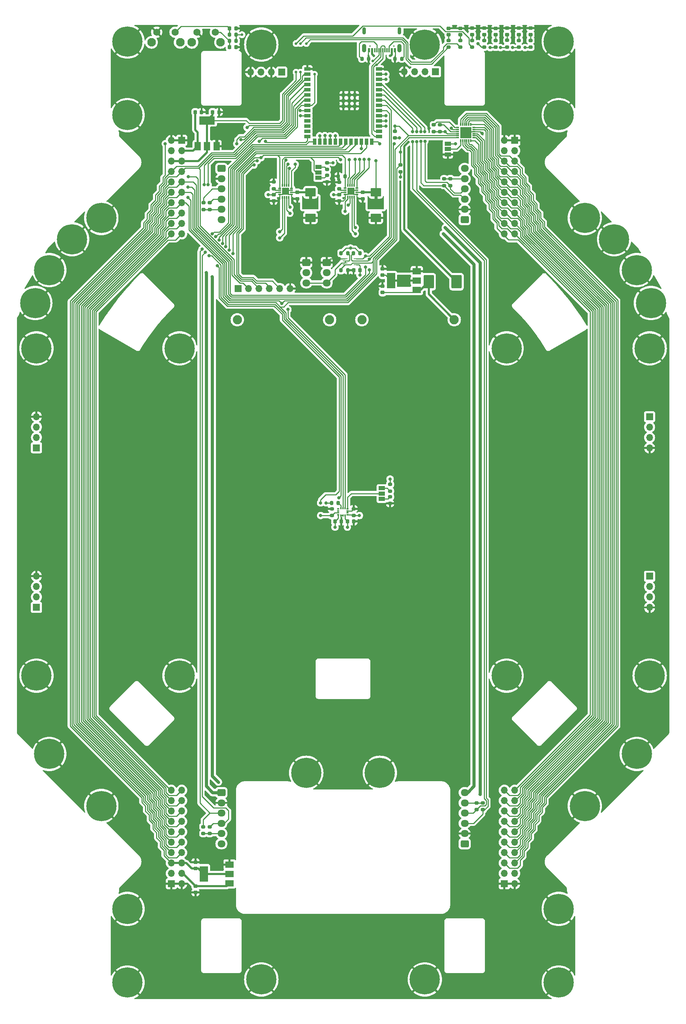
<source format=gbl>
%TF.GenerationSoftware,KiCad,Pcbnew,7.0.10*%
%TF.CreationDate,2024-01-17T11:14:49+01:00*%
%TF.ProjectId,Edurob,45647572-6f62-42e6-9b69-6361645f7063,rev?*%
%TF.SameCoordinates,Original*%
%TF.FileFunction,Copper,L2,Bot*%
%TF.FilePolarity,Positive*%
%FSLAX46Y46*%
G04 Gerber Fmt 4.6, Leading zero omitted, Abs format (unit mm)*
G04 Created by KiCad (PCBNEW 7.0.10) date 2024-01-17 11:14:49*
%MOMM*%
%LPD*%
G01*
G04 APERTURE LIST*
G04 Aperture macros list*
%AMRoundRect*
0 Rectangle with rounded corners*
0 $1 Rounding radius*
0 $2 $3 $4 $5 $6 $7 $8 $9 X,Y pos of 4 corners*
0 Add a 4 corners polygon primitive as box body*
4,1,4,$2,$3,$4,$5,$6,$7,$8,$9,$2,$3,0*
0 Add four circle primitives for the rounded corners*
1,1,$1+$1,$2,$3*
1,1,$1+$1,$4,$5*
1,1,$1+$1,$6,$7*
1,1,$1+$1,$8,$9*
0 Add four rect primitives between the rounded corners*
20,1,$1+$1,$2,$3,$4,$5,0*
20,1,$1+$1,$4,$5,$6,$7,0*
20,1,$1+$1,$6,$7,$8,$9,0*
20,1,$1+$1,$8,$9,$2,$3,0*%
G04 Aperture macros list end*
%TA.AperFunction,ComponentPad*%
%ADD10R,1.700000X1.700000*%
%TD*%
%TA.AperFunction,ComponentPad*%
%ADD11O,1.700000X1.700000*%
%TD*%
%TA.AperFunction,SMDPad,CuDef*%
%ADD12RoundRect,0.200000X0.200000X0.275000X-0.200000X0.275000X-0.200000X-0.275000X0.200000X-0.275000X0*%
%TD*%
%TA.AperFunction,SMDPad,CuDef*%
%ADD13RoundRect,0.200000X-0.200000X-0.275000X0.200000X-0.275000X0.200000X0.275000X-0.200000X0.275000X0*%
%TD*%
%TA.AperFunction,SMDPad,CuDef*%
%ADD14RoundRect,0.200000X0.275000X-0.200000X0.275000X0.200000X-0.275000X0.200000X-0.275000X-0.200000X0*%
%TD*%
%TA.AperFunction,SMDPad,CuDef*%
%ADD15RoundRect,0.200000X-0.275000X0.200000X-0.275000X-0.200000X0.275000X-0.200000X0.275000X0.200000X0*%
%TD*%
%TA.AperFunction,SMDPad,CuDef*%
%ADD16RoundRect,0.225000X-0.250000X0.225000X-0.250000X-0.225000X0.250000X-0.225000X0.250000X0.225000X0*%
%TD*%
%TA.AperFunction,ComponentPad*%
%ADD17C,7.400000*%
%TD*%
%TA.AperFunction,SMDPad,CuDef*%
%ADD18R,2.000000X1.500000*%
%TD*%
%TA.AperFunction,SMDPad,CuDef*%
%ADD19R,2.000000X3.800000*%
%TD*%
%TA.AperFunction,ComponentPad*%
%ADD20RoundRect,0.250000X-0.725000X0.600000X-0.725000X-0.600000X0.725000X-0.600000X0.725000X0.600000X0*%
%TD*%
%TA.AperFunction,ComponentPad*%
%ADD21O,1.950000X1.700000*%
%TD*%
%TA.AperFunction,SMDPad,CuDef*%
%ADD22RoundRect,0.218750X-0.256250X0.218750X-0.256250X-0.218750X0.256250X-0.218750X0.256250X0.218750X0*%
%TD*%
%TA.AperFunction,SMDPad,CuDef*%
%ADD23RoundRect,0.225000X-0.225000X-0.250000X0.225000X-0.250000X0.225000X0.250000X-0.225000X0.250000X0*%
%TD*%
%TA.AperFunction,SMDPad,CuDef*%
%ADD24R,1.500000X1.000000*%
%TD*%
%TA.AperFunction,ComponentPad*%
%ADD25C,2.100000*%
%TD*%
%TA.AperFunction,ComponentPad*%
%ADD26C,1.750000*%
%TD*%
%TA.AperFunction,SMDPad,CuDef*%
%ADD27RoundRect,0.225000X0.250000X-0.225000X0.250000X0.225000X-0.250000X0.225000X-0.250000X-0.225000X0*%
%TD*%
%TA.AperFunction,SMDPad,CuDef*%
%ADD28RoundRect,0.250000X-1.025000X0.787500X-1.025000X-0.787500X1.025000X-0.787500X1.025000X0.787500X0*%
%TD*%
%TA.AperFunction,ComponentPad*%
%ADD29C,2.250000*%
%TD*%
%TA.AperFunction,SMDPad,CuDef*%
%ADD30R,0.800000X0.300000*%
%TD*%
%TA.AperFunction,SMDPad,CuDef*%
%ADD31R,0.300000X0.800000*%
%TD*%
%TA.AperFunction,SMDPad,CuDef*%
%ADD32R,1.700000X1.700000*%
%TD*%
%TA.AperFunction,SMDPad,CuDef*%
%ADD33R,2.750000X2.750000*%
%TD*%
%TA.AperFunction,SMDPad,CuDef*%
%ADD34R,1.500000X2.000000*%
%TD*%
%TA.AperFunction,SMDPad,CuDef*%
%ADD35R,3.800000X2.000000*%
%TD*%
%TA.AperFunction,SMDPad,CuDef*%
%ADD36R,1.500000X0.900000*%
%TD*%
%TA.AperFunction,SMDPad,CuDef*%
%ADD37R,0.900000X1.500000*%
%TD*%
%TA.AperFunction,SMDPad,CuDef*%
%ADD38R,0.900000X0.900000*%
%TD*%
%TA.AperFunction,SMDPad,CuDef*%
%ADD39R,1.168400X0.254000*%
%TD*%
%TA.AperFunction,SMDPad,CuDef*%
%ADD40R,0.600000X1.140000*%
%TD*%
%TA.AperFunction,SMDPad,CuDef*%
%ADD41R,0.300000X1.140000*%
%TD*%
%TA.AperFunction,ComponentPad*%
%ADD42O,1.050000X2.100000*%
%TD*%
%TA.AperFunction,ComponentPad*%
%ADD43O,0.900000X1.800000*%
%TD*%
%TA.AperFunction,SMDPad,CuDef*%
%ADD44RoundRect,0.250000X-1.000000X1.400000X-1.000000X-1.400000X1.000000X-1.400000X1.000000X1.400000X0*%
%TD*%
%TA.AperFunction,ComponentPad*%
%ADD45RoundRect,0.250000X0.725000X-0.600000X0.725000X0.600000X-0.725000X0.600000X-0.725000X-0.600000X0*%
%TD*%
%TA.AperFunction,SMDPad,CuDef*%
%ADD46RoundRect,0.225000X0.225000X0.250000X-0.225000X0.250000X-0.225000X-0.250000X0.225000X-0.250000X0*%
%TD*%
%TA.AperFunction,SMDPad,CuDef*%
%ADD47R,0.600000X0.300000*%
%TD*%
%TA.AperFunction,SMDPad,CuDef*%
%ADD48R,0.300000X0.600000*%
%TD*%
%TA.AperFunction,ViaPad*%
%ADD49C,0.800000*%
%TD*%
%TA.AperFunction,ViaPad*%
%ADD50C,0.650000*%
%TD*%
%TA.AperFunction,Conductor*%
%ADD51C,0.250000*%
%TD*%
%TA.AperFunction,Conductor*%
%ADD52C,0.800000*%
%TD*%
%TA.AperFunction,Conductor*%
%ADD53C,0.500000*%
%TD*%
%ADD54C,0.350000*%
%ADD55O,0.600000X1.700000*%
%ADD56O,0.600000X1.400000*%
G04 APERTURE END LIST*
D10*
%TO.P,J6,1,Pin_1*%
%TO.N,VBATT*%
X125000000Y-173300000D03*
D11*
%TO.P,J6,2,Pin_2*%
%TO.N,unconnected-(J6-Pin_2-Pad2)*%
X125000000Y-170760000D03*
%TO.P,J6,3,Pin_3*%
%TO.N,unconnected-(J6-Pin_3-Pad3)*%
X125000000Y-168220000D03*
%TO.P,J6,4,Pin_4*%
%TO.N,GND*%
X125000000Y-165680000D03*
%TD*%
D10*
%TO.P,J11,1,Pin_1*%
%TO.N,VBATT*%
X125000000Y-134300000D03*
D11*
%TO.P,J11,2,Pin_2*%
%TO.N,unconnected-(J11-Pin_2-Pad2)*%
X125000000Y-131760000D03*
%TO.P,J11,3,Pin_3*%
%TO.N,unconnected-(J11-Pin_3-Pad3)*%
X125000000Y-129220000D03*
%TO.P,J11,4,Pin_4*%
%TO.N,GND*%
X125000000Y-126680000D03*
%TD*%
D10*
%TO.P,J16,1,Pin_1*%
%TO.N,GND*%
X160540000Y-59140000D03*
D11*
%TO.P,J16,2,Pin_2*%
X158000000Y-59140000D03*
%TO.P,J16,3,Pin_3*%
%TO.N,VLOG+5V*%
X160540000Y-61680000D03*
%TO.P,J16,4,Pin_4*%
X158000000Y-61680000D03*
%TO.P,J16,5,Pin_5*%
%TO.N,VSENS1+3V3*%
X160540000Y-64220000D03*
%TO.P,J16,6,Pin_6*%
X158000000Y-64220000D03*
%TO.P,J16,7,Pin_7*%
%TO.N,UART0_RXD*%
X160540000Y-66760000D03*
%TO.P,J16,8,Pin_8*%
%TO.N,UART0_TXD*%
X158000000Y-66760000D03*
%TO.P,J16,9,Pin_9*%
%TO.N,DXL_TXD*%
X160540000Y-69300000D03*
%TO.P,J16,10,Pin_10*%
%TO.N,DXL_RXD*%
X158000000Y-69300000D03*
%TO.P,J16,11,Pin_11*%
%TO.N,DXL_TXEN*%
X160540000Y-71840000D03*
%TO.P,J16,12,Pin_12*%
%TO.N,I2C_SDA*%
X158000000Y-71840000D03*
%TO.P,J16,13,Pin_13*%
%TO.N,I2C_SCL*%
X160540000Y-74380000D03*
%TO.P,J16,14,Pin_14*%
%TO.N,IMU_INT1*%
X158000000Y-74380000D03*
%TO.P,J16,15,Pin_15*%
%TO.N,SPI_MISO*%
X160540000Y-76920000D03*
%TO.P,J16,16,Pin_16*%
%TO.N,SPI_SCK*%
X158000000Y-76920000D03*
%TO.P,J16,17,Pin_17*%
%TO.N,SPI_MOSI*%
X160540000Y-79460000D03*
%TO.P,J16,18,Pin_18*%
%TO.N,SPI_CS0*%
X158000000Y-79460000D03*
%TO.P,J16,19,Pin_19*%
%TO.N,IMU_INT2*%
X160540000Y-82000000D03*
%TO.P,J16,20,Pin_20*%
%TO.N,MOT_STBY*%
X158000000Y-82000000D03*
%TD*%
D10*
%TO.P,J15,1,Pin_1*%
%TO.N,GND*%
X242000000Y-59140000D03*
D11*
%TO.P,J15,2,Pin_2*%
X239460000Y-59140000D03*
%TO.P,J15,3,Pin_3*%
%TO.N,VLOG+5V*%
X242000000Y-61680000D03*
%TO.P,J15,4,Pin_4*%
X239460000Y-61680000D03*
%TO.P,J15,5,Pin_5*%
%TO.N,EX_IO0*%
X242000000Y-64220000D03*
%TO.P,J15,6,Pin_6*%
%TO.N,EX_IO1*%
X239460000Y-64220000D03*
%TO.P,J15,7,Pin_7*%
%TO.N,EX_IO2*%
X242000000Y-66760000D03*
%TO.P,J15,8,Pin_8*%
%TO.N,EX_IO3*%
X239460000Y-66760000D03*
%TO.P,J15,9,Pin_9*%
%TO.N,EX_IO4*%
X242000000Y-69300000D03*
%TO.P,J15,10,Pin_10*%
%TO.N,EX_IO5*%
X239460000Y-69300000D03*
%TO.P,J15,11,Pin_11*%
%TO.N,EX_IO6*%
X242000000Y-71840000D03*
%TO.P,J15,12,Pin_12*%
%TO.N,EX_IO7*%
X239460000Y-71840000D03*
%TO.P,J15,13,Pin_13*%
%TO.N,EX_IO8*%
X242000000Y-74380000D03*
%TO.P,J15,14,Pin_14*%
%TO.N,EX_IO9*%
X239460000Y-74380000D03*
%TO.P,J15,15,Pin_15*%
%TO.N,EX_IO10*%
X242000000Y-76920000D03*
%TO.P,J15,16,Pin_16*%
%TO.N,EX_IO11*%
X239460000Y-76920000D03*
%TO.P,J15,17,Pin_17*%
%TO.N,EX_IO12*%
X242000000Y-79460000D03*
%TO.P,J15,18,Pin_18*%
%TO.N,EX_IO13*%
X239460000Y-79460000D03*
%TO.P,J15,19,Pin_19*%
%TO.N,EX_IO14*%
X242000000Y-82000000D03*
%TO.P,J15,20,Pin_20*%
%TO.N,EX_IO15*%
X239460000Y-82000000D03*
%TD*%
D10*
%TO.P,J17,1,Pin_1*%
%TO.N,GND*%
X158000000Y-240860000D03*
D11*
%TO.P,J17,2,Pin_2*%
X160540000Y-240860000D03*
%TO.P,J17,3,Pin_3*%
%TO.N,VLOG+5V*%
X158000000Y-238320000D03*
%TO.P,J17,4,Pin_4*%
X160540000Y-238320000D03*
%TO.P,J17,5,Pin_5*%
%TO.N,VSENS2+3V3*%
X158000000Y-235780000D03*
%TO.P,J17,6,Pin_6*%
X160540000Y-235780000D03*
%TO.P,J17,7,Pin_7*%
%TO.N,UART0_RXD*%
X158000000Y-233240000D03*
%TO.P,J17,8,Pin_8*%
%TO.N,UART0_TXD*%
X160540000Y-233240000D03*
%TO.P,J17,9,Pin_9*%
%TO.N,DXL_TXD*%
X158000000Y-230700000D03*
%TO.P,J17,10,Pin_10*%
%TO.N,DXL_RXD*%
X160540000Y-230700000D03*
%TO.P,J17,11,Pin_11*%
%TO.N,DXL_TXEN*%
X158000000Y-228160000D03*
%TO.P,J17,12,Pin_12*%
%TO.N,I2C_SDA*%
X160540000Y-228160000D03*
%TO.P,J17,13,Pin_13*%
%TO.N,I2C_SCL*%
X158000000Y-225620000D03*
%TO.P,J17,14,Pin_14*%
%TO.N,IMU_INT1*%
X160540000Y-225620000D03*
%TO.P,J17,15,Pin_15*%
%TO.N,SPI_MISO*%
X158000000Y-223080000D03*
%TO.P,J17,16,Pin_16*%
%TO.N,SPI_SCK*%
X160540000Y-223080000D03*
%TO.P,J17,17,Pin_17*%
%TO.N,SPI_MOSI*%
X158000000Y-220540000D03*
%TO.P,J17,18,Pin_18*%
%TO.N,SPI_CS0*%
X160540000Y-220540000D03*
%TO.P,J17,19,Pin_19*%
%TO.N,IMU_INT2*%
X158000000Y-218000000D03*
%TO.P,J17,20,Pin_20*%
%TO.N,MOT_STBY*%
X160540000Y-218000000D03*
%TD*%
D10*
%TO.P,J18,1,Pin_1*%
%TO.N,GND*%
X239460000Y-240860000D03*
D11*
%TO.P,J18,2,Pin_2*%
X242000000Y-240860000D03*
%TO.P,J18,3,Pin_3*%
%TO.N,VLOG+5V*%
X239460000Y-238320000D03*
%TO.P,J18,4,Pin_4*%
X242000000Y-238320000D03*
%TO.P,J18,5,Pin_5*%
%TO.N,EX_IO0*%
X239460000Y-235780000D03*
%TO.P,J18,6,Pin_6*%
%TO.N,EX_IO1*%
X242000000Y-235780000D03*
%TO.P,J18,7,Pin_7*%
%TO.N,EX_IO2*%
X239460000Y-233240000D03*
%TO.P,J18,8,Pin_8*%
%TO.N,EX_IO3*%
X242000000Y-233240000D03*
%TO.P,J18,9,Pin_9*%
%TO.N,EX_IO4*%
X239460000Y-230700000D03*
%TO.P,J18,10,Pin_10*%
%TO.N,EX_IO5*%
X242000000Y-230700000D03*
%TO.P,J18,11,Pin_11*%
%TO.N,EX_IO6*%
X239460000Y-228160000D03*
%TO.P,J18,12,Pin_12*%
%TO.N,EX_IO7*%
X242000000Y-228160000D03*
%TO.P,J18,13,Pin_13*%
%TO.N,EX_IO8*%
X239460000Y-225620000D03*
%TO.P,J18,14,Pin_14*%
%TO.N,EX_IO9*%
X242000000Y-225620000D03*
%TO.P,J18,15,Pin_15*%
%TO.N,EX_IO10*%
X239460000Y-223080000D03*
%TO.P,J18,16,Pin_16*%
%TO.N,EX_IO11*%
X242000000Y-223080000D03*
%TO.P,J18,17,Pin_17*%
%TO.N,EX_IO12*%
X239460000Y-220540000D03*
%TO.P,J18,18,Pin_18*%
%TO.N,EX_IO13*%
X242000000Y-220540000D03*
%TO.P,J18,19,Pin_19*%
%TO.N,EX_IO14*%
X239460000Y-218000000D03*
%TO.P,J18,20,Pin_20*%
%TO.N,EX_IO15*%
X242000000Y-218000000D03*
%TD*%
D12*
%TO.P,R3,1*%
%TO.N,Net-(J4-CC1_B)*%
X214350063Y-39222779D03*
%TO.P,R3,2*%
%TO.N,GND*%
X212700063Y-39222779D03*
%TD*%
D13*
%TO.P,R9,1*%
%TO.N,VLOG+3V3*%
X199490920Y-86731788D03*
%TO.P,R9,2*%
%TO.N,DXL_DATA*%
X201140920Y-86731788D03*
%TD*%
D14*
%TO.P,R33,1*%
%TO.N,IMU_INT2*%
X197258956Y-150863633D03*
%TO.P,R33,2*%
%TO.N,GND*%
X197258956Y-149213633D03*
%TD*%
D15*
%TO.P,R5,1*%
%TO.N,Net-(JP1-A)*%
X211500000Y-146250000D03*
%TO.P,R5,2*%
%TO.N,GND*%
X211500000Y-147900000D03*
%TD*%
D12*
%TO.P,R1,1*%
%TO.N,GND*%
X206249873Y-39222779D03*
%TO.P,R1,2*%
%TO.N,Net-(J4-CC1_A)*%
X204599873Y-39222779D03*
%TD*%
D14*
%TO.P,R35,1*%
%TO.N,VLOG+3V3*%
X223702687Y-57010286D03*
%TO.P,R35,2*%
%TO.N,Net-(IC3-~{INT})*%
X223702687Y-55360286D03*
%TD*%
D16*
%TO.P,C15,1*%
%TO.N,VLOG+3V3*%
X199030730Y-72429686D03*
%TO.P,C15,2*%
%TO.N,GND*%
X199030730Y-73979686D03*
%TD*%
D17*
%TO.P,H22,1,1*%
%TO.N,GND*%
X147250000Y-247000000D03*
%TD*%
D18*
%TO.P,U3,1,GND*%
%TO.N,GND*%
X172250000Y-236150000D03*
%TO.P,U3,2,VO*%
%TO.N,VSENS2+3V3*%
X172250000Y-238450000D03*
D19*
X165950000Y-238450000D03*
D18*
%TO.P,U3,3,VI*%
%TO.N,VLOG+5V*%
X172250000Y-240750000D03*
%TD*%
D20*
%TO.P,J8,1,Pin_1*%
%TO.N,MOT_OA+*%
X170250000Y-66040000D03*
D21*
%TO.P,J8,2,Pin_2*%
%TO.N,GND*%
X170250000Y-68540000D03*
%TO.P,J8,3,Pin_3*%
%TO.N,MOT_A_ENCB*%
X170250000Y-71040000D03*
%TO.P,J8,4,Pin_4*%
%TO.N,MOT_A_ENCA*%
X170250000Y-73540000D03*
%TO.P,J8,5,Pin_5*%
%TO.N,VLOG+3V3*%
X170250000Y-76040000D03*
%TO.P,J8,6,Pin_6*%
%TO.N,MOT_OA-*%
X170250000Y-78540000D03*
%TD*%
D17*
%TO.P,H10,1,1*%
%TO.N,GND*%
X275297577Y-98919229D03*
%TD*%
D22*
%TO.P,D3,1,K*%
%TO.N,GND*%
X245861312Y-31744343D03*
%TO.P,D3,2,A*%
%TO.N,Net-(D3-A)*%
X245861312Y-33319343D03*
%TD*%
D23*
%TO.P,C8,1*%
%TO.N,EspBoot*%
X172236370Y-36381827D03*
%TO.P,C8,2*%
%TO.N,GND*%
X173786370Y-36381827D03*
%TD*%
D22*
%TO.P,D8,1,K*%
%TO.N,GND*%
X231567356Y-31758954D03*
%TO.P,D8,2,A*%
%TO.N,Net-(D8-A)*%
X231567356Y-33333954D03*
%TD*%
D24*
%TO.P,JP1,1,A*%
%TO.N,Net-(JP1-A)*%
X209464099Y-146794605D03*
%TO.P,JP1,2,C*%
%TO.N,Net-(AC1-SDO{slash}SA0)*%
X209464099Y-145494605D03*
%TO.P,JP1,3,B*%
%TO.N,Net-(JP1-B)*%
X209464099Y-144194605D03*
%TD*%
D25*
%TO.P,SW1,*%
%TO.N,*%
X170025000Y-35206240D03*
X163015000Y-35206240D03*
D26*
%TO.P,SW1,1,1*%
%TO.N,EspBoot*%
X168775000Y-32716240D03*
%TO.P,SW1,2,2*%
%TO.N,GND*%
X164275000Y-32716240D03*
%TD*%
D27*
%TO.P,C7,1*%
%TO.N,VSENS2+3V3*%
X163893827Y-237111710D03*
%TO.P,C7,2*%
%TO.N,GND*%
X163893827Y-235561710D03*
%TD*%
D14*
%TO.P,R34,1*%
%TO.N,VLOG+3V3*%
X222176728Y-57004367D03*
%TO.P,R34,2*%
%TO.N,Net-(IC3-~{RESET})*%
X222176728Y-55354367D03*
%TD*%
D17*
%TO.P,H21,1,1*%
%TO.N,GND*%
X140869165Y-221858757D03*
%TD*%
D14*
%TO.P,R28,1*%
%TO.N,VUSB*%
X237309020Y-36409220D03*
%TO.P,R28,2*%
%TO.N,Net-(D5-A)*%
X237309020Y-34759220D03*
%TD*%
D17*
%TO.P,H40,1,1*%
%TO.N,GND*%
X147250000Y-53000000D03*
%TD*%
D14*
%TO.P,R36,1*%
%TO.N,VLOG+3V3*%
X214000000Y-66825000D03*
%TO.P,R36,2*%
%TO.N,I2C_SCL*%
X214000000Y-65175000D03*
%TD*%
D28*
%TO.P,C17,1*%
%TO.N,VMOT+5V*%
X208000000Y-71887500D03*
%TO.P,C17,2*%
%TO.N,GND*%
X208000000Y-78112500D03*
%TD*%
D22*
%TO.P,D9,1,K*%
%TO.N,GND*%
X228725212Y-31779823D03*
%TO.P,D9,2,A*%
%TO.N,Net-(D9-A)*%
X228725212Y-33354823D03*
%TD*%
%TO.P,D7,1,K*%
%TO.N,GND*%
X234490093Y-31746424D03*
%TO.P,D7,2,A*%
%TO.N,Net-(D7-A)*%
X234490093Y-33321424D03*
%TD*%
D29*
%TO.P,F1,1,1*%
%TO.N,VBATT*%
X204600000Y-103000000D03*
%TO.P,F1,2,2*%
%TO.N,VLOG+5V*%
X227200000Y-103000000D03*
%TD*%
D17*
%TO.P,H38,1,1*%
%TO.N,GND*%
X180000000Y-35750000D03*
%TD*%
%TO.P,H5,1,1*%
%TO.N,GND*%
X252750000Y-35000000D03*
%TD*%
D14*
%TO.P,R20,1*%
%TO.N,VLOG+3V3*%
X165802449Y-228581786D03*
%TO.P,R20,2*%
%TO.N,MOT_B_ENCB*%
X165802449Y-226931786D03*
%TD*%
D17*
%TO.P,H4,1,1*%
%TO.N,GND*%
X252750000Y-53000000D03*
%TD*%
D15*
%TO.P,R23,1*%
%TO.N,VLOG+3V3*%
X226236979Y-68551379D03*
%TO.P,R23,2*%
%TO.N,MOT_D_ENCA*%
X226236979Y-70201379D03*
%TD*%
D12*
%TO.P,R8,1*%
%TO.N,VLOG+3V3*%
X204165972Y-86731788D03*
%TO.P,R8,2*%
%TO.N,DXL_RXD*%
X202515972Y-86731788D03*
%TD*%
D20*
%TO.P,J10,1,Pin_1*%
%TO.N,GND*%
X196000000Y-89000000D03*
D21*
%TO.P,J10,2,Pin_2*%
%TO.N,VLOG+5V*%
X196000000Y-91500000D03*
%TO.P,J10,3,Pin_3*%
%TO.N,DXL_DATA*%
X196000000Y-94000000D03*
%TD*%
D10*
%TO.P,J2,1,Pin_1*%
%TO.N,VBATT*%
X274975000Y-165700000D03*
D11*
%TO.P,J2,2,Pin_2*%
%TO.N,unconnected-(J2-Pin_2-Pad2)*%
X274975000Y-168240000D03*
%TO.P,J2,3,Pin_3*%
%TO.N,unconnected-(J2-Pin_3-Pad3)*%
X274975000Y-170780000D03*
%TO.P,J2,4,Pin_4*%
%TO.N,GND*%
X274975000Y-173320000D03*
%TD*%
D23*
%TO.P,C10,1*%
%TO.N,VLOG+3V3*%
X201048381Y-152299222D03*
%TO.P,C10,2*%
%TO.N,GND*%
X202598381Y-152299222D03*
%TD*%
D17*
%TO.P,H39,1,1*%
%TO.N,GND*%
X147250000Y-35000000D03*
%TD*%
D10*
%TO.P,J3,1,Pin_1*%
%TO.N,VBATT*%
X274975000Y-126700000D03*
D11*
%TO.P,J3,2,Pin_2*%
%TO.N,unconnected-(J3-Pin_2-Pad2)*%
X274975000Y-129240000D03*
%TO.P,J3,3,Pin_3*%
%TO.N,unconnected-(J3-Pin_3-Pad3)*%
X274975000Y-131780000D03*
%TO.P,J3,4,Pin_4*%
%TO.N,GND*%
X274975000Y-134320000D03*
%TD*%
D17*
%TO.P,H19,1,1*%
%TO.N,GND*%
X160000000Y-110000000D03*
%TD*%
D30*
%TO.P,IC2,1,IN1A_/_PHASE_A*%
%TO.N,MOT_C_DIR*%
X203369384Y-70870959D03*
%TO.P,IC2,2,AGND*%
%TO.N,GND*%
X203369384Y-71370959D03*
%TO.P,IC2,3,VM*%
%TO.N,VMOT+5V*%
X203369384Y-71870959D03*
%TO.P,IC2,4,PGND_A*%
%TO.N,GND*%
X203369384Y-72370959D03*
D31*
%TO.P,IC2,5,OUT_A+*%
%TO.N,MOT_OC+*%
X202669384Y-73070959D03*
%TO.P,IC2,6,OUT_A-*%
%TO.N,MOT_OC-*%
X202169384Y-73070959D03*
%TO.P,IC2,7,OUT_B-*%
%TO.N,MOT_OD-*%
X201669384Y-73070959D03*
%TO.P,IC2,8,OUT_B+*%
%TO.N,MOT_OD+*%
X201169384Y-73070959D03*
D30*
%TO.P,IC2,9,PGND_B*%
%TO.N,GND*%
X200469384Y-72370959D03*
%TO.P,IC2,10,VREF*%
%TO.N,VLOG+3V3*%
X200469384Y-71870959D03*
%TO.P,IC2,11,OSCM*%
%TO.N,Net-(IC2-OSCM)*%
X200469384Y-71370959D03*
%TO.P,IC2,12,STBY*%
%TO.N,MOT_STBY*%
X200469384Y-70870959D03*
D31*
%TO.P,IC2,13,MODE_/_ERR*%
%TO.N,Net-(IC1-MODE_{slash}_ERR)*%
X201169384Y-70170959D03*
%TO.P,IC2,14,IN2A_/_PHASE_B*%
%TO.N,MOT_D_DIR*%
X201669384Y-70170959D03*
%TO.P,IC2,15,IN1B_/_ENABLE_A*%
%TO.N,MOT_C_PWM*%
X202169384Y-70170959D03*
%TO.P,IC2,16,IN2B_/_ENABLE_B*%
%TO.N,MOT_D_PWM*%
X202669384Y-70170959D03*
D32*
%TO.P,IC2,17,EP*%
%TO.N,GND*%
X201919384Y-71620959D03*
%TD*%
D23*
%TO.P,C5,1*%
%TO.N,VSENS1+3V3*%
X168090979Y-52252046D03*
%TO.P,C5,2*%
%TO.N,GND*%
X169640979Y-52252046D03*
%TD*%
D14*
%TO.P,R26,1*%
%TO.N,VBATT*%
X245861312Y-36394343D03*
%TO.P,R26,2*%
%TO.N,Net-(D3-A)*%
X245861312Y-34744343D03*
%TD*%
D16*
%TO.P,C6,1*%
%TO.N,VLOG+5V*%
X163893827Y-241425000D03*
%TO.P,C6,2*%
%TO.N,GND*%
X163893827Y-242975000D03*
%TD*%
D14*
%TO.P,R31,1*%
%TO.N,VSENS1+3V3*%
X231564654Y-36394343D03*
%TO.P,R31,2*%
%TO.N,Net-(D8-A)*%
X231564654Y-34744343D03*
%TD*%
D18*
%TO.P,U1,1,GND*%
%TO.N,GND*%
X218031651Y-91158047D03*
%TO.P,U1,2,VO*%
%TO.N,VLOG+3V3*%
X218031651Y-93458047D03*
D19*
X211731651Y-93458047D03*
D18*
%TO.P,U1,3,VI*%
%TO.N,VLOG+5V*%
X218031651Y-95758047D03*
%TD*%
D14*
%TO.P,R13,1*%
%TO.N,Net-(IC1-OSCM)*%
X183021877Y-70999704D03*
%TO.P,R13,2*%
%TO.N,GND*%
X183021877Y-69349704D03*
%TD*%
D20*
%TO.P,J12,1,Pin_1*%
%TO.N,MOT_OB+*%
X170250000Y-218576349D03*
D21*
%TO.P,J12,2,Pin_2*%
%TO.N,GND*%
X170250000Y-221076349D03*
%TO.P,J12,3,Pin_3*%
%TO.N,MOT_B_ENCB*%
X170250000Y-223576349D03*
%TO.P,J12,4,Pin_4*%
%TO.N,MOT_B_ENCA*%
X170250000Y-226076349D03*
%TO.P,J12,5,Pin_5*%
%TO.N,VLOG+3V3*%
X170250000Y-228576349D03*
%TO.P,J12,6,Pin_6*%
%TO.N,MOT_OB-*%
X170250000Y-231076349D03*
%TD*%
D31*
%TO.P,IC3,1,P0_0*%
%TO.N,EX_IO0*%
X228750000Y-55250000D03*
%TO.P,IC3,2,P0_1*%
%TO.N,EX_IO1*%
X229250000Y-55250000D03*
%TO.P,IC3,3,P0_2*%
%TO.N,EX_IO2*%
X229750000Y-55250000D03*
%TO.P,IC3,4,P0_3*%
%TO.N,EX_IO3*%
X230250000Y-55250000D03*
%TO.P,IC3,5,P0_4*%
%TO.N,EX_IO4*%
X230750000Y-55250000D03*
%TO.P,IC3,6,P0_5*%
%TO.N,EX_IO5*%
X231250000Y-55250000D03*
D30*
%TO.P,IC3,7,P0_6*%
%TO.N,EX_IO6*%
X232000000Y-56000000D03*
%TO.P,IC3,8,P0_7*%
%TO.N,EX_IO7*%
X232000000Y-56500000D03*
%TO.P,IC3,9,VSS*%
%TO.N,GND*%
X232000000Y-57000000D03*
%TO.P,IC3,10,P1_0*%
%TO.N,EX_IO8*%
X232000000Y-57500000D03*
%TO.P,IC3,11,P1_1*%
%TO.N,EX_IO9*%
X232000000Y-58000000D03*
%TO.P,IC3,12,P1_2*%
%TO.N,EX_IO10*%
X232000000Y-58500000D03*
D31*
%TO.P,IC3,13,P1_3*%
%TO.N,EX_IO11*%
X231250000Y-59250000D03*
%TO.P,IC3,14,P1_4*%
%TO.N,EX_IO12*%
X230750000Y-59250000D03*
%TO.P,IC3,15,P1_5*%
%TO.N,EX_IO13*%
X230250000Y-59250000D03*
%TO.P,IC3,16,P1_6*%
%TO.N,EX_IO14*%
X229750000Y-59250000D03*
%TO.P,IC3,17,P1_7*%
%TO.N,EX_IO15*%
X229250000Y-59250000D03*
%TO.P,IC3,18,ADDR*%
%TO.N,Net-(IC3-ADDR)*%
X228750000Y-59250000D03*
D30*
%TO.P,IC3,19,SCL*%
%TO.N,I2C_SCL*%
X228000000Y-58500000D03*
%TO.P,IC3,20,SDA*%
%TO.N,I2C_SDA*%
X228000000Y-58000000D03*
%TO.P,IC3,21,VDD_1*%
%TO.N,VLOG+3V3*%
X228000000Y-57500000D03*
%TO.P,IC3,22,~{INT}*%
%TO.N,Net-(IC3-~{INT})*%
X228000000Y-57000000D03*
%TO.P,IC3,23,VDD_2*%
%TO.N,VLOG+3V3*%
X228000000Y-56500000D03*
%TO.P,IC3,24,~{RESET}*%
%TO.N,Net-(IC3-~{RESET})*%
X228000000Y-56000000D03*
D33*
%TO.P,IC3,25,EP*%
%TO.N,GND*%
X230000000Y-57250000D03*
%TD*%
D13*
%TO.P,R10,1*%
%TO.N,VLOG+3V3*%
X197173321Y-147775014D03*
%TO.P,R10,2*%
%TO.N,Net-(AC1-CS)*%
X198823321Y-147775014D03*
%TD*%
D17*
%TO.P,H15,1,1*%
%TO.N,GND*%
X275000000Y-190000000D03*
%TD*%
D16*
%TO.P,C16,1*%
%TO.N,VMOT+5V*%
X204809382Y-71867113D03*
%TO.P,C16,2*%
%TO.N,GND*%
X204809382Y-73417113D03*
%TD*%
D14*
%TO.P,R37,1*%
%TO.N,VLOG+3V3*%
X212650533Y-58562271D03*
%TO.P,R37,2*%
%TO.N,I2C_SDA*%
X212650533Y-56912271D03*
%TD*%
%TO.P,R18,1*%
%TO.N,VLOG+3V3*%
X167344579Y-228581786D03*
%TO.P,R18,2*%
%TO.N,MOT_B_ENCA*%
X167344579Y-226931786D03*
%TD*%
D34*
%TO.P,U2,1,GND*%
%TO.N,GND*%
X169045400Y-60596469D03*
%TO.P,U2,2,VO*%
%TO.N,VSENS1+3V3*%
X166745400Y-60596469D03*
D35*
X166745400Y-54296469D03*
D34*
%TO.P,U2,3,VI*%
%TO.N,VLOG+5V*%
X164445400Y-60596469D03*
%TD*%
D17*
%TO.P,H24,1,1*%
%TO.N,GND*%
X180000000Y-264250000D03*
%TD*%
%TO.P,H3,1,1*%
%TO.N,GND*%
X259130835Y-78141243D03*
%TD*%
D30*
%TO.P,IC1,1,IN1A_/_PHASE_A*%
%TO.N,MOT_A_DIR*%
X187369796Y-70877174D03*
%TO.P,IC1,2,AGND*%
%TO.N,GND*%
X187369796Y-71377174D03*
%TO.P,IC1,3,VM*%
%TO.N,VMOT+5V*%
X187369796Y-71877174D03*
%TO.P,IC1,4,PGND_A*%
%TO.N,GND*%
X187369796Y-72377174D03*
D31*
%TO.P,IC1,5,OUT_A+*%
%TO.N,MOT_OA+*%
X186669796Y-73077174D03*
%TO.P,IC1,6,OUT_A-*%
%TO.N,MOT_OA-*%
X186169796Y-73077174D03*
%TO.P,IC1,7,OUT_B-*%
%TO.N,MOT_OB-*%
X185669796Y-73077174D03*
%TO.P,IC1,8,OUT_B+*%
%TO.N,MOT_OB+*%
X185169796Y-73077174D03*
D30*
%TO.P,IC1,9,PGND_B*%
%TO.N,GND*%
X184469796Y-72377174D03*
%TO.P,IC1,10,VREF*%
%TO.N,VLOG+3V3*%
X184469796Y-71877174D03*
%TO.P,IC1,11,OSCM*%
%TO.N,Net-(IC1-OSCM)*%
X184469796Y-71377174D03*
%TO.P,IC1,12,STBY*%
%TO.N,MOT_STBY*%
X184469796Y-70877174D03*
D31*
%TO.P,IC1,13,MODE_/_ERR*%
%TO.N,Net-(IC1-MODE_{slash}_ERR)*%
X185169796Y-70177174D03*
%TO.P,IC1,14,IN2A_/_PHASE_B*%
%TO.N,MOT_B_DIR*%
X185669796Y-70177174D03*
%TO.P,IC1,15,IN1B_/_ENABLE_A*%
%TO.N,MOT_A_PWM*%
X186169796Y-70177174D03*
%TO.P,IC1,16,IN2B_/_ENABLE_B*%
%TO.N,MOT_B_PWM*%
X186669796Y-70177174D03*
D32*
%TO.P,IC1,17,EP*%
%TO.N,GND*%
X185919796Y-71627174D03*
%TD*%
D15*
%TO.P,R6,1*%
%TO.N,VLOG+3V3*%
X211501195Y-143229378D03*
%TO.P,R6,2*%
%TO.N,Net-(JP1-B)*%
X211501195Y-144879378D03*
%TD*%
D17*
%TO.P,H18,1,1*%
%TO.N,GND*%
X209000000Y-213750000D03*
%TD*%
%TO.P,H34,1,1*%
%TO.N,GND*%
X124702423Y-98919229D03*
%TD*%
D14*
%TO.P,R19,1*%
%TO.N,Net-(IC2-OSCM)*%
X199027356Y-71008986D03*
%TO.P,R19,2*%
%TO.N,GND*%
X199027356Y-69358986D03*
%TD*%
%TO.P,R16,1*%
%TO.N,VLOG+3V3*%
X167353628Y-76059801D03*
%TO.P,R16,2*%
%TO.N,MOT_A_ENCA*%
X167353628Y-74409801D03*
%TD*%
D13*
%TO.P,R7,1*%
%TO.N,DXL_TXEN*%
X199493951Y-90928833D03*
%TO.P,R7,2*%
%TO.N,GND*%
X201143951Y-90928833D03*
%TD*%
D36*
%TO.P,U4,1,GND*%
%TO.N,GND*%
X208750000Y-41740000D03*
%TO.P,U4,2,3V3*%
%TO.N,VLOG+3V3*%
X208750000Y-43010000D03*
%TO.P,U4,3,EN*%
%TO.N,EspEn*%
X208750000Y-44280000D03*
%TO.P,U4,4,GPIO4/TOUCH4/ADC1_CH3*%
%TO.N,MOT_D_ENCA*%
X208750000Y-45550000D03*
%TO.P,U4,5,GPIO5/TOUCH5/ADC1_CH4*%
%TO.N,MOT_D_ENCB*%
X208750000Y-46820000D03*
%TO.P,U4,6,GPIO6/TOUCH6/ADC1_CH5*%
%TO.N,MOT_C_ENCB*%
X208750000Y-48090000D03*
%TO.P,U4,7,GPIO7/TOUCH7/ADC1_CH6*%
%TO.N,MOT_C_ENCA*%
X208750000Y-49360000D03*
%TO.P,U4,8,GPIO15/U0RTS/ADC2_CH4/XTAL_32K_P*%
%TO.N,DXL_RXD*%
X208750000Y-50630000D03*
%TO.P,U4,9,GPIO16/U0CTS/ADC2_CH5/XTAL_32K_N*%
%TO.N,DXL_TXD*%
X208750000Y-51900000D03*
%TO.P,U4,10,GPIO17/U1TXD/ADC2_CH6*%
%TO.N,MOT_C_DIR*%
X208750000Y-53170000D03*
%TO.P,U4,11,GPIO18/U1RXD/ADC2_CH7/CLK_OUT3*%
%TO.N,MOT_D_PWM*%
X208750000Y-54440000D03*
%TO.P,U4,12,GPIO8/TOUCH8/ADC1_CH7/SUBSPICS1*%
%TO.N,I2C_SDA*%
X208750000Y-55710000D03*
%TO.P,U4,13,GPIO19/U1RTS/ADC2_CH8/CLK_OUT2/USB_D-*%
%TO.N,USB_D-*%
X208750000Y-56980000D03*
%TO.P,U4,14,GPIO20/U1CTS/ADC2_CH9/CLK_OUT1/USB_D+*%
%TO.N,USB_D+*%
X208750000Y-58250000D03*
D37*
%TO.P,U4,15,GPIO3/TOUCH3/ADC1_CH2*%
%TO.N,DXL_TXEN*%
X206985000Y-59500000D03*
%TO.P,U4,16,GPIO46*%
%TO.N,IMU_INT2*%
X205715000Y-59500000D03*
%TO.P,U4,17,GPIO9/TOUCH9/ADC1_CH8/FSPIHD/SUBSPIHD*%
%TO.N,I2C_SCL*%
X204445000Y-59500000D03*
%TO.P,U4,18,GPIO10/TOUCH10/ADC1_CH9/FSPICS0/FSPIIO4/SUBSPICS0*%
%TO.N,SPI_CS0*%
X203175000Y-59500000D03*
%TO.P,U4,19,GPIO11/TOUCH11/ADC2_CH0/FSPID/FSPIIO5/SUBSPID*%
%TO.N,SPI_MOSI*%
X201905000Y-59500000D03*
%TO.P,U4,20,GPIO12/TOUCH12/ADC2_CH1/FSPICLK/FSPIIO6/SUBSPICLK*%
%TO.N,SPI_SCK*%
X200635000Y-59500000D03*
%TO.P,U4,21,GPIO13/TOUCH13/ADC2_CH2/FSPIQ/FSPIIO7/SUBSPIQ*%
%TO.N,SPI_MISO*%
X199365000Y-59500000D03*
%TO.P,U4,22,GPIO14/TOUCH14/ADC2_CH3/FSPIWP/FSPIDQS/SUBSPIWP*%
%TO.N,MOT_C_PWM*%
X198095000Y-59500000D03*
%TO.P,U4,23,GPIO21*%
%TO.N,MOT_D_DIR*%
X196825000Y-59500000D03*
%TO.P,U4,24,GPIO47/SPICLK_P/SUBSPICLK_P_DIFF*%
%TO.N,MOT_A_DIR*%
X195555000Y-59500000D03*
%TO.P,U4,25,GPIO48/SPICLK_N/SUBSPICLK_N_DIFF*%
%TO.N,MOT_B_PWM*%
X194285000Y-59500000D03*
%TO.P,U4,26,GPIO45*%
%TO.N,IMU_INT1*%
X193015000Y-59500000D03*
D36*
%TO.P,U4,27,GPIO0/BOOT*%
%TO.N,EspBoot*%
X191250000Y-58250000D03*
%TO.P,U4,28,SPIIO6/GPIO35/FSPID/SUBSPID*%
%TO.N,unconnected-(U4-SPIIO6{slash}GPIO35{slash}FSPID{slash}SUBSPID-Pad28)*%
X191250000Y-56980000D03*
%TO.P,U4,29,SPIIO7/GPIO36/FSPICLK/SUBSPICLK*%
%TO.N,unconnected-(U4-SPIIO7{slash}GPIO36{slash}FSPICLK{slash}SUBSPICLK-Pad29)*%
X191250000Y-55710000D03*
%TO.P,U4,30,SPIDQS/GPIO37/FSPIQ/SUBSPIQ*%
%TO.N,unconnected-(U4-SPIDQS{slash}GPIO37{slash}FSPIQ{slash}SUBSPIQ-Pad30)*%
X191250000Y-54440000D03*
%TO.P,U4,31,GPIO38/FSPIWP/SUBSPIWP*%
%TO.N,MOT_A_PWM*%
X191250000Y-53170000D03*
%TO.P,U4,32,MTCK/GPIO39/CLK_OUT3/SUBSPICS1*%
%TO.N,MOT_B_DIR*%
X191250000Y-51900000D03*
%TO.P,U4,33,MTDO/GPIO40/CLK_OUT2*%
%TO.N,MOT_STBY*%
X191250000Y-50630000D03*
%TO.P,U4,34,MTDI/GPIO41/CLK_OUT1*%
%TO.N,MOT_B_ENCA*%
X191250000Y-49360000D03*
%TO.P,U4,35,MTMS/GPIO42*%
%TO.N,MOT_B_ENCB*%
X191250000Y-48090000D03*
%TO.P,U4,36,U0RXD/GPIO44/CLK_OUT2*%
%TO.N,UART0_RXD*%
X191250000Y-46820000D03*
%TO.P,U4,37,U0TXD/GPIO43/CLK_OUT1*%
%TO.N,UART0_TXD*%
X191250000Y-45550000D03*
%TO.P,U4,38,GPIO2/TOUCH2/ADC1_CH1*%
%TO.N,MOT_A_ENCA*%
X191250000Y-44280000D03*
%TO.P,U4,39,GPIO1/TOUCH1/ADC1_CH0*%
%TO.N,MOT_A_ENCB*%
X191250000Y-43010000D03*
%TO.P,U4,40,GND*%
%TO.N,GND*%
X191250000Y-41740000D03*
D38*
%TO.P,U4,41,GND*%
X202900000Y-50860000D03*
X202900000Y-49460000D03*
X202900000Y-48060000D03*
X201500000Y-50860000D03*
X201500000Y-49460000D03*
X201500000Y-48060000D03*
X200100000Y-50860000D03*
X200100000Y-49460000D03*
X200100000Y-48060000D03*
%TD*%
D15*
%TO.P,R24,1*%
%TO.N,VLOG+3V3*%
X224723493Y-68553107D03*
%TO.P,R24,2*%
%TO.N,MOT_D_ENCB*%
X224723493Y-70203107D03*
%TD*%
D22*
%TO.P,D6,1,K*%
%TO.N,GND*%
X240149535Y-31725444D03*
%TO.P,D6,2,A*%
%TO.N,Net-(D6-A)*%
X240149535Y-33300444D03*
%TD*%
D17*
%TO.P,H33,1,1*%
%TO.N,GND*%
X128141243Y-90869165D03*
%TD*%
%TO.P,H20,1,1*%
%TO.N,GND*%
X160000000Y-190000000D03*
%TD*%
%TO.P,H30,1,1*%
%TO.N,GND*%
X128141243Y-209130835D03*
%TD*%
%TO.P,H8,1,1*%
%TO.N,GND*%
X252750000Y-247000000D03*
%TD*%
D22*
%TO.P,D5,1,K*%
%TO.N,GND*%
X237312045Y-31762294D03*
%TO.P,D5,2,A*%
%TO.N,Net-(D5-A)*%
X237312045Y-33337294D03*
%TD*%
D24*
%TO.P,JP3,1,A*%
%TO.N,GND*%
X225618973Y-62600000D03*
%TO.P,JP3,2,C*%
%TO.N,Net-(IC3-ADDR)*%
X225618973Y-61300000D03*
%TO.P,JP3,3,B*%
%TO.N,VLOG+3V3*%
X225618973Y-60000000D03*
%TD*%
%TO.P,JP2,1,A*%
%TO.N,Net-(JP2-A)*%
X194000000Y-65700000D03*
%TO.P,JP2,2,C*%
%TO.N,Net-(IC1-MODE_{slash}_ERR)*%
X194000000Y-67000000D03*
%TO.P,JP2,3,B*%
%TO.N,Net-(JP2-B)*%
X194000000Y-68300000D03*
%TD*%
D15*
%TO.P,R14,1*%
%TO.N,VLOG+3V3*%
X196048377Y-64618029D03*
%TO.P,R14,2*%
%TO.N,Net-(JP2-A)*%
X196048377Y-66268029D03*
%TD*%
D17*
%TO.P,H32,1,1*%
%TO.N,GND*%
X133702423Y-83330771D03*
%TD*%
D28*
%TO.P,C12,1*%
%TO.N,VMOT+5V*%
X192000000Y-71887500D03*
%TO.P,C12,2*%
%TO.N,GND*%
X192000000Y-78112500D03*
%TD*%
D17*
%TO.P,H16,1,1*%
%TO.N,GND*%
X220000000Y-264250000D03*
%TD*%
D39*
%TO.P,U5,1,\u002A1OE*%
%TO.N,DXL_TXEN*%
X200469336Y-89581838D03*
%TO.P,U5,2,1A*%
%TO.N,DXL_DATA*%
X200469336Y-89081837D03*
%TO.P,U5,3,2Y*%
X200469336Y-88581837D03*
%TO.P,U5,4,GND*%
%TO.N,GND*%
X200469336Y-88081836D03*
%TO.P,U5,5,2A*%
%TO.N,DXL_TXD*%
X203212536Y-88081836D03*
%TO.P,U5,6,1Y*%
%TO.N,DXL_RXD*%
X203212536Y-88581837D03*
%TO.P,U5,7,2OE*%
%TO.N,DXL_TXEN*%
X203212536Y-89081837D03*
%TO.P,U5,8,VCC*%
%TO.N,VLOG+3V3*%
X203212536Y-89581838D03*
%TD*%
D12*
%TO.P,R2,1*%
%TO.N,VLOG+3V3*%
X173833760Y-33343693D03*
%TO.P,R2,2*%
%TO.N,EspEn*%
X172183760Y-33343693D03*
%TD*%
D10*
%TO.P,J5,1,Pin_1*%
%TO.N,EspEn*%
X185000000Y-42500000D03*
D11*
%TO.P,J5,2,Pin_2*%
%TO.N,GND*%
X182460000Y-42500000D03*
%TO.P,J5,3,Pin_3*%
%TO.N,EspBoot*%
X179920000Y-42500000D03*
%TO.P,J5,4,Pin_4*%
%TO.N,GND*%
X177380000Y-42500000D03*
%TD*%
D15*
%TO.P,R15,1*%
%TO.N,Net-(JP2-B)*%
X196048377Y-67660168D03*
%TO.P,R15,2*%
%TO.N,GND*%
X196048377Y-69310168D03*
%TD*%
D17*
%TO.P,H9,1,1*%
%TO.N,GND*%
X252750000Y-265000000D03*
%TD*%
D14*
%TO.P,R32,1*%
%TO.N,VSENS2+3V3*%
X228722625Y-36415211D03*
%TO.P,R32,2*%
%TO.N,Net-(D9-A)*%
X228722625Y-34765211D03*
%TD*%
D40*
%TO.P,J4,A1_B12,GND*%
%TO.N,GND*%
X206297987Y-37164388D03*
%TO.P,J4,A4_B9,VBUS*%
%TO.N,VUSB*%
X207097987Y-37164388D03*
D41*
%TO.P,J4,A5,CC1_A*%
%TO.N,Net-(J4-CC1_A)*%
X208247987Y-37164388D03*
%TO.P,J4,A6,D+_A*%
%TO.N,USB_D+*%
X209247987Y-37164388D03*
%TO.P,J4,A7,D-_A*%
%TO.N,USB_D-*%
X209747987Y-37164388D03*
%TO.P,J4,A8,SBU1*%
%TO.N,unconnected-(J4-SBU1-PadA8)*%
X210747987Y-37164388D03*
D40*
%TO.P,J4,B1_A12,GND__1*%
%TO.N,GND*%
X212697987Y-37164388D03*
%TO.P,J4,B4_A9,VBUS__1*%
%TO.N,VUSB*%
X211897987Y-37164388D03*
D41*
%TO.P,J4,B5,CC1_B*%
%TO.N,Net-(J4-CC1_B)*%
X211247987Y-37164388D03*
%TO.P,J4,B6,D+_B*%
%TO.N,USB_D+*%
X210247987Y-37164388D03*
%TO.P,J4,B7,D-_B*%
%TO.N,USB_D-*%
X208747987Y-37164388D03*
%TO.P,J4,B8,SBU2*%
%TO.N,unconnected-(J4-SBU2-PadB8)*%
X207747987Y-37164388D03*
D42*
%TO.P,J4,SH1,SHIELD*%
%TO.N,unconnected-(J4-SHIELD-PadSH1)*%
X205177987Y-36594388D03*
%TO.P,J4,SH2,SHIELD__1*%
%TO.N,unconnected-(J4-SHIELD__1-PadSH2)*%
X213817987Y-36594388D03*
D43*
%TO.P,J4,SH3,SHIELD__2*%
%TO.N,unconnected-(J4-SHIELD__2-PadSH3)*%
X205177987Y-32414388D03*
%TO.P,J4,SH4,SHIELD__3*%
%TO.N,unconnected-(J4-SHIELD__3-PadSH4)*%
X213817987Y-32414388D03*
%TD*%
D25*
%TO.P,SW2,*%
%TO.N,*%
X160150000Y-35206240D03*
X153140000Y-35206240D03*
D26*
%TO.P,SW2,1,1*%
%TO.N,EspEn*%
X158900000Y-32716240D03*
%TO.P,SW2,2,2*%
%TO.N,GND*%
X154400000Y-32716240D03*
%TD*%
D27*
%TO.P,C3,1*%
%TO.N,VLOG+5V*%
X209661795Y-96349017D03*
%TO.P,C3,2*%
%TO.N,GND*%
X209661795Y-94799017D03*
%TD*%
D14*
%TO.P,R30,1*%
%TO.N,VLOG+3V3*%
X234487977Y-36384437D03*
%TO.P,R30,2*%
%TO.N,Net-(D7-A)*%
X234487977Y-34734437D03*
%TD*%
%TO.P,R17,1*%
%TO.N,VLOG+3V3*%
X165830065Y-76063454D03*
%TO.P,R17,2*%
%TO.N,MOT_A_ENCB*%
X165830065Y-74413454D03*
%TD*%
D17*
%TO.P,H7,1,1*%
%TO.N,GND*%
X259130835Y-221858757D03*
%TD*%
D23*
%TO.P,C1,1*%
%TO.N,VLOG+5V*%
X163845707Y-52248873D03*
%TO.P,C1,2*%
%TO.N,GND*%
X165395707Y-52248873D03*
%TD*%
D17*
%TO.P,H36,1,1*%
%TO.N,GND*%
X220000000Y-35750000D03*
%TD*%
%TO.P,H2,1,1*%
%TO.N,GND*%
X266297577Y-83330771D03*
%TD*%
D16*
%TO.P,C13,1*%
%TO.N,VMOT+5V*%
X188813959Y-71886235D03*
%TO.P,C13,2*%
%TO.N,GND*%
X188813959Y-73436235D03*
%TD*%
D44*
%TO.P,D1,1,K*%
%TO.N,VLOG+5V*%
X220962555Y-93703507D03*
%TO.P,D1,2,A*%
%TO.N,VUSB*%
X227762555Y-93703507D03*
%TD*%
D17*
%TO.P,H11,1,1*%
%TO.N,GND*%
X240000000Y-110000000D03*
%TD*%
D45*
%TO.P,J14,1,Pin_1*%
%TO.N,MOT_OD+*%
X229750000Y-78540000D03*
D21*
%TO.P,J14,2,Pin_2*%
%TO.N,GND*%
X229750000Y-76040000D03*
%TO.P,J14,3,Pin_3*%
%TO.N,MOT_D_ENCB*%
X229750000Y-73540000D03*
%TO.P,J14,4,Pin_4*%
%TO.N,MOT_D_ENCA*%
X229750000Y-71040000D03*
%TO.P,J14,5,Pin_5*%
%TO.N,VLOG+3V3*%
X229750000Y-68540000D03*
%TO.P,J14,6,Pin_6*%
%TO.N,MOT_OD-*%
X229750000Y-66040000D03*
%TD*%
D22*
%TO.P,D4,1,K*%
%TO.N,GND*%
X243009906Y-31752465D03*
%TO.P,D4,2,A*%
%TO.N,Net-(D4-A)*%
X243009906Y-33327465D03*
%TD*%
D27*
%TO.P,C4,1*%
%TO.N,VLOG+3V3*%
X209661795Y-92112920D03*
%TO.P,C4,2*%
%TO.N,GND*%
X209661795Y-90562920D03*
%TD*%
D23*
%TO.P,C11,1*%
%TO.N,VLOG+3V3*%
X198030222Y-152299268D03*
%TO.P,C11,2*%
%TO.N,GND*%
X199580222Y-152299268D03*
%TD*%
D17*
%TO.P,H6,1,1*%
%TO.N,GND*%
X271858757Y-209130835D03*
%TD*%
%TO.P,H17,1,1*%
%TO.N,GND*%
X191000000Y-213750000D03*
%TD*%
D29*
%TO.P,F2,1,1*%
%TO.N,VBATT*%
X196720000Y-103000000D03*
%TO.P,F2,2,2*%
%TO.N,VMOT+5V*%
X174120000Y-103000000D03*
%TD*%
D10*
%TO.P,J7,1,Pin_1*%
%TO.N,VLOG+3V3*%
X174371219Y-95365539D03*
D11*
%TO.P,J7,2,Pin_2*%
%TO.N,UART0_TXD*%
X176911219Y-95365539D03*
%TO.P,J7,3,Pin_3*%
%TO.N,UART0_RXD*%
X179451219Y-95365539D03*
%TO.P,J7,4,Pin_4*%
%TO.N,EspBoot*%
X181991219Y-95365539D03*
%TO.P,J7,5,Pin_5*%
%TO.N,EspEn*%
X184531219Y-95365539D03*
%TO.P,J7,6,Pin_6*%
%TO.N,GND*%
X187071219Y-95365539D03*
%TD*%
D17*
%TO.P,H35,1,1*%
%TO.N,GND*%
X125000000Y-110000000D03*
%TD*%
D14*
%TO.P,R25,1*%
%TO.N,MOT_STBY*%
X225801875Y-36409466D03*
%TO.P,R25,2*%
%TO.N,Net-(D2-A)*%
X225801875Y-34759466D03*
%TD*%
D17*
%TO.P,H29,1,1*%
%TO.N,GND*%
X125000000Y-190000000D03*
%TD*%
D12*
%TO.P,R4,1*%
%TO.N,VLOG+3V3*%
X173836511Y-34863447D03*
%TO.P,R4,2*%
%TO.N,EspBoot*%
X172186511Y-34863447D03*
%TD*%
D10*
%TO.P,J1,1,Pin_1*%
%TO.N,SDA*%
X222620000Y-42380000D03*
D11*
%TO.P,J1,2,Pin_2*%
%TO.N,SCL*%
X220080000Y-42380000D03*
%TO.P,J1,3,Pin_3*%
%TO.N,VLOG+3V3*%
X217540000Y-42380000D03*
%TO.P,J1,4,Pin_4*%
%TO.N,GND*%
X215000000Y-42380000D03*
%TD*%
D22*
%TO.P,D2,1,K*%
%TO.N,GND*%
X225801876Y-31765616D03*
%TO.P,D2,2,A*%
%TO.N,Net-(D2-A)*%
X225801876Y-33340616D03*
%TD*%
D45*
%TO.P,J13,1,Pin_1*%
%TO.N,MOT_OC+*%
X229750000Y-231076349D03*
D21*
%TO.P,J13,2,Pin_2*%
%TO.N,GND*%
X229750000Y-228576349D03*
%TO.P,J13,3,Pin_3*%
%TO.N,MOT_C_ENCB*%
X229750000Y-226076349D03*
%TO.P,J13,4,Pin_4*%
%TO.N,MOT_C_ENCA*%
X229750000Y-223576349D03*
%TO.P,J13,5,Pin_5*%
%TO.N,VLOG+3V3*%
X229750000Y-221076349D03*
%TO.P,J13,6,Pin_6*%
%TO.N,MOT_OC-*%
X229750000Y-218576349D03*
%TD*%
D17*
%TO.P,H41,1,1*%
%TO.N,GND*%
X275000000Y-110000000D03*
%TD*%
D46*
%TO.P,C9,1*%
%TO.N,VLOG+3V3*%
X204118226Y-90928833D03*
%TO.P,C9,2*%
%TO.N,GND*%
X202568226Y-90928833D03*
%TD*%
D16*
%TO.P,C14,1*%
%TO.N,VLOG+3V3*%
X183024408Y-72422092D03*
%TO.P,C14,2*%
%TO.N,GND*%
X183024408Y-73972092D03*
%TD*%
D17*
%TO.P,H12,1,1*%
%TO.N,GND*%
X240000000Y-190000000D03*
%TD*%
D14*
%TO.P,R27,1*%
%TO.N,VLOG+5V*%
X243009906Y-36404777D03*
%TO.P,R27,2*%
%TO.N,Net-(D4-A)*%
X243009906Y-34754777D03*
%TD*%
%TO.P,R11,1*%
%TO.N,IMU_INT1*%
X202580176Y-150864395D03*
%TO.P,R11,2*%
%TO.N,GND*%
X202580176Y-149214395D03*
%TD*%
D20*
%TO.P,J9,1,Pin_1*%
%TO.N,GND*%
X191000000Y-89000000D03*
D21*
%TO.P,J9,2,Pin_2*%
%TO.N,VLOG+5V*%
X191000000Y-91500000D03*
%TO.P,J9,3,Pin_3*%
%TO.N,DXL_DATA*%
X191000000Y-94000000D03*
%TD*%
D17*
%TO.P,H23,1,1*%
%TO.N,GND*%
X147250000Y-265000000D03*
%TD*%
%TO.P,H1,1,1*%
%TO.N,GND*%
X271858757Y-90869165D03*
%TD*%
D15*
%TO.P,R22,1*%
%TO.N,VLOG+3V3*%
X234165001Y-221081922D03*
%TO.P,R22,2*%
%TO.N,MOT_C_ENCB*%
X234165001Y-222731922D03*
%TD*%
D17*
%TO.P,H31,1,1*%
%TO.N,GND*%
X140869165Y-78141243D03*
%TD*%
D15*
%TO.P,R21,1*%
%TO.N,VLOG+3V3*%
X232642554Y-221080112D03*
%TO.P,R21,2*%
%TO.N,MOT_C_ENCA*%
X232642554Y-222730112D03*
%TD*%
D23*
%TO.P,C2,1*%
%TO.N,EspEn*%
X172229742Y-31818392D03*
%TO.P,C2,2*%
%TO.N,GND*%
X173779742Y-31818392D03*
%TD*%
D12*
%TO.P,R12,1*%
%TO.N,MOT_STBY*%
X200463873Y-67914918D03*
%TO.P,R12,2*%
%TO.N,GND*%
X198813873Y-67914918D03*
%TD*%
D47*
%TO.P,AC1,1,SDO/SA0*%
%TO.N,Net-(AC1-SDO{slash}SA0)*%
X201111980Y-149206811D03*
%TO.P,AC1,2,SDX*%
%TO.N,GND*%
X201111980Y-149706811D03*
%TO.P,AC1,3,SCX*%
X201111980Y-150206811D03*
%TO.P,AC1,4,INT1*%
%TO.N,IMU_INT1*%
X201111980Y-150706811D03*
D48*
%TO.P,AC1,5,VDDIO*%
%TO.N,VLOG+3V3*%
X200461980Y-150856811D03*
%TO.P,AC1,6,GND_1*%
%TO.N,GND*%
X199961980Y-150856811D03*
%TO.P,AC1,7,GND_2*%
X199461980Y-150856811D03*
D47*
%TO.P,AC1,8,VDD*%
%TO.N,VLOG+3V3*%
X198811980Y-150706811D03*
%TO.P,AC1,9,INT2*%
%TO.N,IMU_INT2*%
X198811980Y-150206811D03*
%TO.P,AC1,10,OCS_AUX*%
%TO.N,unconnected-(AC1-OCS_AUX-Pad10)*%
X198811980Y-149706811D03*
%TO.P,AC1,11,SDO_AUX*%
%TO.N,unconnected-(AC1-SDO_AUX-Pad11)*%
X198811980Y-149206811D03*
D48*
%TO.P,AC1,12,CS*%
%TO.N,Net-(AC1-CS)*%
X199461980Y-149056811D03*
%TO.P,AC1,13,SCL*%
%TO.N,I2C_SCL*%
X199961980Y-149056811D03*
%TO.P,AC1,14,SDA*%
%TO.N,I2C_SDA*%
X200461980Y-149056811D03*
%TD*%
D14*
%TO.P,R29,1*%
%TO.N,VMOT+5V*%
X240148593Y-36369577D03*
%TO.P,R29,2*%
%TO.N,Net-(D6-A)*%
X240148593Y-34719577D03*
%TD*%
D49*
%TO.N,GND*%
X234027879Y-57470280D03*
X183000000Y-53000000D03*
X227500000Y-62599062D03*
X183000000Y-65000000D03*
D50*
X233000000Y-34000000D03*
D49*
X183000000Y-52000000D03*
X183000000Y-64000000D03*
D50*
X169049531Y-58420750D03*
D49*
%TO.N,IMU_INT1*%
X199000000Y-146500000D03*
X204000000Y-150864395D03*
X168012653Y-81987347D03*
X167194011Y-87357862D03*
%TO.N,VLOG+3V3*%
X233000000Y-35500000D03*
D50*
X175287873Y-33342420D03*
D49*
X213817574Y-58561730D03*
X225000000Y-57000000D03*
X181663475Y-72420750D03*
X197677831Y-72429558D03*
X227537398Y-60000000D03*
X197494844Y-64618798D03*
D50*
X215627287Y-93459089D03*
D49*
X201811617Y-85491964D03*
X214000000Y-68111520D03*
X211499700Y-141928855D03*
D50*
X214127287Y-93459089D03*
D49*
X195856021Y-147773908D03*
X198027943Y-153706365D03*
X226465021Y-56150153D03*
X204118403Y-92093621D03*
X201048381Y-153709562D03*
X210466731Y-43008260D03*
%TO.N,IMU_INT2*%
X194515982Y-150861312D03*
X194500000Y-147775459D03*
X169267806Y-89791825D03*
X172128360Y-85973866D03*
%TO.N,VLOG+5V*%
X241500000Y-36500000D03*
%TO.N,EspEn*%
X210466017Y-44281315D03*
X178194633Y-65194633D03*
D50*
%TO.N,VSENS1+3V3*%
X188500000Y-35500000D03*
X188500000Y-42500000D03*
D49*
%TO.N,VSENS2+3V3*%
X156500000Y-60000000D03*
D50*
X189568586Y-42500000D03*
D49*
X176500000Y-56000000D03*
D50*
X189566041Y-35500000D03*
D49*
%TO.N,EspBoot*%
X181000000Y-59400000D03*
X179000000Y-64129335D03*
%TO.N,VMOT+5V*%
X209000000Y-74000000D03*
X208000000Y-74000000D03*
X191000000Y-75000000D03*
X192000000Y-75000000D03*
X209000000Y-75000000D03*
X208000000Y-75000000D03*
X208000000Y-64175000D03*
X238500000Y-36500000D03*
X191000000Y-74000000D03*
X193000000Y-75000000D03*
X207000000Y-75000000D03*
X193000000Y-74000000D03*
X192000000Y-74000000D03*
X207000000Y-74000000D03*
D50*
%TO.N,VUSB*%
X216000000Y-59555636D03*
X207500000Y-38500000D03*
X211500000Y-38500000D03*
D49*
X236000000Y-36500000D03*
%TO.N,VBATT*%
X244500000Y-36500000D03*
%TO.N,MOT_A_DIR*%
X188288793Y-65009305D03*
X195555000Y-58000000D03*
%TO.N,MOT_OA+*%
X187000000Y-75500000D03*
%TO.N,MOT_OA-*%
X187000000Y-77000000D03*
%TO.N,MOT_OB-*%
X169500000Y-216000000D03*
X184500000Y-83000000D03*
X168000000Y-92500000D03*
%TO.N,MOT_OB+*%
X184500000Y-81500000D03*
X166500000Y-91500000D03*
%TO.N,MOT_STBY*%
X173024234Y-86803571D03*
X179500000Y-59400000D03*
X179906249Y-63404335D03*
D50*
X191000000Y-35500000D03*
X193000000Y-43000000D03*
D49*
%TO.N,Net-(IC1-MODE_{slash}_ERR)*%
X201500148Y-63895098D03*
X199410863Y-63895098D03*
%TO.N,MOT_B_DIR*%
X189500000Y-51900000D03*
X186012653Y-64012653D03*
%TO.N,MOT_A_PWM*%
X186500000Y-65000000D03*
X189530200Y-53171707D03*
%TO.N,MOT_B_PWM*%
X186894796Y-66000000D03*
X194285732Y-58044027D03*
%TO.N,MOT_C_DIR*%
X206346189Y-63797186D03*
X210488259Y-53170240D03*
%TO.N,MOT_OC+*%
X225000000Y-80500000D03*
X233500000Y-219000000D03*
X203000000Y-80500000D03*
%TO.N,MOT_OC-*%
X224500000Y-82000000D03*
X203000000Y-82000000D03*
%TO.N,MOT_OD-*%
X201225000Y-75000000D03*
%TO.N,MOT_OD+*%
X200500000Y-76500000D03*
%TO.N,MOT_D_DIR*%
X202925703Y-63832122D03*
X196823889Y-58070444D03*
%TO.N,MOT_C_PWM*%
X198094372Y-58031392D03*
X204029718Y-63797186D03*
%TO.N,MOT_D_PWM*%
X210486791Y-54439094D03*
X205153018Y-63812045D03*
D50*
%TO.N,USB_D-*%
X207290380Y-39790380D03*
X208209620Y-40709620D03*
D49*
%TO.N,UART0_TXD*%
X162102808Y-68016521D03*
%TO.N,MOT_A_ENCB*%
X174000000Y-60000000D03*
%TO.N,MOT_A_ENCA*%
X175000000Y-59000000D03*
%TO.N,MOT_B_ENCB*%
X166000000Y-70000000D03*
X165518005Y-85775702D03*
%TO.N,MOT_B_ENCA*%
X166278799Y-86524106D03*
X167000000Y-70000000D03*
%TO.N,MOT_C_ENCB*%
X218000000Y-57057825D03*
X218000000Y-59450210D03*
%TO.N,MOT_C_ENCA*%
X217000000Y-57074797D03*
X217000000Y-59474542D03*
%TO.N,MOT_D_ENCB*%
X219000000Y-59406391D03*
X219000000Y-57025197D03*
%TO.N,MOT_D_ENCA*%
X220021364Y-59402449D03*
X220000000Y-57055759D03*
%TO.N,DXL_TXD*%
X205452275Y-90161084D03*
X205449929Y-87467549D03*
%TO.N,DXL_RXD*%
X162074346Y-70566893D03*
X206439884Y-90801742D03*
X206438720Y-88230399D03*
%TO.N,DXL_TXEN*%
X212508791Y-60000000D03*
X209000000Y-60000000D03*
%TO.N,I2C_SDA*%
X162049564Y-73111519D03*
X185000000Y-99000000D03*
X212644337Y-55706743D03*
X210501839Y-55708808D03*
X186500000Y-100500000D03*
%TO.N,I2C_SCL*%
X204444075Y-61209873D03*
X214000000Y-62000000D03*
%TO.N,SPI_CS0*%
X171312293Y-85165346D03*
%TO.N,SPI_MOSI*%
X170498159Y-84338239D03*
%TO.N,SPI_SCK*%
X169675699Y-83543659D03*
%TO.N,SPI_MISO*%
X168832720Y-82718684D03*
%TD*%
D51*
%TO.N,Net-(AC1-SDO{slash}SA0)*%
X202005395Y-145494605D02*
X201111980Y-146388020D01*
X201111980Y-146388020D02*
X201111980Y-149206811D01*
X209464099Y-145494605D02*
X202005395Y-145494605D01*
%TO.N,GND*%
X200494384Y-72345959D02*
X200469384Y-72370959D01*
X203613248Y-73417113D02*
X204809382Y-73417113D01*
X203369384Y-72370959D02*
X203369384Y-73173249D01*
X202644384Y-72345959D02*
X203344384Y-72345959D01*
X187369796Y-72377174D02*
X187369796Y-72967674D01*
X234027879Y-57470280D02*
X233557599Y-57000000D01*
X186169796Y-71377174D02*
X185919796Y-71627174D01*
X183052316Y-74000000D02*
X183024408Y-73972092D01*
X202169384Y-71370959D02*
X203369384Y-71370959D01*
X201194384Y-72345959D02*
X200494384Y-72345959D01*
X200469384Y-72370959D02*
X200469384Y-73535824D01*
X186644796Y-72352174D02*
X187344796Y-72352174D01*
X187838357Y-73436235D02*
X188813959Y-73436235D01*
X184469796Y-73530204D02*
X184000000Y-74000000D01*
X233557599Y-57000000D02*
X232000000Y-57000000D01*
X233000000Y-34000000D02*
X233000000Y-32000000D01*
D52*
X169045400Y-58424881D02*
X169049531Y-58420750D01*
D51*
X201919384Y-71620959D02*
X202169384Y-71370959D01*
X200469384Y-73535824D02*
X200025522Y-73979686D01*
X232000000Y-57000000D02*
X230250000Y-57000000D01*
X187369796Y-72967674D02*
X187838357Y-73436235D01*
X185919796Y-71627174D02*
X186644796Y-72352174D01*
X187344796Y-72352174D02*
X187369796Y-72377174D01*
X202087760Y-149706811D02*
X202580176Y-149214395D01*
X184494796Y-72352174D02*
X184469796Y-72377174D01*
X233000000Y-32000000D02*
X233253576Y-31746424D01*
X201111980Y-149706811D02*
X202087760Y-149706811D01*
X201919384Y-71620959D02*
X201194384Y-72345959D01*
D52*
X169045400Y-60596469D02*
X169045400Y-58424881D01*
D51*
X203344384Y-72345959D02*
X203369384Y-72370959D01*
X185919796Y-71627174D02*
X185194796Y-72352174D01*
X201919384Y-71620959D02*
X202644384Y-72345959D01*
X203369384Y-73173249D02*
X203613248Y-73417113D01*
X225618973Y-62600000D02*
X227499062Y-62600000D01*
X184469796Y-72377174D02*
X184469796Y-73530204D01*
X196000000Y-89000000D02*
X196918164Y-88081836D01*
X227499062Y-62600000D02*
X227500000Y-62599062D01*
X199461980Y-152181026D02*
X199580222Y-152299268D01*
X200025522Y-73979686D02*
X199030730Y-73979686D01*
X199961980Y-150856811D02*
X199461980Y-150856811D01*
X185194796Y-72352174D02*
X184494796Y-72352174D01*
X230250000Y-57000000D02*
X230000000Y-57250000D01*
X201111980Y-149706811D02*
X201111980Y-150206811D01*
X199461980Y-150856811D02*
X199461980Y-152181026D01*
X184000000Y-74000000D02*
X183052316Y-74000000D01*
X187369796Y-71377174D02*
X186169796Y-71377174D01*
X233253576Y-31746424D02*
X234490093Y-31746424D01*
X196918164Y-88081836D02*
X200469336Y-88081836D01*
%TO.N,IMU_INT1*%
X199000000Y-146500000D02*
X199511980Y-145988020D01*
X204000000Y-150864395D02*
X202580176Y-150864395D01*
X136400000Y-99781625D02*
X136400000Y-201004772D01*
X199511980Y-116784772D02*
X185600000Y-102872792D01*
X168450000Y-81550000D02*
X169738351Y-81550000D01*
X156150000Y-76230000D02*
X156150000Y-77497208D01*
X154350000Y-80564416D02*
X154350000Y-81831625D01*
X159266921Y-226893079D02*
X160540000Y-225620000D01*
X156625555Y-226149159D02*
X157369475Y-226893079D01*
X170132959Y-89587731D02*
X167903090Y-87357862D01*
X177784188Y-60125000D02*
X191011396Y-60125000D01*
X191636396Y-59500000D02*
X193015000Y-59500000D01*
X168012653Y-81987347D02*
X168450000Y-81550000D01*
X136400000Y-201004772D02*
X153922506Y-218527278D01*
X156150000Y-77497208D02*
X155250000Y-78397208D01*
X191011396Y-60125000D02*
X191636396Y-59500000D01*
X153922506Y-219644486D02*
X154825653Y-220547633D01*
X201111980Y-150706811D02*
X202422592Y-150706811D01*
X156625555Y-224881951D02*
X156625555Y-226149159D01*
X155726088Y-222715276D02*
X155726088Y-223982484D01*
X155250000Y-78397208D02*
X155250000Y-79664416D01*
X185600000Y-101499048D02*
X183350952Y-99250000D01*
X155726088Y-223982484D02*
X156625555Y-224881951D01*
X155250000Y-79664416D02*
X154350000Y-80564416D01*
X154825653Y-221814841D02*
X155726088Y-222715276D01*
X202422592Y-150706811D02*
X202580176Y-150864395D01*
X171896280Y-99250000D02*
X170132959Y-97486679D01*
X169738351Y-81550000D02*
X172000000Y-79288351D01*
X199511980Y-145988020D02*
X199511980Y-116784772D01*
X172000000Y-79288351D02*
X172000000Y-65909188D01*
X183350952Y-99250000D02*
X171896280Y-99250000D01*
X167903090Y-87357862D02*
X167194011Y-87357862D01*
X153922506Y-218527278D02*
X153922506Y-219644486D01*
X158000000Y-74380000D02*
X156150000Y-76230000D01*
X172000000Y-65909188D02*
X177784188Y-60125000D01*
X185600000Y-102872792D02*
X185600000Y-101499048D01*
X154825653Y-220547633D02*
X154825653Y-221814841D01*
X170132959Y-97486679D02*
X170132959Y-89587731D01*
X157369475Y-226893079D02*
X159266921Y-226893079D01*
X154350000Y-81831625D02*
X136400000Y-99781625D01*
%TO.N,VLOG+3V3*%
X234470281Y-36529719D02*
X234470281Y-36419372D01*
X195857127Y-147775014D02*
X195856021Y-147773908D01*
X234487977Y-36384437D02*
X233884437Y-36384437D01*
X226235251Y-68553107D02*
X226236979Y-68551379D01*
X199589457Y-71870959D02*
X199030730Y-72429686D01*
X228000000Y-56500000D02*
X226814868Y-56500000D01*
X173833760Y-33343693D02*
X173833760Y-34860696D01*
X196048377Y-64618029D02*
X197494075Y-64618029D01*
X197173321Y-147775014D02*
X195857127Y-147775014D01*
X173833760Y-34860696D02*
X173836511Y-34863447D01*
X170244563Y-228581786D02*
X170250000Y-228576349D01*
X165830065Y-76063454D02*
X167349975Y-76063454D01*
X223696768Y-57004367D02*
X223702687Y-57010286D01*
X232642554Y-221080112D02*
X234163191Y-221080112D01*
X224989714Y-57010286D02*
X225000000Y-57000000D01*
X175286600Y-33343693D02*
X175287873Y-33342420D01*
X211501195Y-143229378D02*
X211501195Y-141930350D01*
X222176728Y-57004367D02*
X223696768Y-57004367D01*
X173833760Y-33343693D02*
X175286600Y-33343693D01*
X211501195Y-141930350D02*
X211499700Y-141928855D01*
X167349975Y-76063454D02*
X167353628Y-76059801D01*
X200469384Y-71870959D02*
X199589457Y-71870959D01*
X208750000Y-43010000D02*
X210464991Y-43010000D01*
X233884437Y-36384437D02*
X233000000Y-35500000D01*
X181664817Y-72422092D02*
X181663475Y-72420750D01*
X204118226Y-92093444D02*
X204118403Y-92093621D01*
X213817033Y-58562271D02*
X213817574Y-58561730D01*
X204118226Y-90928833D02*
X204118226Y-89809613D01*
X212650533Y-58562271D02*
X213817033Y-58562271D01*
X229750000Y-221076349D02*
X232638791Y-221076349D01*
X198811980Y-150706811D02*
X198811980Y-151517510D01*
X167344579Y-228581786D02*
X170244563Y-228581786D01*
X225618973Y-60000000D02*
X227537398Y-60000000D01*
X202926148Y-85491964D02*
X204165972Y-86731788D01*
X210464991Y-43010000D02*
X210466731Y-43008260D01*
X223702687Y-57010286D02*
X224989714Y-57010286D01*
X201048381Y-152299222D02*
X201048381Y-153709562D01*
X200461980Y-151712821D02*
X201048381Y-152299222D01*
X226248358Y-68540000D02*
X226236979Y-68551379D01*
X200730744Y-85491964D02*
X201811617Y-85491964D01*
X224723493Y-68553107D02*
X226235251Y-68553107D01*
X229750000Y-68540000D02*
X226248358Y-68540000D01*
X228000000Y-57500000D02*
X225500000Y-57500000D01*
X226814868Y-56500000D02*
X226465021Y-56150153D01*
X198030222Y-152299268D02*
X198030222Y-153704086D01*
X197494075Y-64618029D02*
X197494844Y-64618798D01*
X198811980Y-151517510D02*
X198030222Y-152299268D01*
X197677959Y-72429686D02*
X197677831Y-72429558D01*
X210386524Y-92112920D02*
X211731651Y-93458047D01*
X183024408Y-72422092D02*
X181664817Y-72422092D01*
X232638791Y-221076349D02*
X232642554Y-221080112D01*
X209661795Y-92112920D02*
X210386524Y-92112920D01*
X184469796Y-71877174D02*
X183569326Y-71877174D01*
X204118226Y-90928833D02*
X204118226Y-92093444D01*
X199490920Y-86731788D02*
X200730744Y-85491964D01*
X201811617Y-85491964D02*
X202926148Y-85491964D01*
X203890451Y-89581838D02*
X203212536Y-89581838D01*
X183569326Y-71877174D02*
X183024408Y-72422092D01*
X204118226Y-89809613D02*
X203890451Y-89581838D01*
X234163191Y-221080112D02*
X234165001Y-221081922D01*
X225500000Y-57500000D02*
X225000000Y-57000000D01*
X165802449Y-228581786D02*
X167344579Y-228581786D01*
X200461980Y-150856811D02*
X200461980Y-151712821D01*
X214000000Y-66825000D02*
X214000000Y-68111520D01*
X199030730Y-72429686D02*
X197677959Y-72429686D01*
X198030222Y-153704086D02*
X198027943Y-153706365D01*
X170230199Y-76059801D02*
X170250000Y-76040000D01*
X167353628Y-76059801D02*
X170230199Y-76059801D01*
%TO.N,IMU_INT2*%
X198811980Y-150206811D02*
X197915778Y-150206811D01*
X198225000Y-145775000D02*
X199061980Y-144938020D01*
X185150000Y-101685444D02*
X183164556Y-99700000D01*
X157136396Y-83500000D02*
X139550000Y-101086396D01*
X159040000Y-83500000D02*
X157136396Y-83500000D01*
X169682959Y-90206978D02*
X169267806Y-89791825D01*
X169682959Y-97673075D02*
X169682959Y-90206978D01*
X157850000Y-218000000D02*
X158000000Y-218000000D01*
X172128360Y-82341971D02*
X174250000Y-80220331D01*
X178716168Y-62375000D02*
X204304253Y-62375000D01*
X172128360Y-85973866D02*
X172128360Y-82341971D01*
X195725000Y-145775000D02*
X198225000Y-145775000D01*
X194515982Y-150861312D02*
X194518303Y-150863633D01*
X183164556Y-99700000D02*
X171709884Y-99700000D01*
X160540000Y-82000000D02*
X159040000Y-83500000D01*
X171709884Y-99700000D02*
X169682959Y-97673075D01*
X194518303Y-150863633D02*
X197258956Y-150863633D01*
X174250000Y-66841168D02*
X178716168Y-62375000D01*
X194500000Y-147000000D02*
X195725000Y-145775000D01*
X197915778Y-150206811D02*
X197258956Y-150863633D01*
X204304253Y-62375000D02*
X205715000Y-60964253D01*
X199061980Y-116971168D02*
X185150000Y-103059188D01*
X139550000Y-199700000D02*
X157850000Y-218000000D01*
X185150000Y-103059188D02*
X185150000Y-101685444D01*
X174250000Y-80220331D02*
X174250000Y-66841168D01*
X194500000Y-147775459D02*
X194500000Y-147000000D01*
X205715000Y-60964253D02*
X205715000Y-59500000D01*
X199061980Y-144938020D02*
X199061980Y-116971168D01*
X139550000Y-101086396D02*
X139550000Y-199700000D01*
%TO.N,Net-(AC1-CS)*%
X199461980Y-148413673D02*
X199461980Y-149056811D01*
X198823321Y-147775014D02*
X199461980Y-148413673D01*
D53*
%TO.N,VLOG+5V*%
X163893827Y-241425000D02*
X171575000Y-241425000D01*
X163845707Y-56570197D02*
X164445400Y-57169890D01*
X171575000Y-241425000D02*
X172250000Y-240750000D01*
D51*
X209661795Y-96349017D02*
X217440681Y-96349017D01*
X217440681Y-96349017D02*
X218031651Y-95758047D01*
X242914683Y-36500000D02*
X243009906Y-36404777D01*
D53*
X163361869Y-61680000D02*
X160540000Y-61680000D01*
D51*
X241500000Y-36500000D02*
X242914683Y-36500000D01*
D53*
X218908015Y-95758047D02*
X218031651Y-95758047D01*
X164445400Y-57169890D02*
X164445400Y-60596469D01*
X160788827Y-238320000D02*
X163893827Y-241425000D01*
X163845707Y-52248873D02*
X163845707Y-56570197D01*
X220962555Y-96762555D02*
X220962555Y-93703507D01*
X227200000Y-103000000D02*
X220962555Y-96762555D01*
X160540000Y-238320000D02*
X160788827Y-238320000D01*
X220962555Y-93703507D02*
X218908015Y-95758047D01*
X163361869Y-61680000D02*
X164445400Y-60596469D01*
D51*
%TO.N,EspEn*%
X160343508Y-31272732D02*
X158900000Y-32716240D01*
X172183760Y-33343693D02*
X172183760Y-31864374D01*
X177805367Y-65194633D02*
X175600000Y-67400000D01*
X175600000Y-80779519D02*
X174450000Y-81929519D01*
X175600000Y-67400000D02*
X175600000Y-80779519D01*
X208750000Y-44280000D02*
X210464702Y-44280000D01*
X174450000Y-91813604D02*
X175286396Y-92650000D01*
X172229742Y-31818392D02*
X171684082Y-31272732D01*
X171684082Y-31272732D02*
X160343508Y-31272732D01*
X178008472Y-92650000D02*
X178908472Y-93550000D01*
X182715680Y-93550000D02*
X184531219Y-95365539D01*
X178908472Y-93550000D02*
X182715680Y-93550000D01*
X172183760Y-31864374D02*
X172229742Y-31818392D01*
X175286396Y-92650000D02*
X178008472Y-92650000D01*
X210464702Y-44280000D02*
X210466017Y-44281315D01*
X178194633Y-65194633D02*
X177805367Y-65194633D01*
X174450000Y-81929519D02*
X174450000Y-91813604D01*
%TO.N,VSENS1+3V3*%
X202350000Y-33650000D02*
X204810612Y-31189388D01*
D53*
X166745400Y-60596469D02*
X166745400Y-54296469D01*
X168090979Y-52950890D02*
X166745400Y-54296469D01*
D51*
X230764654Y-35594343D02*
X231564654Y-36394343D01*
D53*
X164621869Y-64220000D02*
X166745400Y-62096469D01*
D51*
X223689388Y-31189388D02*
X225064932Y-32564932D01*
D53*
X158000000Y-64220000D02*
X160540000Y-64220000D01*
X166745400Y-62096469D02*
X166745400Y-60596469D01*
D51*
X190350000Y-33650000D02*
X202350000Y-33650000D01*
X204810612Y-31189388D02*
X223689388Y-31189388D01*
D53*
X160540000Y-64220000D02*
X164621869Y-64220000D01*
D51*
X184500000Y-55000000D02*
X177000000Y-55000000D01*
X176296469Y-54296469D02*
X166745400Y-54296469D01*
X188500000Y-42500000D02*
X188500000Y-44540812D01*
D53*
X168090979Y-52252046D02*
X168090979Y-52950890D01*
D51*
X188500000Y-44540812D02*
X185175000Y-47865812D01*
X230764654Y-34144225D02*
X230764654Y-35594343D01*
X185175000Y-54325000D02*
X184500000Y-55000000D01*
X177000000Y-55000000D02*
X176296469Y-54296469D01*
X225064932Y-32564932D02*
X229185361Y-32564932D01*
X185175000Y-47865812D02*
X185175000Y-54325000D01*
X229185361Y-32564932D02*
X230764654Y-34144225D01*
X188500000Y-35500000D02*
X190350000Y-33650000D01*
%TO.N,VSENS2+3V3*%
X224500000Y-36345397D02*
X225345397Y-35500000D01*
X155271635Y-230517219D02*
X155271635Y-231784427D01*
X155925000Y-68198604D02*
X155925000Y-69465812D01*
X225345397Y-35500000D02*
X227807414Y-35500000D01*
X150772506Y-220949258D02*
X151675653Y-221852405D01*
D53*
X162961710Y-237111710D02*
X163893827Y-237111710D01*
X164611710Y-237111710D02*
X165950000Y-238450000D01*
X158000000Y-235780000D02*
X160540000Y-235780000D01*
X160540000Y-235780000D02*
X161630000Y-235780000D01*
D51*
X156172506Y-233958902D02*
X157993604Y-235780000D01*
X190966041Y-34100000D02*
X214622792Y-34100000D01*
X185625000Y-48052208D02*
X185625000Y-54527208D01*
X189568586Y-44108622D02*
X185625000Y-48052208D01*
X151675653Y-221852405D02*
X151675653Y-223119613D01*
X150772506Y-219832050D02*
X150772506Y-220949258D01*
X152100000Y-78359644D02*
X151200000Y-79259644D01*
X189568586Y-42500000D02*
X189568586Y-44108622D01*
X157993604Y-235780000D02*
X158000000Y-235780000D01*
X152576088Y-225287256D02*
X153475555Y-226186723D01*
D53*
X161630000Y-235780000D02*
X162961710Y-237111710D01*
D51*
X151200000Y-80526853D02*
X133250000Y-98476853D01*
D53*
X165950000Y-238450000D02*
X172250000Y-238450000D01*
D51*
X156172506Y-232685298D02*
X156172506Y-233958902D01*
X215810844Y-39174448D02*
X216686396Y-40050000D01*
X153475555Y-226186723D02*
X153475555Y-227457535D01*
X154125000Y-73800228D02*
X153000000Y-74925228D01*
X153000000Y-76192436D02*
X152100000Y-77092436D01*
X154383155Y-228365135D02*
X154383155Y-229628739D01*
X156500000Y-67623604D02*
X155925000Y-68198604D01*
X214622792Y-34100000D02*
X215810844Y-35288052D01*
X155925000Y-69465812D02*
X155025000Y-70365812D01*
X189566041Y-35500000D02*
X190966041Y-34100000D01*
X177000000Y-55500000D02*
X176500000Y-56000000D01*
X215810844Y-35288052D02*
X215810844Y-39174448D01*
X151675653Y-223119613D02*
X152576088Y-224020048D01*
X133250000Y-202309544D02*
X150772506Y-219832050D01*
X185625000Y-54527208D02*
X184652208Y-55500000D01*
X155025000Y-71633020D02*
X154125000Y-72533020D01*
X153000000Y-74925228D02*
X153000000Y-76192436D01*
X154383155Y-229628739D02*
X155271635Y-230517219D01*
X155025000Y-70365812D02*
X155025000Y-71633020D01*
X224500000Y-37028926D02*
X224500000Y-36345397D01*
X227807414Y-35500000D02*
X228722625Y-36415211D01*
X152576088Y-224020048D02*
X152576088Y-225287256D01*
X155271635Y-231784427D02*
X156172506Y-232685298D01*
X153475555Y-227457535D02*
X154383155Y-228365135D01*
X221478926Y-40050000D02*
X224500000Y-37028926D01*
D53*
X163893827Y-237111710D02*
X164611710Y-237111710D01*
D51*
X154125000Y-72533020D02*
X154125000Y-73800228D01*
X184652208Y-55500000D02*
X177000000Y-55500000D01*
X151200000Y-79259644D02*
X151200000Y-80526853D01*
X156500000Y-60000000D02*
X156500000Y-67623604D01*
X216686396Y-40050000D02*
X221478926Y-40050000D01*
X152100000Y-77092436D02*
X152100000Y-78359644D01*
X133250000Y-98476853D02*
X133250000Y-202309544D01*
%TO.N,EspBoot*%
X181000000Y-59400000D02*
X181275000Y-59675000D01*
X172186511Y-34863447D02*
X172186511Y-36331968D01*
X174000000Y-81743123D02*
X174000000Y-92000000D01*
X178234625Y-64129335D02*
X175150000Y-67213960D01*
X190825000Y-59675000D02*
X191250000Y-59250000D01*
X175150000Y-80593123D02*
X174000000Y-81743123D01*
X179000000Y-64129335D02*
X178234625Y-64129335D01*
X181000000Y-94000000D02*
X181991219Y-94991219D01*
X177822076Y-93100000D02*
X178722076Y-94000000D01*
X181275000Y-59675000D02*
X190825000Y-59675000D01*
X175100000Y-93100000D02*
X177822076Y-93100000D01*
X175150000Y-67213960D02*
X175150000Y-80593123D01*
X181991219Y-94991219D02*
X181991219Y-95365539D01*
X172186511Y-34863447D02*
X170039304Y-32716240D01*
X191250000Y-59250000D02*
X191250000Y-58250000D01*
X174000000Y-92000000D02*
X175100000Y-93100000D01*
X178722076Y-94000000D02*
X181000000Y-94000000D01*
X170039304Y-32716240D02*
X168775000Y-32716240D01*
X172186511Y-36331968D02*
X172236370Y-36381827D01*
%TO.N,VMOT+5V*%
X204805536Y-71870959D02*
X204809382Y-71867113D01*
D53*
X191998735Y-71886235D02*
X192000000Y-71887500D01*
D51*
X238500000Y-36500000D02*
X240018170Y-36500000D01*
X203369384Y-71870959D02*
X204805536Y-71870959D01*
D52*
X208000000Y-74000000D02*
X208000000Y-71887500D01*
D51*
X208000000Y-71887500D02*
X208000000Y-64175000D01*
X187369796Y-71877174D02*
X188804898Y-71877174D01*
D53*
X188813959Y-71886235D02*
X191998735Y-71886235D01*
D52*
X192000000Y-71887500D02*
X192000000Y-75000000D01*
D51*
X240018170Y-36500000D02*
X240148593Y-36369577D01*
D53*
X207979613Y-71867113D02*
X208000000Y-71887500D01*
D52*
X208000000Y-75000000D02*
X208000000Y-74000000D01*
D53*
X204809382Y-71867113D02*
X207979613Y-71867113D01*
D51*
X188804898Y-71877174D02*
X188813959Y-71886235D01*
%TO.N,VUSB*%
X237218240Y-36500000D02*
X237309020Y-36409220D01*
D53*
X207097987Y-37164388D02*
X207097987Y-38097987D01*
D51*
X236000000Y-36500000D02*
X237218240Y-36500000D01*
D53*
X215000000Y-80940952D02*
X227762555Y-93703507D01*
X211897987Y-38234388D02*
X211897987Y-37164388D01*
X211632375Y-38500000D02*
X211897987Y-38234388D01*
X216000000Y-59555636D02*
X215000000Y-60555636D01*
X211500000Y-38500000D02*
X211632375Y-38500000D01*
X215000000Y-60555636D02*
X215000000Y-80940952D01*
X207097987Y-38097987D02*
X207500000Y-38500000D01*
D51*
%TO.N,Net-(D2-A)*%
X225801876Y-33340616D02*
X225801875Y-34759466D01*
%TO.N,Net-(D3-A)*%
X245861312Y-33319343D02*
X245861312Y-34744343D01*
%TO.N,Net-(D4-A)*%
X243009906Y-33327465D02*
X243009906Y-34754777D01*
%TO.N,Net-(D5-A)*%
X237312045Y-34756195D02*
X237309020Y-34759220D01*
X237312045Y-33337294D02*
X237312045Y-34756195D01*
%TO.N,Net-(D6-A)*%
X240149535Y-34718635D02*
X240148593Y-34719577D01*
X240149535Y-33300444D02*
X240149535Y-34718635D01*
%TO.N,Net-(D7-A)*%
X234490093Y-33321424D02*
X234490093Y-34732321D01*
X234490093Y-34732321D02*
X234487977Y-34734437D01*
%TO.N,Net-(D8-A)*%
X231567356Y-34741641D02*
X231564654Y-34744343D01*
X231567356Y-33333954D02*
X231567356Y-34741641D01*
%TO.N,Net-(D9-A)*%
X228725212Y-34762624D02*
X228722625Y-34765211D01*
X228725212Y-33354823D02*
X228725212Y-34762624D01*
%TO.N,VBATT*%
X244500000Y-36500000D02*
X245755655Y-36500000D01*
X245755655Y-36500000D02*
X245861312Y-36394343D01*
%TO.N,MOT_A_DIR*%
X188288793Y-65711207D02*
X187369796Y-66630204D01*
X188288793Y-65009305D02*
X188288793Y-65711207D01*
X187369796Y-66630204D02*
X187369796Y-70877174D01*
X195555000Y-58000000D02*
X195555000Y-59500000D01*
%TO.N,MOT_OA+*%
X186669796Y-75169796D02*
X187000000Y-75500000D01*
X186669796Y-73077174D02*
X186669796Y-75169796D01*
%TO.N,MOT_OA-*%
X186169796Y-76182449D02*
X186169796Y-73077174D01*
X186987347Y-77000000D02*
X186169796Y-76182449D01*
X187000000Y-77000000D02*
X186987347Y-77000000D01*
D52*
%TO.N,MOT_OB-*%
X168000000Y-214500000D02*
X169500000Y-216000000D01*
X168000000Y-92500000D02*
X168000000Y-214500000D01*
D51*
X184500000Y-83000000D02*
X185669796Y-81830204D01*
X185669796Y-81830204D02*
X185669796Y-73077174D01*
D52*
%TO.N,MOT_OB+*%
X166500000Y-91500000D02*
X166500000Y-217000000D01*
X166500000Y-217000000D02*
X168076349Y-218576349D01*
D51*
X185169796Y-80830204D02*
X185169796Y-73077174D01*
X184500000Y-81500000D02*
X185169796Y-80830204D01*
D52*
X168076349Y-218576349D02*
X170250000Y-218576349D01*
D51*
%TO.N,Net-(IC1-OSCM)*%
X183399347Y-71377174D02*
X183021877Y-70999704D01*
X184469796Y-71377174D02*
X183399347Y-71377174D01*
%TO.N,MOT_STBY*%
X221665322Y-40500000D02*
X225755856Y-36409466D01*
X184000000Y-62825000D02*
X199825000Y-62825000D01*
X185931980Y-58675000D02*
X188775000Y-55831980D01*
X156622506Y-217408902D02*
X156622506Y-218526110D01*
X156622506Y-218526110D02*
X157365951Y-219269555D01*
X215360844Y-39360844D02*
X216500000Y-40500000D01*
X214436396Y-34550000D02*
X215360844Y-35474448D01*
X215360844Y-35474448D02*
X215360844Y-39360844D01*
X180225000Y-58675000D02*
X185931980Y-58675000D01*
X188775000Y-55831980D02*
X188775000Y-51599695D01*
X191250000Y-50630000D02*
X192250000Y-50630000D01*
X191950000Y-34550000D02*
X214436396Y-34550000D01*
X193000000Y-49880000D02*
X193000000Y-43000000D01*
X139100000Y-100900000D02*
X139100000Y-199886396D01*
X188775000Y-51599695D02*
X189744695Y-50630000D01*
X189744695Y-50630000D02*
X191250000Y-50630000D01*
X159270445Y-219269555D02*
X160540000Y-218000000D01*
X180485584Y-62825000D02*
X184000000Y-62825000D01*
X192250000Y-50630000D02*
X193000000Y-49880000D01*
X179906249Y-63404335D02*
X178323229Y-63404335D01*
X158000000Y-82000000D02*
X139100000Y-100900000D01*
X179500000Y-59400000D02*
X180225000Y-58675000D01*
X173024234Y-82082493D02*
X173024234Y-86803571D01*
X216500000Y-40500000D02*
X221665322Y-40500000D01*
X200463873Y-63463873D02*
X200463873Y-67914918D01*
X225755856Y-36409466D02*
X225801875Y-36409466D01*
X139100000Y-199886396D02*
X156622506Y-217408902D01*
X184469796Y-63294796D02*
X184000000Y-62825000D01*
X178323229Y-63404335D02*
X174700000Y-67027564D01*
X184469796Y-70877174D02*
X184469796Y-63294796D01*
X199825000Y-62825000D02*
X200463873Y-63463873D01*
X179906249Y-63404335D02*
X180485584Y-62825000D01*
X157365951Y-219269555D02*
X159270445Y-219269555D01*
X174700000Y-80406727D02*
X173024234Y-82082493D01*
X191000000Y-35500000D02*
X191950000Y-34550000D01*
X200463873Y-70865448D02*
X200469384Y-70870959D01*
X174700000Y-67027564D02*
X174700000Y-80406727D01*
X200463873Y-67914918D02*
X200463873Y-70865448D01*
%TO.N,Net-(IC1-MODE_{slash}_ERR)*%
X185169796Y-70177174D02*
X185169796Y-63830204D01*
X192872310Y-66472310D02*
X192872310Y-64147310D01*
X192872310Y-64147310D02*
X192000000Y-63275000D01*
X201500148Y-68101647D02*
X201169384Y-68432411D01*
X193400000Y-67000000D02*
X192872310Y-66472310D01*
X192000000Y-63275000D02*
X198790765Y-63275000D01*
X198790765Y-63275000D02*
X199410863Y-63895098D01*
X185725000Y-63275000D02*
X192000000Y-63275000D01*
X201500148Y-63895098D02*
X201500148Y-68101647D01*
X201169384Y-68432411D02*
X201169384Y-70170959D01*
X194000000Y-67000000D02*
X193400000Y-67000000D01*
X185169796Y-63830204D02*
X185725000Y-63275000D01*
%TO.N,MOT_B_DIR*%
X186012653Y-64012653D02*
X185669796Y-64355510D01*
X189500000Y-51900000D02*
X191250000Y-51900000D01*
X185669796Y-64355510D02*
X185669796Y-70177174D01*
%TO.N,MOT_A_PWM*%
X190248293Y-53171707D02*
X190250000Y-53170000D01*
X186169796Y-65330204D02*
X186169796Y-70177174D01*
X190250000Y-53170000D02*
X191250000Y-53170000D01*
X189530200Y-53171707D02*
X190248293Y-53171707D01*
X186500000Y-65000000D02*
X186169796Y-65330204D01*
%TO.N,MOT_B_PWM*%
X194285732Y-58044027D02*
X194285732Y-58919268D01*
X194285000Y-58920000D02*
X194285000Y-59500000D01*
X194285732Y-58919268D02*
X194285000Y-58920000D01*
X186669796Y-66225000D02*
X186669796Y-70177174D01*
X186894796Y-66000000D02*
X186669796Y-66225000D01*
%TO.N,MOT_C_DIR*%
X203369384Y-68777995D02*
X203369384Y-70870959D01*
X210488019Y-53170000D02*
X210488259Y-53170240D01*
X206346189Y-65801190D02*
X203369384Y-68777995D01*
X206346189Y-63797186D02*
X206346189Y-65801190D01*
X208750000Y-53170000D02*
X210488019Y-53170000D01*
%TO.N,MOT_OC+*%
X202669384Y-73070959D02*
X202669384Y-80169384D01*
D52*
X233500000Y-89000000D02*
X225000000Y-80500000D01*
X233500000Y-219000000D02*
X233500000Y-89000000D01*
D51*
X202669384Y-80169384D02*
X203000000Y-80500000D01*
D52*
%TO.N,MOT_OC-*%
X232000000Y-89500000D02*
X232000000Y-217000000D01*
X224500000Y-82000000D02*
X232000000Y-89500000D01*
X232000000Y-217000000D02*
X230423651Y-218576349D01*
D51*
X202169384Y-81169384D02*
X202169384Y-73070959D01*
D52*
X230423651Y-218576349D02*
X229750000Y-218576349D01*
D51*
X203000000Y-82000000D02*
X202169384Y-81169384D01*
%TO.N,MOT_OD-*%
X201669384Y-74555616D02*
X201225000Y-75000000D01*
X201669384Y-73070959D02*
X201669384Y-74555616D01*
%TO.N,MOT_OD+*%
X201169384Y-73472220D02*
X201169384Y-73070959D01*
X200500000Y-74141604D02*
X201169384Y-73472220D01*
X200500000Y-76500000D02*
X200500000Y-74141604D01*
%TO.N,Net-(IC2-OSCM)*%
X199389329Y-71370959D02*
X199027356Y-71008986D01*
X200469384Y-71370959D02*
X199389329Y-71370959D01*
%TO.N,MOT_D_DIR*%
X202925703Y-67312488D02*
X201669384Y-68568807D01*
X202925703Y-63832122D02*
X202925703Y-67312488D01*
X196825000Y-59500000D02*
X196825000Y-58071555D01*
X201669384Y-68568807D02*
X201669384Y-70170959D01*
X196825000Y-58071555D02*
X196823889Y-58070444D01*
%TO.N,MOT_C_PWM*%
X204029718Y-66844869D02*
X202169384Y-68705203D01*
X202169384Y-68705203D02*
X202169384Y-70170959D01*
X198095000Y-58032020D02*
X198094372Y-58031392D01*
X204029718Y-63797186D02*
X204029718Y-66844869D01*
X198095000Y-59500000D02*
X198095000Y-58032020D01*
%TO.N,MOT_D_PWM*%
X210485885Y-54440000D02*
X210486791Y-54439094D01*
X205153018Y-63812045D02*
X205153018Y-66357965D01*
X208750000Y-54440000D02*
X210485885Y-54440000D01*
X205153018Y-66357965D02*
X202669384Y-68841599D01*
X202669384Y-68841599D02*
X202669384Y-70170959D01*
%TO.N,Net-(J4-CC1_A)*%
X208247987Y-37164388D02*
X208247987Y-35747987D01*
X207500000Y-35000000D02*
X204500000Y-35000000D01*
X204000000Y-38622906D02*
X204599873Y-39222779D01*
X204000000Y-35500000D02*
X204000000Y-38622906D01*
X208247987Y-35747987D02*
X207500000Y-35000000D01*
X204500000Y-35000000D02*
X204000000Y-35500000D01*
%TO.N,USB_D+*%
X210247987Y-36294388D02*
X209953599Y-36000000D01*
X207750000Y-58250000D02*
X208750000Y-58250000D01*
X209247987Y-36294388D02*
X209247987Y-37164388D01*
X209247987Y-38752013D02*
X207000000Y-41000000D01*
X209247987Y-37164388D02*
X209247987Y-38752013D01*
X209542375Y-36000000D02*
X209247987Y-36294388D01*
X207000000Y-41000000D02*
X207000000Y-57500000D01*
X210247987Y-37164388D02*
X210247987Y-36294388D01*
X209953599Y-36000000D02*
X209542375Y-36000000D01*
X207000000Y-57500000D02*
X207750000Y-58250000D01*
%TO.N,USB_D-*%
X207926776Y-40709620D02*
X207450000Y-41186396D01*
X208747987Y-38332773D02*
X208747987Y-37164388D01*
X207290380Y-39790380D02*
X208747987Y-38332773D01*
X209747987Y-39171253D02*
X209747987Y-37164388D01*
X207450000Y-41186396D02*
X207450000Y-56680000D01*
X207450000Y-56680000D02*
X207750000Y-56980000D01*
X208209620Y-40709620D02*
X207926776Y-40709620D01*
X208209620Y-40709620D02*
X209747987Y-39171253D01*
X207750000Y-56980000D02*
X208750000Y-56980000D01*
%TO.N,Net-(J4-CC1_B)*%
X214250000Y-35000000D02*
X214910844Y-35660844D01*
X214910844Y-35660844D02*
X214910844Y-38661998D01*
X211247987Y-37164388D02*
X211247987Y-36103017D01*
X214910844Y-38661998D02*
X214350063Y-39222779D01*
X211247987Y-36103017D02*
X212351004Y-35000000D01*
X212351004Y-35000000D02*
X214250000Y-35000000D01*
%TO.N,UART0_TXD*%
X154833155Y-229442343D02*
X155721635Y-230330823D01*
X153450000Y-75111624D02*
X153450000Y-76378832D01*
X159271134Y-65488866D02*
X158000000Y-66760000D01*
X152125653Y-222933217D02*
X153026088Y-223833652D01*
X191250000Y-45550000D02*
X190670000Y-45550000D01*
X153450000Y-76378832D02*
X152550000Y-77278832D01*
X157350000Y-234500000D02*
X159280000Y-234500000D01*
X173184004Y-62179600D02*
X167820400Y-62179600D01*
X158000000Y-66760000D02*
X156375000Y-68385000D01*
X167820400Y-62179600D02*
X164511134Y-65488866D01*
X151222506Y-220762862D02*
X152125653Y-221666009D01*
X153026088Y-223833652D02*
X153026088Y-225100860D01*
X151650000Y-79446040D02*
X151650000Y-80713249D01*
X152125653Y-221666009D02*
X152125653Y-222933217D01*
X162102808Y-68016521D02*
X164016521Y-68016521D01*
X175545680Y-94000000D02*
X176911219Y-95365539D01*
X164016521Y-68016521D02*
X164550000Y-68550000D01*
X153925555Y-226000327D02*
X153925555Y-227271139D01*
X153026088Y-225100860D02*
X153925555Y-226000327D01*
X151222506Y-219645654D02*
X151222506Y-220762862D01*
X133700000Y-98663249D02*
X133700000Y-202123148D01*
X185186396Y-56875000D02*
X178488604Y-56875000D01*
X172832959Y-92105751D02*
X174727208Y-94000000D01*
X152550000Y-77278832D02*
X152550000Y-78546040D01*
X156622506Y-233772506D02*
X157350000Y-234500000D01*
X156375000Y-68385000D02*
X156375000Y-69652208D01*
X155475000Y-71819416D02*
X154575000Y-72719416D01*
X133700000Y-202123148D02*
X151222506Y-219645654D01*
X159280000Y-234500000D02*
X160540000Y-233240000D01*
X156622506Y-232498902D02*
X156622506Y-233772506D01*
X172832959Y-88469355D02*
X172832959Y-92105751D01*
X151650000Y-80713249D02*
X133700000Y-98663249D01*
X178488604Y-56875000D02*
X173184004Y-62179600D01*
X153925555Y-227271139D02*
X154833155Y-228178739D01*
X155475000Y-70552208D02*
X155475000Y-71819416D01*
X154575000Y-72719416D02*
X154575000Y-73986624D01*
X155721635Y-230330823D02*
X155721635Y-231598031D01*
X156375000Y-69652208D02*
X155475000Y-70552208D01*
X164550000Y-68550000D02*
X164550000Y-80186396D01*
X186975000Y-55086396D02*
X185186396Y-56875000D01*
X152550000Y-78546040D02*
X151650000Y-79446040D01*
X164550000Y-80186396D02*
X172832959Y-88469355D01*
X154575000Y-73986624D02*
X153450000Y-75111624D01*
X174727208Y-94000000D02*
X175545680Y-94000000D01*
X154833155Y-228178739D02*
X154833155Y-229442343D01*
X190670000Y-45550000D02*
X186975000Y-49245000D01*
X155721635Y-231598031D02*
X156622506Y-232498902D01*
X164511134Y-65488866D02*
X159271134Y-65488866D01*
X186975000Y-49245000D02*
X186975000Y-55086396D01*
%TO.N,UART0_RXD*%
X156171635Y-230144427D02*
X156171635Y-231411635D01*
X164697530Y-65938866D02*
X161361134Y-65938866D01*
X153476088Y-224914464D02*
X154375555Y-225813931D01*
X165000000Y-66241336D02*
X164697530Y-65938866D01*
X187425000Y-50065000D02*
X187425000Y-55272792D01*
X134150000Y-201936752D02*
X151672506Y-219459258D01*
X185372792Y-57325000D02*
X178675000Y-57325000D01*
X154375555Y-225813931D02*
X154375555Y-227084743D01*
X153000000Y-78732436D02*
X152100000Y-79632436D01*
X153900000Y-75298020D02*
X153900000Y-76565228D01*
X179451219Y-95365539D02*
X177635680Y-93550000D01*
X173370400Y-62629600D02*
X168006796Y-62629600D01*
X156171635Y-231411635D02*
X158000000Y-233240000D01*
X152100000Y-80899645D02*
X134150000Y-98849645D01*
X173282959Y-91919355D02*
X173282959Y-88282959D01*
X168006796Y-62629600D02*
X164697530Y-65938866D01*
X177635680Y-93550000D02*
X174913604Y-93550000D01*
X187425000Y-55272792D02*
X185372792Y-57325000D01*
X156825000Y-69838604D02*
X155925000Y-70738604D01*
X152100000Y-79632436D02*
X152100000Y-80899645D01*
X134150000Y-98849645D02*
X134150000Y-201936752D01*
X152575653Y-221479613D02*
X152575653Y-222746821D01*
X155025000Y-72905812D02*
X155025000Y-74173020D01*
X155283155Y-227992343D02*
X155283155Y-229255947D01*
X156825000Y-68571396D02*
X156825000Y-69838604D01*
X159277832Y-68022168D02*
X157374228Y-68022168D01*
X153000000Y-77465228D02*
X153000000Y-78732436D01*
X157374228Y-68022168D02*
X156825000Y-68571396D01*
X151672506Y-219459258D02*
X151672506Y-220576466D01*
X190670000Y-46820000D02*
X187425000Y-50065000D01*
X155925000Y-70738604D02*
X155925000Y-72005812D01*
X174913604Y-93550000D02*
X173282959Y-91919355D01*
X153900000Y-76565228D02*
X153000000Y-77465228D01*
X155925000Y-72005812D02*
X155025000Y-72905812D01*
X191250000Y-46820000D02*
X190670000Y-46820000D01*
X155025000Y-74173020D02*
X153900000Y-75298020D01*
X161361134Y-65938866D02*
X160540000Y-66760000D01*
X173282959Y-88282959D02*
X165000000Y-80000000D01*
X160540000Y-66760000D02*
X159277832Y-68022168D01*
X151672506Y-220576466D02*
X152575653Y-221479613D01*
X153476088Y-223647256D02*
X153476088Y-224914464D01*
X154375555Y-227084743D02*
X155283155Y-227992343D01*
X155283155Y-229255947D02*
X156171635Y-230144427D01*
X165000000Y-80000000D02*
X165000000Y-66241336D01*
X152575653Y-222746821D02*
X153476088Y-223647256D01*
X178675000Y-57325000D02*
X173370400Y-62629600D01*
%TO.N,MOT_A_ENCB*%
X165830065Y-73169935D02*
X165830065Y-74413454D01*
X174000000Y-58974695D02*
X174699695Y-58275000D01*
X190018586Y-44295018D02*
X190018586Y-43486414D01*
X178140812Y-55950000D02*
X184838604Y-55950000D01*
X174000000Y-60000000D02*
X174000000Y-58974695D01*
X186075000Y-48238604D02*
X190018586Y-44295018D01*
X167960000Y-71040000D02*
X165830065Y-73169935D01*
X184838604Y-55950000D02*
X186075000Y-54713604D01*
X170250000Y-71040000D02*
X167960000Y-71040000D01*
X186075000Y-54713604D02*
X186075000Y-48238604D01*
X175815812Y-58275000D02*
X178140812Y-55950000D01*
X190018586Y-43486414D02*
X190495000Y-43010000D01*
X190495000Y-43010000D02*
X191250000Y-43010000D01*
X174699695Y-58275000D02*
X175815812Y-58275000D01*
%TO.N,MOT_A_ENCA*%
X190670000Y-44280000D02*
X191250000Y-44280000D01*
X186525000Y-48425000D02*
X190670000Y-44280000D01*
X168223429Y-73540000D02*
X167353628Y-74409801D01*
X185000000Y-56425000D02*
X186525000Y-54900000D01*
X175727208Y-59000000D02*
X178302208Y-56425000D01*
X170250000Y-73540000D02*
X168223429Y-73540000D01*
X178302208Y-56425000D02*
X185000000Y-56425000D01*
X186525000Y-54900000D02*
X186525000Y-48425000D01*
X175000000Y-59000000D02*
X175727208Y-59000000D01*
%TO.N,DXL_DATA*%
X200469336Y-89081837D02*
X199608137Y-89081837D01*
X201418163Y-88581837D02*
X201603694Y-88396306D01*
X201603694Y-87194562D02*
X201140920Y-86731788D01*
X198000000Y-92000000D02*
X196000000Y-94000000D01*
X198000000Y-90689974D02*
X198000000Y-92000000D01*
X200469336Y-88581837D02*
X201418163Y-88581837D01*
X196000000Y-94000000D02*
X191000000Y-94000000D01*
X199608137Y-89081837D02*
X198000000Y-90689974D01*
X201603694Y-88396306D02*
X201603694Y-87194562D01*
X200469336Y-89081837D02*
X200469336Y-88581837D01*
%TO.N,MOT_B_ENCB*%
X167423651Y-223576349D02*
X165802449Y-225197551D01*
X165000000Y-221152698D02*
X167423651Y-223576349D01*
X165802449Y-225197551D02*
X165802449Y-226931786D01*
X165000000Y-86293707D02*
X165000000Y-221152698D01*
X165518005Y-85775702D02*
X165000000Y-86293707D01*
X166000000Y-70000000D02*
X166000000Y-65272792D01*
X178861396Y-57775000D02*
X185559188Y-57775000D01*
X166000000Y-65272792D02*
X168193192Y-63079600D01*
X170250000Y-223576349D02*
X167423651Y-223576349D01*
X185559188Y-57775000D02*
X187875000Y-55459188D01*
X187875000Y-50885000D02*
X190670000Y-48090000D01*
X190670000Y-48090000D02*
X191250000Y-48090000D01*
X173556796Y-63079600D02*
X178861396Y-57775000D01*
X168193192Y-63079600D02*
X173556796Y-63079600D01*
X187875000Y-55459188D02*
X187875000Y-50885000D01*
%TO.N,MOT_B_ENCA*%
X190378299Y-49360000D02*
X191250000Y-49360000D01*
X172000000Y-225000000D02*
X170923651Y-226076349D01*
X165500000Y-219500000D02*
X168323206Y-222323206D01*
X170250000Y-226076349D02*
X168200016Y-226076349D01*
X167000000Y-64909188D02*
X168379588Y-63529600D01*
X173743192Y-63529600D02*
X179047792Y-58225000D01*
X168323206Y-222323206D02*
X171323206Y-222323206D01*
X172000000Y-223000000D02*
X172000000Y-225000000D01*
X170923651Y-226076349D02*
X170250000Y-226076349D01*
X166278799Y-86524106D02*
X165500000Y-87302905D01*
X188325000Y-51413299D02*
X190378299Y-49360000D01*
X179047792Y-58225000D02*
X185745584Y-58225000D01*
X171323206Y-222323206D02*
X172000000Y-223000000D01*
X167000000Y-70000000D02*
X167000000Y-64909188D01*
X185745584Y-58225000D02*
X188325000Y-55645584D01*
X165500000Y-87302905D02*
X165500000Y-219500000D01*
X168200016Y-226076349D02*
X167344579Y-226931786D01*
X168379588Y-63529600D02*
X173743192Y-63529600D01*
X188325000Y-55645584D02*
X188325000Y-51413299D01*
%TO.N,MOT_C_ENCB*%
X218000000Y-71363604D02*
X235000000Y-88363604D01*
X235000000Y-88363604D02*
X235000000Y-219863604D01*
X235450000Y-220313604D02*
X235450000Y-221921923D01*
X231923651Y-226076349D02*
X234165001Y-223834999D01*
X235450000Y-221921923D02*
X234640001Y-222731922D01*
X234165001Y-223834999D02*
X234165001Y-222731922D01*
X234640001Y-222731922D02*
X234165001Y-222731922D01*
X218000000Y-59450210D02*
X218000000Y-71363604D01*
X218000000Y-57057825D02*
X218000000Y-56000000D01*
X210090000Y-48090000D02*
X208750000Y-48090000D01*
X229750000Y-226076349D02*
X231923651Y-226076349D01*
X235000000Y-219863604D02*
X235450000Y-220313604D01*
X218000000Y-56000000D02*
X210090000Y-48090000D01*
%TO.N,MOT_C_ENCA*%
X210178198Y-49360000D02*
X208750000Y-49360000D01*
X217000000Y-59474542D02*
X217000000Y-71000000D01*
X234550000Y-220050000D02*
X235000000Y-220500000D01*
X217000000Y-57074797D02*
X217000000Y-56181802D01*
X217000000Y-71000000D02*
X234550000Y-88550000D01*
X231796317Y-223576349D02*
X232642554Y-222730112D01*
X235000000Y-221469927D02*
X234663005Y-221806922D01*
X235000000Y-220500000D02*
X235000000Y-221469927D01*
X234550000Y-88550000D02*
X234550000Y-220050000D01*
X233565744Y-221806922D02*
X232642554Y-222730112D01*
X217000000Y-56181802D02*
X210178198Y-49360000D01*
X229750000Y-223576349D02*
X231796317Y-223576349D01*
X234663005Y-221806922D02*
X233565744Y-221806922D01*
%TO.N,MOT_D_ENCB*%
X224723493Y-70203107D02*
X227028421Y-72508035D01*
X227028421Y-72508035D02*
X228718035Y-72508035D01*
X219000000Y-59406391D02*
X219000000Y-69500000D01*
X219000000Y-55995000D02*
X209825000Y-46820000D01*
X219000000Y-69500000D02*
X219703107Y-70203107D01*
X219000000Y-57025197D02*
X219000000Y-55995000D01*
X209825000Y-46820000D02*
X208750000Y-46820000D01*
X219703107Y-70203107D02*
X224723493Y-70203107D01*
X228718035Y-72508035D02*
X229750000Y-73540000D01*
%TO.N,MOT_D_ENCA*%
X220000000Y-56000000D02*
X209550000Y-45550000D01*
X226236979Y-70201379D02*
X226236979Y-71080197D01*
X227214817Y-72058035D02*
X228731965Y-72058035D01*
X220000000Y-57055759D02*
X220000000Y-56000000D01*
X220021364Y-69021364D02*
X220374248Y-69374248D01*
X209550000Y-45550000D02*
X208750000Y-45550000D01*
X228731965Y-72058035D02*
X229750000Y-71040000D01*
X220021364Y-59402449D02*
X220021364Y-69021364D01*
X220374248Y-69374248D02*
X225409848Y-69374248D01*
X225409848Y-69374248D02*
X226236979Y-70201379D01*
X226236979Y-71080197D02*
X227214817Y-72058035D01*
%TO.N,DXL_TXD*%
X153000000Y-81272437D02*
X135050000Y-99222437D01*
X205452275Y-90161084D02*
X205452275Y-92004261D01*
X211333791Y-52591989D02*
X210641802Y-51900000D01*
X172382959Y-96554699D02*
X172382959Y-88655751D01*
X153000000Y-80005228D02*
X153000000Y-81272437D01*
X154800000Y-76938020D02*
X153900000Y-77838020D01*
X160540000Y-69300000D02*
X159279014Y-70560986D01*
X205452275Y-92004261D02*
X200456536Y-97000000D01*
X172828260Y-97000000D02*
X172382959Y-96554699D01*
X155925000Y-74545812D02*
X154800000Y-75670812D01*
X155275555Y-225441139D02*
X155275555Y-226711951D01*
X154376088Y-223274464D02*
X154376088Y-224541672D01*
X152572506Y-220203674D02*
X153475653Y-221106821D01*
X135050000Y-201563960D02*
X152572506Y-219086466D01*
X159279014Y-70560986D02*
X157375410Y-70560986D01*
X156825000Y-71111396D02*
X156825000Y-72378604D01*
X154800000Y-75670812D02*
X154800000Y-76938020D01*
X155925000Y-73278604D02*
X155925000Y-74545812D01*
X164100000Y-80372792D02*
X164100000Y-70100000D01*
X154376088Y-224541672D02*
X155275555Y-225441139D01*
X153900000Y-79105228D02*
X153000000Y-80005228D01*
X205449929Y-87467549D02*
X206532451Y-87467549D01*
X153475653Y-221106821D02*
X153475653Y-222374029D01*
X200456536Y-97000000D02*
X172828260Y-97000000D01*
X172382959Y-88655751D02*
X164100000Y-80372792D01*
X157375410Y-70560986D02*
X156825000Y-71111396D01*
X152572506Y-219086466D02*
X152572506Y-220203674D01*
X206532451Y-87467549D02*
X211333791Y-82666209D01*
X210641802Y-51900000D02*
X208750000Y-51900000D01*
X205449929Y-87467549D02*
X204835642Y-88081836D01*
X156825000Y-72378604D02*
X155925000Y-73278604D01*
X153475653Y-222374029D02*
X154376088Y-223274464D01*
X163300000Y-69300000D02*
X160540000Y-69300000D01*
X155275555Y-226711951D02*
X156183155Y-227619551D01*
X135050000Y-99222437D02*
X135050000Y-201563960D01*
X211333791Y-82666209D02*
X211333791Y-52591989D01*
X156183155Y-227619551D02*
X156183155Y-228883155D01*
X164100000Y-70100000D02*
X163300000Y-69300000D01*
X204835642Y-88081836D02*
X203212536Y-88081836D01*
X153900000Y-77838020D02*
X153900000Y-79105228D01*
X156183155Y-228883155D02*
X158000000Y-230700000D01*
%TO.N,DXL_RXD*%
X156621635Y-231225239D02*
X157357195Y-231960799D01*
X134600000Y-201750356D02*
X152122506Y-219272862D01*
X171932959Y-96741095D02*
X171932959Y-88842147D01*
X153025653Y-221293217D02*
X153025653Y-222560425D01*
X211783791Y-51783791D02*
X210630000Y-50630000D01*
X206439884Y-91653048D02*
X200642932Y-97450000D01*
X211783791Y-82885328D02*
X211783791Y-51783791D01*
X153025653Y-222560425D02*
X153926088Y-223460860D01*
X163650000Y-80559188D02*
X163650000Y-71217860D01*
X153450000Y-77651624D02*
X153450000Y-78918832D01*
X153926088Y-224728068D02*
X154825555Y-225627535D01*
X163650000Y-71217860D02*
X162999033Y-70566893D01*
X158000000Y-69300000D02*
X156375000Y-70925000D01*
X153450000Y-78918832D02*
X152550000Y-79818832D01*
X202053694Y-87194066D02*
X202515972Y-86731788D01*
X172641864Y-97450000D02*
X171932959Y-96741095D01*
X206087282Y-88581837D02*
X203212536Y-88581837D01*
X152122506Y-219272862D02*
X152122506Y-220390070D01*
X152550000Y-81086041D02*
X134600000Y-99036041D01*
X155475000Y-74359416D02*
X154350000Y-75484416D01*
X152122506Y-220390070D02*
X153025653Y-221293217D01*
X157357195Y-231960799D02*
X159279201Y-231960799D01*
X200642932Y-97450000D02*
X172641864Y-97450000D01*
X171932959Y-88842147D02*
X163650000Y-80559188D01*
X206439884Y-90801742D02*
X206439884Y-91653048D01*
X162999033Y-70566893D02*
X162074346Y-70566893D01*
X155733155Y-227805947D02*
X155733155Y-229069551D01*
X153926088Y-223460860D02*
X153926088Y-224728068D01*
X202053694Y-88375863D02*
X202053694Y-87194066D01*
X156375000Y-72192208D02*
X155475000Y-73092208D01*
X159279201Y-231960799D02*
X160540000Y-230700000D01*
X206438720Y-88230399D02*
X211783791Y-82885328D01*
X154350000Y-76751624D02*
X153450000Y-77651624D01*
X155733155Y-229069551D02*
X156621635Y-229958031D01*
X156621635Y-229958031D02*
X156621635Y-231225239D01*
X203212536Y-88581837D02*
X202259668Y-88581837D01*
X155475000Y-73092208D02*
X155475000Y-74359416D01*
X206438720Y-88230399D02*
X206087282Y-88581837D01*
X134600000Y-99036041D02*
X134600000Y-201750356D01*
X202259668Y-88581837D02*
X202053694Y-88375863D01*
X154825555Y-225627535D02*
X154825555Y-226898347D01*
X154350000Y-75484416D02*
X154350000Y-76751624D01*
X156375000Y-70925000D02*
X156375000Y-72192208D01*
X154825555Y-226898347D02*
X155733155Y-227805947D01*
X210630000Y-50630000D02*
X208750000Y-50630000D01*
X152550000Y-79818832D02*
X152550000Y-81086041D01*
%TO.N,DXL_TXEN*%
X160540000Y-71840000D02*
X159265094Y-73114906D01*
X153900000Y-80378020D02*
X153900000Y-81645229D01*
X156175555Y-226335555D02*
X158000000Y-228160000D01*
X200469336Y-89581838D02*
X201851336Y-89581838D01*
X212508791Y-60000000D02*
X212233791Y-60275000D01*
X207315973Y-87989542D02*
X207315973Y-88684027D01*
X154800000Y-79478020D02*
X153900000Y-80378020D01*
X202351337Y-89081837D02*
X203212536Y-89081837D01*
X199493951Y-90557223D02*
X200469336Y-89581838D01*
X212233791Y-60275000D02*
X212233791Y-83071724D01*
X154800000Y-78210812D02*
X154800000Y-79478020D01*
X154375653Y-220734029D02*
X154375653Y-222001237D01*
X212233791Y-83071724D02*
X207315973Y-87989542D01*
X171482959Y-96927491D02*
X171482959Y-89028543D01*
X157361490Y-73114906D02*
X156825000Y-73651396D01*
X155700000Y-76043604D02*
X155700000Y-77310812D01*
X163200000Y-72328943D02*
X162711057Y-71840000D01*
X135950000Y-201191168D02*
X153472506Y-218713674D01*
X207315973Y-91413355D02*
X200829328Y-97900000D01*
X162711057Y-71840000D02*
X160540000Y-71840000D01*
X156825000Y-73651396D02*
X156825000Y-74918604D01*
X155700000Y-77310812D02*
X154800000Y-78210812D01*
X156175555Y-225068347D02*
X156175555Y-226335555D01*
X208500000Y-59500000D02*
X209000000Y-60000000D01*
X153472506Y-218713674D02*
X153472506Y-219830882D01*
X171482959Y-89028543D02*
X163200000Y-80745584D01*
X153472506Y-219830882D02*
X154375653Y-220734029D01*
X135950000Y-99595229D02*
X135950000Y-201191168D01*
X159265094Y-73114906D02*
X157361490Y-73114906D01*
X206918163Y-89081837D02*
X203212536Y-89081837D01*
X200829328Y-97900000D02*
X172455468Y-97900000D01*
X207315973Y-88684027D02*
X207315973Y-91413355D01*
X156825000Y-74918604D02*
X155700000Y-76043604D01*
X163200000Y-80745584D02*
X163200000Y-72328943D01*
X154375653Y-222001237D02*
X155276088Y-222901672D01*
X201851336Y-89581838D02*
X202351337Y-89081837D01*
X155276088Y-224168880D02*
X156175555Y-225068347D01*
X153900000Y-81645229D02*
X135950000Y-99595229D01*
X155276088Y-222901672D02*
X155276088Y-224168880D01*
X199493951Y-90928833D02*
X199493951Y-90557223D01*
X172455468Y-97900000D02*
X171482959Y-96927491D01*
X206985000Y-59500000D02*
X208500000Y-59500000D01*
X207315973Y-88684027D02*
X206918163Y-89081837D01*
%TO.N,I2C_SDA*%
X153925653Y-220920425D02*
X153925653Y-222187633D01*
X153022506Y-218900070D02*
X153022506Y-220017278D01*
X155250000Y-75857208D02*
X155250000Y-77124416D01*
X154826088Y-223088068D02*
X154826088Y-224355276D01*
X200461980Y-116461980D02*
X200461980Y-149056811D01*
X153925653Y-222187633D02*
X154826088Y-223088068D01*
X156375000Y-73465000D02*
X156375000Y-74732208D01*
X157358564Y-229422168D02*
X159277832Y-229422168D01*
X184350000Y-98350000D02*
X185000000Y-99000000D01*
X212683791Y-83258120D02*
X212683791Y-61316209D01*
X210500647Y-55710000D02*
X210501839Y-55708808D01*
X186500000Y-102500000D02*
X200461980Y-116461980D01*
X208750000Y-55710000D02*
X210500647Y-55710000D01*
X207765973Y-88175938D02*
X212683791Y-83258120D01*
X216000000Y-58000000D02*
X228000000Y-58000000D01*
X207765973Y-91599751D02*
X207765973Y-88175938D01*
X153022506Y-220017278D02*
X153925653Y-220920425D01*
X154350000Y-78024416D02*
X154350000Y-79291624D01*
X162750000Y-73811955D02*
X162750000Y-80931980D01*
X213706743Y-55706743D02*
X216000000Y-58000000D01*
X154350000Y-79291624D02*
X153450000Y-80191624D01*
X158000000Y-71840000D02*
X156375000Y-73465000D01*
X212650533Y-55712939D02*
X212644337Y-55706743D01*
X153450000Y-80191624D02*
X153450000Y-81458833D01*
X171032959Y-97113887D02*
X172269072Y-98350000D01*
X212683791Y-61316209D02*
X216000000Y-58000000D01*
X171032959Y-89214939D02*
X171032959Y-97113887D01*
X156633155Y-227433155D02*
X156633155Y-228696759D01*
X172269072Y-98350000D02*
X184350000Y-98350000D01*
X185650000Y-98350000D02*
X201015724Y-98350000D01*
X186500000Y-100500000D02*
X186500000Y-102500000D01*
X156375000Y-74732208D02*
X155250000Y-75857208D01*
X155250000Y-77124416D02*
X154350000Y-78024416D01*
X212650533Y-56912271D02*
X212650533Y-55712939D01*
X201015724Y-98350000D02*
X207765973Y-91599751D01*
X155725555Y-226525555D02*
X156633155Y-227433155D01*
X135500000Y-99408833D02*
X135500000Y-201377564D01*
X159277832Y-229422168D02*
X160540000Y-228160000D01*
X156633155Y-228696759D02*
X157358564Y-229422168D01*
X185000000Y-99000000D02*
X185650000Y-98350000D01*
X135500000Y-201377564D02*
X153022506Y-218900070D01*
X153450000Y-81458833D02*
X135500000Y-99408833D01*
X154826088Y-224355276D02*
X155725555Y-225254743D01*
X162049564Y-73111519D02*
X162750000Y-73811955D01*
X162750000Y-80931980D02*
X171032959Y-89214939D01*
X155725555Y-225254743D02*
X155725555Y-226525555D01*
X212644337Y-55706743D02*
X213706743Y-55706743D01*
%TO.N,I2C_SCL*%
X136850000Y-99968021D02*
X136850000Y-200818376D01*
X184580444Y-99843096D02*
X186050000Y-101312652D01*
X136850000Y-200818376D02*
X154372506Y-218340882D01*
X172082676Y-98800000D02*
X170582959Y-97300283D01*
X186050000Y-102686396D02*
X199961980Y-116598376D01*
X201202120Y-98800000D02*
X186536396Y-98800000D01*
X213133791Y-66041209D02*
X213133791Y-83444516D01*
X204445000Y-61208948D02*
X204444075Y-61209873D01*
X208215973Y-88362334D02*
X208215973Y-91786147D01*
X155700000Y-78583604D02*
X155700000Y-79850812D01*
X214000000Y-60636396D02*
X216136396Y-58500000D01*
X154800000Y-82018021D02*
X136850000Y-99968021D01*
X160540000Y-74380000D02*
X159277454Y-75642546D01*
X216136396Y-58500000D02*
X228000000Y-58500000D01*
X208215973Y-91786147D02*
X201202120Y-98800000D01*
X156176088Y-223796088D02*
X158000000Y-225620000D01*
X162300000Y-81118376D02*
X162300000Y-75220000D01*
X161460000Y-74380000D02*
X160540000Y-74380000D01*
X183537348Y-98800000D02*
X172082676Y-98800000D01*
X157373850Y-75642546D02*
X156600000Y-76416396D01*
X204445000Y-59500000D02*
X204445000Y-61208948D01*
X214000000Y-65175000D02*
X213133791Y-66041209D01*
X155275653Y-221628445D02*
X156176088Y-222528880D01*
X156176088Y-222528880D02*
X156176088Y-223796088D01*
X199961980Y-116598376D02*
X199961980Y-149056811D01*
X156600000Y-76416396D02*
X156600000Y-77683604D01*
X170582959Y-89401335D02*
X162300000Y-81118376D01*
X159277454Y-75642546D02*
X157373850Y-75642546D01*
X185493300Y-99843096D02*
X184580444Y-99843096D01*
X156600000Y-77683604D02*
X155700000Y-78583604D01*
X155275653Y-220361237D02*
X155275653Y-221628445D01*
X184580444Y-99843096D02*
X183537348Y-98800000D01*
X213133791Y-83444516D02*
X208215973Y-88362334D01*
X186050000Y-101312652D02*
X186050000Y-102686396D01*
X186536396Y-98800000D02*
X185493300Y-99843096D01*
X154800000Y-80750812D02*
X154800000Y-82018021D01*
X154372506Y-219458090D02*
X155275653Y-220361237D01*
X214000000Y-62000000D02*
X214000000Y-60636396D01*
X214000000Y-62000000D02*
X214000000Y-65175000D01*
X162300000Y-75220000D02*
X161460000Y-74380000D01*
X154372506Y-218340882D02*
X154372506Y-219458090D01*
X170582959Y-97300283D02*
X170582959Y-89401335D01*
X155700000Y-79850812D02*
X154800000Y-80750812D01*
%TO.N,SPI_CS0*%
X173800000Y-80033935D02*
X173800000Y-66654772D01*
X203175000Y-60080000D02*
X203175000Y-59500000D01*
X156625653Y-221069257D02*
X157365738Y-221809342D01*
X155722506Y-217781694D02*
X155722506Y-218898902D01*
X138200000Y-200259188D02*
X155722506Y-217781694D01*
X171312293Y-85165346D02*
X171312293Y-82521642D01*
X156150000Y-82577209D02*
X138200000Y-100527209D01*
X138200000Y-100527209D02*
X138200000Y-200259188D01*
X178529772Y-61925000D02*
X201330000Y-61925000D01*
X158000000Y-79460000D02*
X156150000Y-81310000D01*
X173800000Y-66654772D02*
X178529772Y-61925000D01*
X159270658Y-221809342D02*
X160540000Y-220540000D01*
X157365738Y-221809342D02*
X159270658Y-221809342D01*
X171312293Y-82521642D02*
X173800000Y-80033935D01*
X156150000Y-81310000D02*
X156150000Y-82577209D01*
X155722506Y-218898902D02*
X156625653Y-219802049D01*
X201330000Y-61925000D02*
X203175000Y-60080000D01*
X156625653Y-219802049D02*
X156625653Y-221069257D01*
%TO.N,SPI_MOSI*%
X170498159Y-84338239D02*
X170498159Y-82699380D01*
X160540000Y-79460000D02*
X159283592Y-80716408D01*
X156172506Y-217595298D02*
X156172506Y-218712506D01*
X138650000Y-100713605D02*
X138650000Y-200072792D01*
X201905000Y-60080000D02*
X201905000Y-59500000D01*
X156600000Y-81496396D02*
X156600000Y-82763605D01*
X156600000Y-82763605D02*
X138650000Y-100713605D01*
X157379988Y-80716408D02*
X156600000Y-81496396D01*
X173350000Y-66468376D02*
X178343376Y-61475000D01*
X178343376Y-61475000D02*
X200510000Y-61475000D01*
X159283592Y-80716408D02*
X157379988Y-80716408D01*
X173350000Y-79847539D02*
X173350000Y-66468376D01*
X200510000Y-61475000D02*
X201905000Y-60080000D01*
X156172506Y-218712506D02*
X158000000Y-220540000D01*
X138650000Y-200072792D02*
X156172506Y-217595298D01*
X170498159Y-82699380D02*
X173350000Y-79847539D01*
%TO.N,SPI_SCK*%
X154822506Y-219271694D02*
X155725653Y-220174841D01*
X169675699Y-82885444D02*
X172900000Y-79661143D01*
X154822506Y-218154486D02*
X154822506Y-219271694D01*
X137300000Y-200631980D02*
X154822506Y-218154486D01*
X137300000Y-100154417D02*
X137300000Y-200631980D01*
X172900000Y-79661143D02*
X172900000Y-66281980D01*
X155725653Y-221442049D02*
X156626088Y-222342484D01*
X169675699Y-83543659D02*
X169675699Y-82885444D01*
X156626088Y-222342484D02*
X156626088Y-223609692D01*
X199690000Y-61025000D02*
X200635000Y-60080000D01*
X156150000Y-80037208D02*
X155250000Y-80937208D01*
X155250000Y-82204417D02*
X137300000Y-100154417D01*
X156150000Y-78770000D02*
X156150000Y-80037208D01*
X159270000Y-224350000D02*
X160540000Y-223080000D01*
X172900000Y-66281980D02*
X178156980Y-61025000D01*
X157366396Y-224350000D02*
X159270000Y-224350000D01*
X155725653Y-220174841D02*
X155725653Y-221442049D01*
X156626088Y-223609692D02*
X157366396Y-224350000D01*
X178156980Y-61025000D02*
X199690000Y-61025000D01*
X155250000Y-80937208D02*
X155250000Y-82204417D01*
X200635000Y-60080000D02*
X200635000Y-59500000D01*
X158000000Y-76920000D02*
X156150000Y-78770000D01*
%TO.N,SPI_MISO*%
X137750000Y-200445584D02*
X155272506Y-217968090D01*
X172450000Y-79474747D02*
X172450000Y-66095584D01*
X169551404Y-82000000D02*
X169924747Y-82000000D01*
X137750000Y-100340813D02*
X137750000Y-200445584D01*
X172450000Y-66095584D02*
X177970584Y-60575000D01*
X156600000Y-78956396D02*
X156600000Y-80223604D01*
X157373241Y-78183155D02*
X156600000Y-78956396D01*
X199365000Y-60080000D02*
X199365000Y-59500000D01*
X177970584Y-60575000D02*
X198870000Y-60575000D01*
X155700000Y-81123604D02*
X155700000Y-82390813D01*
X156600000Y-80223604D02*
X155700000Y-81123604D01*
X160540000Y-76920000D02*
X159276845Y-78183155D01*
X155272506Y-217968090D02*
X155272506Y-219085298D01*
X168832720Y-82718684D02*
X169551404Y-82000000D01*
X198870000Y-60575000D02*
X199365000Y-60080000D01*
X155700000Y-82390813D02*
X137750000Y-100340813D01*
X156175653Y-219988445D02*
X156175653Y-221255653D01*
X159276845Y-78183155D02*
X157373241Y-78183155D01*
X156175653Y-221255653D02*
X158000000Y-223080000D01*
X169924747Y-82000000D02*
X172450000Y-79474747D01*
X155272506Y-219085298D02*
X156175653Y-219988445D01*
%TO.N,Net-(JP1-A)*%
X211500000Y-146250000D02*
X210955395Y-146794605D01*
X210955395Y-146794605D02*
X209464099Y-146794605D01*
%TO.N,Net-(JP1-B)*%
X209464099Y-144194605D02*
X210816422Y-144194605D01*
X210816422Y-144194605D02*
X211501195Y-144879378D01*
%TO.N,Net-(JP2-A)*%
X196048377Y-66268029D02*
X195480348Y-65700000D01*
X195480348Y-65700000D02*
X194000000Y-65700000D01*
%TO.N,Net-(JP2-B)*%
X195408545Y-68300000D02*
X194000000Y-68300000D01*
X196048377Y-67660168D02*
X195408545Y-68300000D01*
%TO.N,Net-(IC3-ADDR)*%
X228750000Y-60365199D02*
X228750000Y-59250000D01*
X225618973Y-61300000D02*
X227815199Y-61300000D01*
X227815199Y-61300000D02*
X228750000Y-60365199D01*
%TO.N,Net-(IC3-~{RESET})*%
X227340174Y-56000000D02*
X225975460Y-54635286D01*
X228000000Y-56000000D02*
X227340174Y-56000000D01*
X225975460Y-54635286D02*
X222895809Y-54635286D01*
X222895809Y-54635286D02*
X222176728Y-55354367D01*
%TO.N,EX_IO0*%
X243817602Y-66037602D02*
X243817602Y-67304810D01*
X244721733Y-69476149D02*
X245615537Y-70369953D01*
X248768053Y-223312303D02*
X247863022Y-224217334D01*
X267206340Y-202339600D02*
X249668053Y-219877887D01*
X248350000Y-76847804D02*
X248350000Y-78173248D01*
X228750000Y-55250000D02*
X228750000Y-54004416D01*
X248350000Y-78173248D02*
X249250000Y-79073248D01*
X247863022Y-224217334D02*
X247863022Y-225484542D01*
X247427346Y-74716178D02*
X247427346Y-75925150D01*
X240730435Y-62950435D02*
X242000000Y-64220000D01*
X246519217Y-73808049D02*
X247427346Y-74716178D01*
X243363022Y-236357828D02*
X242665090Y-237055760D01*
X230204416Y-52550000D02*
X235004772Y-52550000D01*
X246958760Y-226388804D02*
X246958760Y-227656012D01*
X238108229Y-62448985D02*
X238609679Y-62950435D01*
X248768053Y-222141491D02*
X248768053Y-223312303D01*
X228750000Y-54004416D02*
X230204416Y-52550000D01*
X245158760Y-230723220D02*
X245158760Y-231990428D01*
X244721733Y-68208941D02*
X244721733Y-69476149D01*
X243363022Y-235053374D02*
X243363022Y-236357828D01*
X249250000Y-80340456D02*
X267206340Y-98296796D01*
X245615537Y-70369953D02*
X245615537Y-71522707D01*
X243817602Y-67304810D02*
X244721733Y-68208941D01*
X235004772Y-52550000D02*
X238108229Y-55653457D01*
X238108229Y-55653457D02*
X238108229Y-62448985D01*
X249668053Y-221241491D02*
X248768053Y-222141491D01*
X246061857Y-229820123D02*
X245158760Y-230723220D01*
X267206340Y-98296796D02*
X267206340Y-202339600D01*
X245615537Y-71522707D02*
X246519217Y-72426387D01*
X246519217Y-72426387D02*
X246519217Y-73808049D01*
X245158760Y-231990428D02*
X244268053Y-232881135D01*
X244268053Y-232881135D02*
X244268053Y-234148343D01*
X238609679Y-62950435D02*
X240730435Y-62950435D01*
X249668053Y-219877887D02*
X249668053Y-221241491D01*
X242000000Y-64220000D02*
X243817602Y-66037602D01*
X244268053Y-234148343D02*
X243363022Y-235053374D01*
X249250000Y-79073248D02*
X249250000Y-80340456D01*
X240735760Y-237055760D02*
X239460000Y-235780000D01*
X242665090Y-237055760D02*
X240735760Y-237055760D01*
X247427346Y-75925150D02*
X248350000Y-76847804D01*
X246061857Y-228552915D02*
X246061857Y-229820123D01*
X246958760Y-227656012D02*
X246061857Y-228552915D01*
X247863022Y-225484542D02*
X246958760Y-226388804D01*
%TO.N,EX_IO1*%
X247413022Y-225298146D02*
X246508760Y-226202408D01*
X243818053Y-233961947D02*
X242000000Y-235780000D01*
X244708760Y-231804032D02*
X243818053Y-232694739D01*
X246977346Y-76111546D02*
X247900000Y-77034200D01*
X247413022Y-224030938D02*
X247413022Y-225298146D01*
X243818053Y-232694739D02*
X243818053Y-233961947D01*
X243367602Y-66223998D02*
X243367602Y-67491206D01*
X245611857Y-228366519D02*
X245611857Y-229633727D01*
X242629372Y-65485768D02*
X243367602Y-66223998D01*
X246069217Y-72612783D02*
X246069217Y-73994445D01*
X245165537Y-71709103D02*
X246069217Y-72612783D01*
X247900000Y-77034200D02*
X247900000Y-78359644D01*
X239235159Y-64220000D02*
X239460000Y-64220000D01*
X246508760Y-226202408D02*
X246508760Y-227469616D01*
X230390812Y-53000000D02*
X234818376Y-53000000D01*
X266756340Y-202153204D02*
X249218053Y-219691491D01*
X229250000Y-55250000D02*
X229250000Y-54140812D01*
X244271733Y-69662545D02*
X245165537Y-70556349D01*
X248800000Y-80526852D02*
X266756340Y-98483192D01*
X229250000Y-54140812D02*
X230390812Y-53000000D01*
X239460000Y-64220000D02*
X240725768Y-65485768D01*
X246977346Y-74902574D02*
X246977346Y-76111546D01*
X234818376Y-53000000D02*
X237658229Y-55839853D01*
X248318053Y-223125907D02*
X247413022Y-224030938D01*
X245165537Y-70556349D02*
X245165537Y-71709103D01*
X243367602Y-67491206D02*
X244271733Y-68395337D01*
X246069217Y-73994445D02*
X246977346Y-74902574D01*
X247900000Y-78359644D02*
X248800000Y-79259644D01*
X237658229Y-55839853D02*
X237658229Y-62643070D01*
X245611857Y-229633727D02*
X244708760Y-230536824D01*
X248800000Y-79259644D02*
X248800000Y-80526852D01*
X237658229Y-62643070D02*
X239235159Y-64220000D01*
X248318053Y-221955095D02*
X248318053Y-223125907D01*
X246508760Y-227469616D02*
X245611857Y-228366519D01*
X240725768Y-65485768D02*
X242629372Y-65485768D01*
X249218053Y-219691491D02*
X249218053Y-221055095D01*
X249218053Y-221055095D02*
X248318053Y-221955095D01*
X266756340Y-98483192D02*
X266756340Y-202153204D01*
X244708760Y-230536824D02*
X244708760Y-231804032D01*
X244271733Y-68395337D02*
X244271733Y-69662545D01*
%TO.N,EX_IO2*%
X229750000Y-54277208D02*
X230577208Y-53450000D01*
X246527346Y-76297942D02*
X247450000Y-77220596D01*
X240721839Y-234501839D02*
X239460000Y-233240000D01*
X245161857Y-228180123D02*
X245161857Y-229447331D01*
X246527346Y-75088970D02*
X246527346Y-76297942D01*
X241341217Y-66760000D02*
X242000000Y-66760000D01*
X246963022Y-225111750D02*
X246058760Y-226016012D01*
X244715537Y-71895499D02*
X245619217Y-72799179D01*
X246058760Y-226016012D02*
X246058760Y-227283220D01*
X246058760Y-227283220D02*
X245161857Y-228180123D01*
X237208229Y-56026249D02*
X237208229Y-62829466D01*
X240068150Y-65486933D02*
X241341217Y-66760000D01*
X248350000Y-80713248D02*
X266306340Y-98669588D01*
X229750000Y-55250000D02*
X229750000Y-54277208D01*
X237208229Y-62829466D02*
X238000000Y-63621237D01*
X245619217Y-72799179D02*
X245619217Y-74180841D01*
X243821733Y-69848941D02*
X244715537Y-70742745D01*
X238000000Y-65000000D02*
X238486933Y-65486933D01*
X247450000Y-77220596D02*
X247450000Y-78546040D01*
X234631980Y-53450000D02*
X237208229Y-56026249D01*
X244258760Y-231617636D02*
X243368053Y-232508343D01*
X238486933Y-65486933D02*
X240068150Y-65486933D01*
X248768053Y-219505095D02*
X248768053Y-220868699D01*
X238000000Y-63621237D02*
X238000000Y-65000000D01*
X245619217Y-74180841D02*
X246527346Y-75088970D01*
X247868053Y-221768699D02*
X247868053Y-222939511D01*
X243368053Y-233775551D02*
X242641765Y-234501839D01*
X243368053Y-232508343D02*
X243368053Y-233775551D01*
X266306340Y-201966808D02*
X248768053Y-219505095D01*
X242641765Y-234501839D02*
X240721839Y-234501839D01*
X243821733Y-68581733D02*
X243821733Y-69848941D01*
X245161857Y-229447331D02*
X244258760Y-230350428D01*
X247450000Y-78546040D02*
X248350000Y-79446040D01*
X266306340Y-98669588D02*
X266306340Y-201966808D01*
X244715537Y-70742745D02*
X244715537Y-71895499D01*
X246963022Y-223844542D02*
X246963022Y-225111750D01*
X244258760Y-230350428D02*
X244258760Y-231617636D01*
X242000000Y-66760000D02*
X243821733Y-68581733D01*
X230577208Y-53450000D02*
X234631980Y-53450000D01*
X248350000Y-79446040D02*
X248350000Y-80713248D01*
X247868053Y-222939511D02*
X246963022Y-223844542D01*
X248768053Y-220868699D02*
X247868053Y-221768699D01*
%TO.N,EX_IO3*%
X243371733Y-70035337D02*
X244265537Y-70929141D01*
X244265537Y-70929141D02*
X244265537Y-72081895D01*
X230250000Y-54413604D02*
X230763604Y-53900000D01*
X243808760Y-230164032D02*
X243808760Y-231431240D01*
X246077346Y-75275366D02*
X246077346Y-76484338D01*
X245169217Y-74367237D02*
X246077346Y-75275366D01*
X242646390Y-68042786D02*
X243371733Y-68768129D01*
X244711857Y-227993727D02*
X244711857Y-229260935D01*
X245169217Y-72985575D02*
X245169217Y-74367237D01*
X246077346Y-76484338D02*
X247000000Y-77406992D01*
X239470929Y-66760000D02*
X240753715Y-68042786D01*
X247000000Y-78732436D02*
X247900000Y-79632436D01*
X239460000Y-66760000D02*
X239470929Y-66760000D01*
X240753715Y-68042786D02*
X242646390Y-68042786D01*
X246513022Y-224925354D02*
X245608760Y-225829616D01*
X234445584Y-53900000D02*
X236758229Y-56212645D01*
X237550000Y-65186396D02*
X239123604Y-66760000D01*
X247900000Y-79632436D02*
X247900000Y-80899644D01*
X245608760Y-225829616D02*
X245608760Y-227096824D01*
X247000000Y-77406992D02*
X247000000Y-78732436D01*
X265856340Y-98855984D02*
X265856340Y-201780412D01*
X230250000Y-55250000D02*
X230250000Y-54413604D01*
X237550000Y-63807633D02*
X237550000Y-65186396D01*
X246513022Y-223658146D02*
X246513022Y-224925354D01*
X244265537Y-72081895D02*
X245169217Y-72985575D01*
X245608760Y-227096824D02*
X244711857Y-227993727D01*
X243808760Y-231431240D02*
X242000000Y-233240000D01*
X247900000Y-80899644D02*
X265856340Y-98855984D01*
X247418053Y-221582303D02*
X247418053Y-222753115D01*
X265856340Y-201780412D02*
X248318053Y-219318699D01*
X236758229Y-63015862D02*
X237550000Y-63807633D01*
X244711857Y-229260935D02*
X243808760Y-230164032D01*
X248318053Y-219318699D02*
X248318053Y-220682303D01*
X239123604Y-66760000D02*
X239460000Y-66760000D01*
X247418053Y-222753115D02*
X246513022Y-223658146D01*
X243371733Y-68768129D02*
X243371733Y-70035337D01*
X248318053Y-220682303D02*
X247418053Y-221582303D01*
X236758229Y-56212645D02*
X236758229Y-63015862D01*
X230763604Y-53900000D02*
X234445584Y-53900000D01*
%TO.N,EX_IO4*%
X241374533Y-69300000D02*
X242000000Y-69300000D01*
X238014906Y-66287698D02*
X238014906Y-67578702D01*
X246532959Y-78901791D02*
X247450000Y-79818832D01*
X265406340Y-99042380D02*
X265406340Y-201594016D01*
X238014906Y-67578702D02*
X238457306Y-68021102D01*
X247868053Y-220495907D02*
X246968053Y-221395907D01*
X230950000Y-54350000D02*
X234259188Y-54350000D01*
X245627346Y-75461762D02*
X245627346Y-76670734D01*
X246063022Y-224738958D02*
X245158760Y-225643220D01*
X243815537Y-72268291D02*
X244719217Y-73171971D01*
X238457306Y-68021102D02*
X240095635Y-68021102D01*
X236308229Y-56399041D02*
X236308229Y-63202258D01*
X242000000Y-69300000D02*
X243815537Y-71115537D01*
X246968053Y-222566719D02*
X246063022Y-223471750D01*
X246532959Y-77576347D02*
X246532959Y-78901791D01*
X244719217Y-74553633D02*
X245627346Y-75461762D01*
X246968053Y-221395907D02*
X246968053Y-222566719D01*
X244261857Y-227807331D02*
X244261857Y-229074539D01*
X242637098Y-231966506D02*
X240726506Y-231966506D01*
X240726506Y-231966506D02*
X239460000Y-230700000D01*
X247450000Y-81086040D02*
X265406340Y-99042380D01*
X243358760Y-231244844D02*
X242637098Y-231966506D01*
X243815537Y-71115537D02*
X243815537Y-72268291D01*
X246063022Y-223471750D02*
X246063022Y-224738958D01*
X230750000Y-55250000D02*
X230750000Y-54550000D01*
X240095635Y-68021102D02*
X241374533Y-69300000D01*
X230750000Y-54550000D02*
X230950000Y-54350000D01*
X237100000Y-65372792D02*
X238014906Y-66287698D01*
X265406340Y-201594016D02*
X247868053Y-219132303D01*
X243358760Y-229977636D02*
X243358760Y-231244844D01*
X247450000Y-79818832D02*
X247450000Y-81086040D01*
X234259188Y-54350000D02*
X236308229Y-56399041D01*
X237100000Y-63994029D02*
X237100000Y-65372792D01*
X245158760Y-225643220D02*
X245158760Y-226910428D01*
X245158760Y-226910428D02*
X244261857Y-227807331D01*
X247868053Y-219132303D02*
X247868053Y-220495907D01*
X244261857Y-229074539D02*
X243358760Y-229977636D01*
X245627346Y-76670734D02*
X246532959Y-77576347D01*
X244719217Y-73171971D02*
X244719217Y-74553633D01*
X236308229Y-63202258D02*
X237100000Y-63994029D01*
%TO.N,EX_IO5*%
X243811857Y-228888143D02*
X242000000Y-230700000D01*
X247000000Y-81272436D02*
X264956340Y-99228776D01*
X247418053Y-220309511D02*
X246518053Y-221209511D01*
X245177346Y-75648158D02*
X245177346Y-76857130D01*
X245613022Y-224552562D02*
X244708760Y-225456824D01*
X236650000Y-64180425D02*
X236650000Y-65559188D01*
X231250000Y-55250000D02*
X234522792Y-55250000D01*
X246082959Y-79088187D02*
X247000000Y-80005228D01*
X264956340Y-99228776D02*
X264956340Y-201407620D01*
X244269217Y-73358367D02*
X244269217Y-74740029D01*
X240716435Y-70556435D02*
X242620039Y-70556435D01*
X244708760Y-226724032D02*
X243811857Y-227620935D01*
X243811857Y-227620935D02*
X243811857Y-228888143D01*
X245613022Y-223285354D02*
X245613022Y-224552562D01*
X243365537Y-71301933D02*
X243365537Y-72454687D01*
X247000000Y-80005228D02*
X247000000Y-81272436D01*
X246082959Y-77762743D02*
X246082959Y-79088187D01*
X239099808Y-69300000D02*
X239460000Y-69300000D01*
X236650000Y-65559188D02*
X237564906Y-66474094D01*
X242620039Y-70556435D02*
X243365537Y-71301933D01*
X237564906Y-66474094D02*
X237564906Y-67765098D01*
X243365537Y-72454687D02*
X244269217Y-73358367D01*
X237564906Y-67765098D02*
X239099808Y-69300000D01*
X235858229Y-63388654D02*
X236650000Y-64180425D01*
X264956340Y-201407620D02*
X247418053Y-218945907D01*
X247418053Y-218945907D02*
X247418053Y-220309511D01*
X239460000Y-69300000D02*
X240716435Y-70556435D01*
X246518053Y-221209511D02*
X246518053Y-222380323D01*
X234522792Y-55250000D02*
X235858229Y-56585437D01*
X244708760Y-225456824D02*
X244708760Y-226724032D01*
X245177346Y-76857130D02*
X246082959Y-77762743D01*
X244269217Y-74740029D02*
X245177346Y-75648158D01*
X235858229Y-56585437D02*
X235858229Y-63388654D01*
X246518053Y-222380323D02*
X245613022Y-223285354D01*
%TO.N,EX_IO6*%
X244258760Y-225270428D02*
X244258760Y-226537636D01*
X244258760Y-226537636D02*
X243361857Y-227434539D01*
X241278720Y-71840000D02*
X242000000Y-71840000D01*
X243819217Y-74926425D02*
X244727346Y-75834554D01*
X238572506Y-70572506D02*
X240011226Y-70572506D01*
X246968053Y-220123115D02*
X246068053Y-221023115D01*
X246068053Y-222193927D02*
X245163022Y-223098958D01*
X246527346Y-81436178D02*
X264506340Y-99415172D01*
X243361857Y-227434539D02*
X243361857Y-228638143D01*
X242000000Y-71840000D02*
X243819217Y-73659217D01*
X246968053Y-218759511D02*
X246968053Y-220123115D01*
X234636396Y-56000000D02*
X235408229Y-56771833D01*
X245163022Y-224366166D02*
X244258760Y-225270428D01*
X232000000Y-56000000D02*
X234636396Y-56000000D01*
X238000000Y-70000000D02*
X238572506Y-70572506D01*
X238000000Y-68836588D02*
X238000000Y-70000000D01*
X240718782Y-229418782D02*
X239460000Y-228160000D01*
X246068053Y-221023115D02*
X246068053Y-222193927D01*
X245632959Y-77949139D02*
X245632959Y-79274583D01*
X242581218Y-229418782D02*
X240718782Y-229418782D01*
X236200000Y-65745584D02*
X237114906Y-66660490D01*
X235408229Y-56771833D02*
X235408229Y-63575050D01*
X245163022Y-223098958D02*
X245163022Y-224366166D01*
X236200000Y-64366821D02*
X236200000Y-65745584D01*
X246527346Y-80168970D02*
X246527346Y-81436178D01*
X237114906Y-66660490D02*
X237114906Y-67951494D01*
X237114906Y-67951494D02*
X238000000Y-68836588D01*
X264506340Y-201221224D02*
X246968053Y-218759511D01*
X264506340Y-99415172D02*
X264506340Y-201221224D01*
X240011226Y-70572506D02*
X241278720Y-71840000D01*
X243819217Y-73659217D02*
X243819217Y-74926425D01*
X244727346Y-77043526D02*
X245632959Y-77949139D01*
X243361857Y-228638143D02*
X242581218Y-229418782D01*
X244727346Y-75834554D02*
X244727346Y-77043526D01*
X235408229Y-63575050D02*
X236200000Y-64366821D01*
X245632959Y-79274583D02*
X246527346Y-80168970D01*
%TO.N,EX_IO7*%
X243369217Y-73845613D02*
X243369217Y-75112821D01*
X235750000Y-64553217D02*
X235750000Y-65931980D01*
X246518053Y-218573115D02*
X246518053Y-219936719D01*
X236664906Y-66846886D02*
X236664906Y-68137890D01*
X237550000Y-70186396D02*
X239203604Y-71840000D01*
X239203604Y-71840000D02*
X239460000Y-71840000D01*
X245182959Y-78135535D02*
X245182959Y-79460979D01*
X235750000Y-65931980D02*
X236664906Y-66846886D01*
X264056340Y-201034828D02*
X246518053Y-218573115D01*
X236664906Y-68137890D02*
X237550000Y-69022984D01*
X246077346Y-81622574D02*
X264056340Y-99601568D01*
X244713022Y-224179770D02*
X243808760Y-225084032D01*
X244713022Y-222912562D02*
X244713022Y-224179770D01*
X234958229Y-63761446D02*
X235750000Y-64553217D01*
X233284658Y-56500000D02*
X233285527Y-56499131D01*
X245182959Y-79460979D02*
X246077346Y-80355366D01*
X243369217Y-75112821D02*
X244277346Y-76020950D01*
X246518053Y-219936719D02*
X245618053Y-220836719D01*
X244277346Y-77229922D02*
X245182959Y-78135535D01*
X242622732Y-73099128D02*
X243369217Y-73845613D01*
X239460000Y-71840000D02*
X239840000Y-71840000D01*
X244277346Y-76020950D02*
X244277346Y-77229922D01*
X264056340Y-99601568D02*
X264056340Y-201034828D01*
X234958229Y-56958229D02*
X234958229Y-63761446D01*
X233285527Y-56499131D02*
X234499131Y-56499131D01*
X234499131Y-56499131D02*
X234958229Y-56958229D01*
X245618053Y-220836719D02*
X245618053Y-222007531D01*
X239840000Y-71840000D02*
X241099128Y-73099128D01*
X237550000Y-69022984D02*
X237550000Y-70186396D01*
X241099128Y-73099128D02*
X242622732Y-73099128D01*
X232000000Y-56500000D02*
X233284658Y-56500000D01*
X245618053Y-222007531D02*
X244713022Y-222912562D01*
X243808760Y-225084032D02*
X243808760Y-226351240D01*
X243808760Y-226351240D02*
X242000000Y-228160000D01*
X246077346Y-80355366D02*
X246077346Y-81622574D01*
%TO.N,EX_IO8*%
X240234267Y-73105324D02*
X241508943Y-74380000D01*
X237100000Y-69209380D02*
X237100000Y-70372792D01*
X246068053Y-218386719D02*
X246068053Y-219750323D01*
X244263022Y-222726166D02*
X244263022Y-223993374D01*
X242000000Y-74380000D02*
X243827346Y-76207346D01*
X235300000Y-64739613D02*
X235300000Y-66118376D01*
X263606340Y-99787964D02*
X263606340Y-200848432D01*
X235300000Y-66118376D02*
X236214906Y-67033282D01*
X244732959Y-79647375D02*
X245627346Y-80541762D01*
X242626864Y-226896740D02*
X240736740Y-226896740D01*
X236214906Y-68324286D02*
X237100000Y-69209380D01*
X243827346Y-76207346D02*
X243827346Y-77416318D01*
X238000000Y-72520850D02*
X238584474Y-73105324D01*
X234508229Y-63947842D02*
X235300000Y-64739613D01*
X240736740Y-226896740D02*
X239460000Y-225620000D01*
X238584474Y-73105324D02*
X240234267Y-73105324D01*
X246068053Y-219750323D02*
X245168053Y-220650323D01*
X244732959Y-78321931D02*
X244732959Y-79647375D01*
X243358760Y-224897636D02*
X243358760Y-226164844D01*
X243358760Y-226164844D02*
X242626864Y-226896740D01*
X236214906Y-67033282D02*
X236214906Y-68324286D01*
X244263022Y-223993374D02*
X243358760Y-224897636D01*
X234508229Y-59171833D02*
X234508229Y-63947842D01*
X238000000Y-71272792D02*
X238000000Y-72520850D01*
X245627346Y-80541762D02*
X245627346Y-81808970D01*
X237100000Y-70372792D02*
X238000000Y-71272792D01*
X245627346Y-81808970D02*
X263606340Y-99787964D01*
X232836396Y-57500000D02*
X234508229Y-59171833D01*
X245168053Y-221821135D02*
X244263022Y-222726166D01*
X263606340Y-200848432D02*
X246068053Y-218386719D01*
X245168053Y-220650323D02*
X245168053Y-221821135D01*
X243827346Y-77416318D02*
X244732959Y-78321931D01*
X232000000Y-57500000D02*
X232836396Y-57500000D01*
X241508943Y-74380000D02*
X242000000Y-74380000D01*
%TO.N,EX_IO9*%
X234058229Y-64134238D02*
X234850000Y-64926009D01*
X245618053Y-219563927D02*
X244718053Y-220463927D01*
X239460000Y-74380000D02*
X239865769Y-74380000D01*
X243813022Y-223806978D02*
X242000000Y-225620000D01*
X243377346Y-76393742D02*
X243377346Y-77602714D01*
X234850000Y-66304772D02*
X235764906Y-67219678D01*
X263156340Y-200662036D02*
X245618053Y-218200323D01*
X244282959Y-78508327D02*
X244282959Y-79833771D01*
X243813022Y-222539770D02*
X243813022Y-223806978D01*
X242640332Y-75656728D02*
X243377346Y-76393742D01*
X235764906Y-68510682D02*
X236650000Y-69395776D01*
X236650000Y-69395776D02*
X236650000Y-70559188D01*
X237550000Y-71459188D02*
X237550000Y-72707246D01*
X245177346Y-80728158D02*
X245177346Y-81995366D01*
X263156340Y-99974360D02*
X263156340Y-200662036D01*
X234850000Y-64926009D02*
X234850000Y-66304772D01*
X244718053Y-220463927D02*
X244718053Y-221634739D01*
X236650000Y-70559188D02*
X237550000Y-71459188D01*
X237550000Y-72707246D02*
X239222754Y-74380000D01*
X241142497Y-75656728D02*
X242640332Y-75656728D01*
X245177346Y-81995366D02*
X263156340Y-99974360D01*
X235764906Y-67219678D02*
X235764906Y-68510682D01*
X234058229Y-59358229D02*
X234058229Y-64134238D01*
X239222754Y-74380000D02*
X239460000Y-74380000D01*
X239865769Y-74380000D02*
X241142497Y-75656728D01*
X244718053Y-221634739D02*
X243813022Y-222539770D01*
X243377346Y-77602714D02*
X244282959Y-78508327D01*
X232000000Y-58000000D02*
X232700000Y-58000000D01*
X232700000Y-58000000D02*
X234058229Y-59358229D01*
X244282959Y-79833771D02*
X245177346Y-80728158D01*
X245618053Y-218200323D02*
X245618053Y-219563927D01*
%TO.N,EX_IO10*%
X233608229Y-64320634D02*
X234400000Y-65112405D01*
X240720755Y-224340755D02*
X239460000Y-223080000D01*
X235314906Y-68697078D02*
X236200000Y-69582172D01*
X237100000Y-71645584D02*
X237100000Y-72893642D01*
X232000000Y-58500000D02*
X232500000Y-58500000D01*
X243363022Y-222353374D02*
X243363022Y-223620582D01*
X232500000Y-58500000D02*
X233608229Y-59608229D01*
X238000000Y-73793642D02*
X238000000Y-75000000D01*
X262706340Y-200475640D02*
X245168053Y-218013927D01*
X236200000Y-69582172D02*
X236200000Y-70745584D01*
X238000000Y-75000000D02*
X238648918Y-75648918D01*
X242000000Y-76920000D02*
X242058236Y-76920000D01*
X243832959Y-78694723D02*
X243832959Y-80020167D01*
X243363022Y-223620582D02*
X242642849Y-224340755D01*
X236200000Y-70745584D02*
X237100000Y-71645584D01*
X262706340Y-100160756D02*
X262706340Y-200475640D01*
X237100000Y-72893642D02*
X238000000Y-73793642D01*
X245168053Y-219377531D02*
X244268053Y-220277531D01*
X240236331Y-75648918D02*
X241507413Y-76920000D01*
X238648918Y-75648918D02*
X240236331Y-75648918D01*
X234400000Y-65112405D02*
X234400000Y-66491168D01*
X244268053Y-221448343D02*
X243363022Y-222353374D01*
X244727346Y-80914554D02*
X244727346Y-82181762D01*
X245168053Y-218013927D02*
X245168053Y-219377531D01*
X242642849Y-224340755D02*
X240720755Y-224340755D01*
X233608229Y-59608229D02*
X233608229Y-64320634D01*
X234400000Y-66491168D02*
X235314906Y-67406074D01*
X243832959Y-80020167D02*
X244727346Y-80914554D01*
X235314906Y-67406074D02*
X235314906Y-68697078D01*
X244268053Y-220277531D02*
X244268053Y-221448343D01*
X244727346Y-82181762D02*
X262706340Y-100160756D01*
X242058236Y-76920000D02*
X243832959Y-78694723D01*
X241507413Y-76920000D02*
X242000000Y-76920000D01*
%TO.N,EX_IO11*%
X243818053Y-221261947D02*
X242000000Y-223080000D01*
X243382959Y-80206563D02*
X244277346Y-81100950D01*
X239783698Y-76920000D02*
X241061955Y-78198257D01*
X232250000Y-59250000D02*
X233158229Y-60158229D01*
X231250000Y-59250000D02*
X232250000Y-59250000D01*
X244277346Y-82368158D02*
X262256340Y-100347152D01*
X244277346Y-81100950D02*
X244277346Y-82368158D01*
X234864906Y-68883474D02*
X235750000Y-69768568D01*
X244718053Y-219191135D02*
X243818053Y-220091135D01*
X241061955Y-78198257D02*
X242700097Y-78198257D01*
X237550000Y-75186396D02*
X239283604Y-76920000D01*
X239283604Y-76920000D02*
X239460000Y-76920000D01*
X234864906Y-67592470D02*
X234864906Y-68883474D01*
X244718053Y-217827531D02*
X244718053Y-219191135D01*
X237550000Y-73980038D02*
X237550000Y-75186396D01*
X236650000Y-71831980D02*
X236650000Y-73080038D01*
X243382959Y-78881119D02*
X243382959Y-80206563D01*
X233950000Y-66677564D02*
X234864906Y-67592470D01*
X233158229Y-64507030D02*
X233950000Y-65298801D01*
X235750000Y-70931980D02*
X236650000Y-71831980D01*
X233950000Y-65298801D02*
X233950000Y-66677564D01*
X262256340Y-200289244D02*
X244718053Y-217827531D01*
X233158229Y-60158229D02*
X233158229Y-64507030D01*
X243818053Y-220091135D02*
X243818053Y-221261947D01*
X242700097Y-78198257D02*
X243382959Y-78881119D01*
X262256340Y-100347152D02*
X262256340Y-200289244D01*
X236650000Y-73080038D02*
X237550000Y-73980038D01*
X239460000Y-76920000D02*
X239783698Y-76920000D01*
X235750000Y-69768568D02*
X235750000Y-70931980D01*
%TO.N,EX_IO12*%
X230953274Y-60153274D02*
X231420692Y-60153274D01*
X243368053Y-219904739D02*
X243368053Y-221075551D01*
X238000000Y-76272792D02*
X238000000Y-77560850D01*
X261806340Y-200102848D02*
X244268053Y-217641135D01*
X234414906Y-67778866D02*
X234414906Y-69069870D01*
X240722906Y-221802906D02*
X239460000Y-220540000D01*
X242000000Y-79460000D02*
X243827346Y-81287346D01*
X243368053Y-221075551D02*
X242640698Y-221802906D01*
X233500000Y-66863960D02*
X234414906Y-67778866D01*
X231420692Y-60153274D02*
X232708229Y-61440811D01*
X234414906Y-69069870D02*
X235300000Y-69954964D01*
X243827346Y-81287346D02*
X243827346Y-82554554D01*
X232708229Y-64693426D02*
X233500000Y-65485197D01*
X237100000Y-74166434D02*
X237100000Y-75372792D01*
X261806340Y-100533548D02*
X261806340Y-200102848D01*
X240290027Y-78179671D02*
X241570356Y-79460000D01*
X242640698Y-221802906D02*
X240722906Y-221802906D01*
X232708229Y-61440811D02*
X232708229Y-64693426D01*
X230750000Y-59950000D02*
X230953274Y-60153274D01*
X241570356Y-79460000D02*
X242000000Y-79460000D01*
X237100000Y-75372792D02*
X238000000Y-76272792D01*
X235300000Y-69954964D02*
X235300000Y-71118376D01*
X236200000Y-72018376D02*
X236200000Y-73266434D01*
X243827346Y-82554554D02*
X261806340Y-100533548D01*
X238000000Y-77560850D02*
X238618821Y-78179671D01*
X244268053Y-219004739D02*
X243368053Y-219904739D01*
X233500000Y-65485197D02*
X233500000Y-66863960D01*
X238618821Y-78179671D02*
X240290027Y-78179671D01*
X230750000Y-59250000D02*
X230750000Y-59950000D01*
X244268053Y-217641135D02*
X244268053Y-219004739D01*
X236200000Y-73266434D02*
X237100000Y-74166434D01*
X235300000Y-71118376D02*
X236200000Y-72018376D01*
%TO.N,EX_IO13*%
X242630417Y-80726813D02*
X243377346Y-81473742D01*
X230250000Y-59250000D02*
X230250000Y-60086396D01*
X243377346Y-81473742D02*
X243377346Y-82740950D01*
X233050000Y-65671593D02*
X233050000Y-67050356D01*
X233964906Y-67965262D02*
X233964906Y-69256266D01*
X232258229Y-61627208D02*
X232258229Y-64879822D01*
X233050000Y-67050356D02*
X233964906Y-67965262D01*
X236650000Y-74352830D02*
X236650000Y-75559188D01*
X231234295Y-60603274D02*
X232258229Y-61627208D01*
X233964906Y-69256266D02*
X234850000Y-70141360D01*
X243377346Y-82740950D02*
X261356340Y-100719944D01*
X261356340Y-100719944D02*
X261356340Y-199916452D01*
X234850000Y-71304772D02*
X235750000Y-72204772D01*
X235750000Y-72204772D02*
X235750000Y-73452830D01*
X237550000Y-76459188D02*
X237550000Y-77747246D01*
X243818053Y-218818343D02*
X242096396Y-220540000D01*
X239712854Y-79460000D02*
X240979667Y-80726813D01*
X237550000Y-77747246D02*
X239262754Y-79460000D01*
X234850000Y-70141360D02*
X234850000Y-71304772D01*
X239262754Y-79460000D02*
X239460000Y-79460000D01*
X230250000Y-60086396D02*
X230766878Y-60603274D01*
X243818053Y-217454739D02*
X243818053Y-218818343D01*
X239460000Y-79460000D02*
X239712854Y-79460000D01*
X261356340Y-199916452D02*
X243818053Y-217454739D01*
X242096396Y-220540000D02*
X242000000Y-220540000D01*
X236650000Y-75559188D02*
X237550000Y-76459188D01*
X230766878Y-60603274D02*
X231234295Y-60603274D01*
X240979667Y-80726813D02*
X242630417Y-80726813D01*
X235750000Y-73452830D02*
X236650000Y-74352830D01*
X232258229Y-64879822D02*
X233050000Y-65671593D01*
%TO.N,EX_IO14*%
X238815650Y-80731075D02*
X240193995Y-80731075D01*
X236200000Y-74539226D02*
X236200000Y-75745584D01*
X229750000Y-60222792D02*
X230580482Y-61053274D01*
X240193995Y-80731075D02*
X241462920Y-82000000D01*
X232600000Y-67236752D02*
X233514906Y-68151658D01*
X237100000Y-78218642D02*
X238084575Y-79203217D01*
X241462920Y-82000000D02*
X242000000Y-82000000D01*
X238084575Y-80000000D02*
X238815650Y-80731075D01*
X231808229Y-61813604D02*
X231808229Y-65066218D01*
X231808229Y-65066218D02*
X232600000Y-65857989D01*
X231047899Y-61053274D02*
X231808229Y-61813604D01*
X242000000Y-82000000D02*
X260906340Y-100906340D01*
X240723893Y-219263893D02*
X239460000Y-218000000D01*
X238084575Y-79203217D02*
X238084575Y-80000000D01*
X234400000Y-70327756D02*
X234400000Y-71491168D01*
X236200000Y-75745584D02*
X237100000Y-76645584D01*
X260906340Y-199730056D02*
X243368053Y-217268343D01*
X229750000Y-59250000D02*
X229750000Y-60222792D01*
X235300000Y-73639226D02*
X236200000Y-74539226D01*
X242736107Y-219263893D02*
X240723893Y-219263893D01*
X260906340Y-100906340D02*
X260906340Y-199730056D01*
X243368053Y-218631947D02*
X242736107Y-219263893D01*
X235300000Y-72391168D02*
X235300000Y-73639226D01*
X233514906Y-68151658D02*
X233514906Y-69442662D01*
X234400000Y-71491168D02*
X235300000Y-72391168D01*
X232600000Y-65857989D02*
X232600000Y-67236752D01*
X243368053Y-217268343D02*
X243368053Y-218631947D01*
X230580482Y-61053274D02*
X231047899Y-61053274D01*
X237100000Y-76645584D02*
X237100000Y-78218642D01*
X233514906Y-69442662D02*
X234400000Y-70327756D01*
%TO.N,EX_IO15*%
X233950000Y-71677564D02*
X234850000Y-72577564D01*
X236650000Y-78405038D02*
X237634575Y-79389613D01*
X233064906Y-68338054D02*
X233064906Y-69629058D01*
X232150000Y-66044385D02*
X232150000Y-67423148D01*
X260456340Y-101092736D02*
X260456340Y-199543660D01*
X237634575Y-79389613D02*
X237634575Y-80634575D01*
X231358229Y-62000000D02*
X231358229Y-65252614D01*
X233950000Y-70514152D02*
X233950000Y-71677564D01*
X239460000Y-82000000D02*
X239460000Y-82460000D01*
X240464666Y-83464666D02*
X242828270Y-83464666D01*
X230861503Y-61503274D02*
X231358229Y-62000000D01*
X231358229Y-65252614D02*
X232150000Y-66044385D01*
X234850000Y-72577564D02*
X234850000Y-73825622D01*
X242828270Y-83464666D02*
X260456340Y-101092736D01*
X239000000Y-82000000D02*
X239460000Y-82000000D01*
X230394086Y-61503274D02*
X230861503Y-61503274D01*
X239460000Y-82460000D02*
X240464666Y-83464666D01*
X233064906Y-69629058D02*
X233950000Y-70514152D01*
X236650000Y-76831980D02*
X236650000Y-78405038D01*
X234850000Y-73825622D02*
X235750000Y-74725622D01*
X229250000Y-60359188D02*
X230394086Y-61503274D01*
X235750000Y-75931980D02*
X236650000Y-76831980D01*
X235750000Y-74725622D02*
X235750000Y-75931980D01*
X232150000Y-67423148D02*
X233064906Y-68338054D01*
X260456340Y-199543660D02*
X242000000Y-218000000D01*
X237634575Y-80634575D02*
X239000000Y-82000000D01*
X229250000Y-59250000D02*
X229250000Y-60359188D01*
%TO.N,Net-(IC3-~{INT})*%
X226289563Y-57000000D02*
X224649849Y-55360286D01*
X228000000Y-57000000D02*
X226289563Y-57000000D01*
X224649849Y-55360286D02*
X223702687Y-55360286D01*
%TD*%
%TA.AperFunction,Conductor*%
%TO.N,VMOT+5V*%
G36*
X192250000Y-73424999D02*
G01*
X193074972Y-73424999D01*
X193074986Y-73424998D01*
X193177697Y-73414505D01*
X193344119Y-73359358D01*
X193344124Y-73359356D01*
X193493345Y-73267315D01*
X193617315Y-73143345D01*
X193709356Y-72994124D01*
X193709358Y-72994119D01*
X193758294Y-72846441D01*
X193798066Y-72788996D01*
X193862582Y-72762173D01*
X193931358Y-72774488D01*
X193982558Y-72822031D01*
X194000000Y-72885445D01*
X194000000Y-75876000D01*
X193980315Y-75943039D01*
X193927511Y-75988794D01*
X193876000Y-76000000D01*
X190124000Y-76000000D01*
X190056961Y-75980315D01*
X190011206Y-75927511D01*
X190000000Y-75876000D01*
X190000000Y-72885447D01*
X190019685Y-72818408D01*
X190072489Y-72772653D01*
X190141647Y-72762709D01*
X190205203Y-72791734D01*
X190241706Y-72846443D01*
X190290641Y-72994119D01*
X190290643Y-72994124D01*
X190382684Y-73143345D01*
X190506654Y-73267315D01*
X190655875Y-73359356D01*
X190655880Y-73359358D01*
X190822302Y-73414505D01*
X190822309Y-73414506D01*
X190925019Y-73424999D01*
X191749999Y-73424999D01*
X191750000Y-73424998D01*
X191750000Y-72000000D01*
X192250000Y-72000000D01*
X192250000Y-73424999D01*
G37*
%TD.AperFunction*%
%TD*%
%TA.AperFunction,Conductor*%
%TO.N,VMOT+5V*%
G36*
X208250000Y-73424999D02*
G01*
X209074972Y-73424999D01*
X209074986Y-73424998D01*
X209177697Y-73414505D01*
X209344119Y-73359358D01*
X209344124Y-73359356D01*
X209493345Y-73267315D01*
X209617315Y-73143345D01*
X209709356Y-72994124D01*
X209709358Y-72994119D01*
X209758294Y-72846441D01*
X209798066Y-72788996D01*
X209862582Y-72762173D01*
X209931358Y-72774488D01*
X209982558Y-72822031D01*
X210000000Y-72885445D01*
X210000000Y-75876000D01*
X209980315Y-75943039D01*
X209927511Y-75988794D01*
X209876000Y-76000000D01*
X206124000Y-76000000D01*
X206056961Y-75980315D01*
X206011206Y-75927511D01*
X206000000Y-75876000D01*
X206000000Y-72885447D01*
X206019685Y-72818408D01*
X206072489Y-72772653D01*
X206141647Y-72762709D01*
X206205203Y-72791734D01*
X206241706Y-72846443D01*
X206290641Y-72994119D01*
X206290643Y-72994124D01*
X206382684Y-73143345D01*
X206506654Y-73267315D01*
X206655875Y-73359356D01*
X206655880Y-73359358D01*
X206822302Y-73414505D01*
X206822309Y-73414506D01*
X206925019Y-73424999D01*
X207749999Y-73424999D01*
X207750000Y-73424998D01*
X207750000Y-72000000D01*
X208250000Y-72000000D01*
X208250000Y-73424999D01*
G37*
%TD.AperFunction*%
%TD*%
%TA.AperFunction,Conductor*%
%TO.N,VLOG+3V3*%
G36*
X216512711Y-92019685D02*
G01*
X216558466Y-92072489D01*
X216561854Y-92080667D01*
X216587853Y-92150375D01*
X216587855Y-92150378D01*
X216650568Y-92234151D01*
X216674986Y-92299616D01*
X216660135Y-92367889D01*
X216650569Y-92382774D01*
X216588298Y-92465957D01*
X216588296Y-92465960D01*
X216538054Y-92600667D01*
X216538052Y-92600674D01*
X216531651Y-92660202D01*
X216531651Y-93208047D01*
X218157651Y-93208047D01*
X218224690Y-93227732D01*
X218270445Y-93280536D01*
X218281651Y-93332047D01*
X218281651Y-93584047D01*
X218261966Y-93651086D01*
X218209162Y-93696841D01*
X218157651Y-93708047D01*
X216531651Y-93708047D01*
X216531651Y-94255891D01*
X216538052Y-94315419D01*
X216538054Y-94315426D01*
X216588296Y-94450133D01*
X216588297Y-94450135D01*
X216650569Y-94533319D01*
X216674986Y-94598783D01*
X216660135Y-94667056D01*
X216650569Y-94681941D01*
X216587855Y-94765716D01*
X216587853Y-94765718D01*
X216537560Y-94900562D01*
X216536628Y-94904509D01*
X216535063Y-94907256D01*
X216534849Y-94907832D01*
X216534755Y-94907797D01*
X216502058Y-94965227D01*
X216440149Y-94997616D01*
X216415950Y-95000000D01*
X213355651Y-95000000D01*
X213288612Y-94980315D01*
X213242857Y-94927511D01*
X213231651Y-94876000D01*
X213231651Y-93708047D01*
X211605651Y-93708047D01*
X211538612Y-93688362D01*
X211492857Y-93635558D01*
X211481651Y-93584047D01*
X211481651Y-93332047D01*
X211501336Y-93265008D01*
X211554140Y-93219253D01*
X211605651Y-93208047D01*
X213231651Y-93208047D01*
X213231651Y-92124000D01*
X213251336Y-92056961D01*
X213304140Y-92011206D01*
X213355651Y-92000000D01*
X216445672Y-92000000D01*
X216512711Y-92019685D01*
G37*
%TD.AperFunction*%
%TD*%
%TA.AperFunction,Conductor*%
%TO.N,GND*%
G36*
X159548827Y-30970185D02*
G01*
X159594582Y-31022989D01*
X159604526Y-31092147D01*
X159575501Y-31155703D01*
X159569488Y-31162160D01*
X159425583Y-31306066D01*
X159378843Y-31352806D01*
X159317519Y-31386290D01*
X159250900Y-31382405D01*
X159238828Y-31378260D01*
X159051451Y-31346993D01*
X159013977Y-31340740D01*
X158786023Y-31340740D01*
X158741053Y-31348244D01*
X158561173Y-31378260D01*
X158345581Y-31452274D01*
X158345567Y-31452280D01*
X158145099Y-31560767D01*
X158145090Y-31560773D01*
X157965212Y-31700778D01*
X157965208Y-31700781D01*
X157810814Y-31868497D01*
X157686137Y-32059331D01*
X157594569Y-32268084D01*
X157538610Y-32489060D01*
X157538608Y-32489071D01*
X157519786Y-32716233D01*
X157519786Y-32716246D01*
X157538608Y-32943408D01*
X157538610Y-32943419D01*
X157594569Y-33164395D01*
X157686137Y-33373148D01*
X157810814Y-33563982D01*
X157863767Y-33621504D01*
X157960947Y-33727070D01*
X157965208Y-33731698D01*
X157965212Y-33731701D01*
X158144556Y-33871290D01*
X158145094Y-33871709D01*
X158145096Y-33871710D01*
X158145099Y-33871712D01*
X158261646Y-33934783D01*
X158345574Y-33980203D01*
X158457529Y-34018637D01*
X158561173Y-34054219D01*
X158561175Y-34054219D01*
X158561177Y-34054220D01*
X158786023Y-34091740D01*
X158786024Y-34091740D01*
X158793919Y-34091740D01*
X158860958Y-34111425D01*
X158906713Y-34164229D01*
X158916657Y-34233387D01*
X158894235Y-34288628D01*
X158891739Y-34292062D01*
X158764222Y-34500150D01*
X158670830Y-34725620D01*
X158670828Y-34725627D01*
X158670828Y-34725628D01*
X158657496Y-34781158D01*
X158613853Y-34962942D01*
X158594706Y-35206240D01*
X158613853Y-35449537D01*
X158613853Y-35449540D01*
X158613854Y-35449542D01*
X158667401Y-35672579D01*
X158670830Y-35686859D01*
X158764222Y-35912329D01*
X158891737Y-36120413D01*
X158891738Y-36120416D01*
X158924346Y-36158595D01*
X159050241Y-36305999D01*
X159181509Y-36418112D01*
X159235823Y-36464501D01*
X159235826Y-36464502D01*
X159443910Y-36592017D01*
X159622714Y-36666079D01*
X159656737Y-36680172D01*
X159669381Y-36685409D01*
X159669378Y-36685409D01*
X159669384Y-36685410D01*
X159669388Y-36685412D01*
X159906698Y-36742386D01*
X160150000Y-36761534D01*
X160393302Y-36742386D01*
X160630612Y-36685412D01*
X160856089Y-36592017D01*
X161064179Y-36464499D01*
X161249759Y-36305999D01*
X161408259Y-36120419D01*
X161430881Y-36083504D01*
X161476773Y-36008615D01*
X161528584Y-35961740D01*
X161597514Y-35950317D01*
X161661677Y-35977974D01*
X161688227Y-36008615D01*
X161756737Y-36120414D01*
X161756738Y-36120416D01*
X161789346Y-36158595D01*
X161915241Y-36305999D01*
X162046509Y-36418112D01*
X162100823Y-36464501D01*
X162100826Y-36464502D01*
X162308910Y-36592017D01*
X162487714Y-36666079D01*
X162521737Y-36680172D01*
X162534381Y-36685409D01*
X162534378Y-36685409D01*
X162534384Y-36685410D01*
X162534388Y-36685412D01*
X162771698Y-36742386D01*
X163015000Y-36761534D01*
X163258302Y-36742386D01*
X163495612Y-36685412D01*
X163721089Y-36592017D01*
X163929179Y-36464499D01*
X164114759Y-36305999D01*
X164273259Y-36120419D01*
X164400777Y-35912329D01*
X164494172Y-35686852D01*
X164551146Y-35449542D01*
X164570294Y-35206240D01*
X164551146Y-34962938D01*
X164494172Y-34725628D01*
X164492263Y-34721019D01*
X164400777Y-34500150D01*
X164273264Y-34292069D01*
X164273260Y-34292063D01*
X164273259Y-34292061D01*
X164273253Y-34292054D01*
X164270405Y-34288134D01*
X164246920Y-34222330D01*
X164262739Y-34154274D01*
X164312841Y-34105575D01*
X164370717Y-34091240D01*
X164388935Y-34091240D01*
X164613701Y-34053732D01*
X164829219Y-33979744D01*
X164829230Y-33979739D01*
X165029627Y-33871290D01*
X165029633Y-33871286D01*
X165055983Y-33850777D01*
X165055984Y-33850776D01*
X164403117Y-33197909D01*
X164415892Y-33196073D01*
X164545369Y-33136942D01*
X164652943Y-33043729D01*
X164729898Y-32923985D01*
X164754048Y-32841736D01*
X165408123Y-33495811D01*
X165488419Y-33372911D01*
X165579954Y-33164233D01*
X165635894Y-32943333D01*
X165635896Y-32943325D01*
X165654712Y-32716246D01*
X165654712Y-32716233D01*
X165635896Y-32489154D01*
X165635894Y-32489146D01*
X165579954Y-32268246D01*
X165493891Y-32072042D01*
X165484988Y-32002742D01*
X165514965Y-31939630D01*
X165574304Y-31902743D01*
X165607447Y-31898232D01*
X167442006Y-31898232D01*
X167509045Y-31917917D01*
X167554800Y-31970721D01*
X167564744Y-32039879D01*
X167555562Y-32072042D01*
X167469569Y-32268084D01*
X167413610Y-32489060D01*
X167413608Y-32489071D01*
X167394786Y-32716233D01*
X167394786Y-32716246D01*
X167413608Y-32943408D01*
X167413610Y-32943419D01*
X167469569Y-33164395D01*
X167561137Y-33373148D01*
X167685814Y-33563982D01*
X167738767Y-33621504D01*
X167835947Y-33727070D01*
X167840208Y-33731698D01*
X167840212Y-33731701D01*
X168019556Y-33871290D01*
X168020094Y-33871709D01*
X168020096Y-33871710D01*
X168020099Y-33871712D01*
X168136646Y-33934783D01*
X168220574Y-33980203D01*
X168332529Y-34018637D01*
X168436173Y-34054219D01*
X168436175Y-34054219D01*
X168436177Y-34054220D01*
X168661023Y-34091740D01*
X168661024Y-34091740D01*
X168668919Y-34091740D01*
X168735958Y-34111425D01*
X168781713Y-34164229D01*
X168791657Y-34233387D01*
X168769235Y-34288628D01*
X168766739Y-34292062D01*
X168639222Y-34500150D01*
X168545830Y-34725620D01*
X168545828Y-34725627D01*
X168545828Y-34725628D01*
X168532496Y-34781158D01*
X168488853Y-34962942D01*
X168469706Y-35206240D01*
X168488853Y-35449537D01*
X168488853Y-35449540D01*
X168488854Y-35449542D01*
X168542401Y-35672579D01*
X168545830Y-35686859D01*
X168639222Y-35912329D01*
X168766737Y-36120413D01*
X168766738Y-36120416D01*
X168799346Y-36158595D01*
X168925241Y-36305999D01*
X169056509Y-36418112D01*
X169110823Y-36464501D01*
X169110826Y-36464502D01*
X169318910Y-36592017D01*
X169497714Y-36666079D01*
X169531737Y-36680172D01*
X169544381Y-36685409D01*
X169544378Y-36685409D01*
X169544384Y-36685410D01*
X169544388Y-36685412D01*
X169781698Y-36742386D01*
X170025000Y-36761534D01*
X170268302Y-36742386D01*
X170505612Y-36685412D01*
X170731089Y-36592017D01*
X170939179Y-36464499D01*
X171081340Y-36343081D01*
X171145100Y-36314512D01*
X171214185Y-36324949D01*
X171266661Y-36371080D01*
X171285870Y-36437372D01*
X171285870Y-36680163D01*
X171285871Y-36680182D01*
X171296020Y-36779534D01*
X171296021Y-36779537D01*
X171349366Y-36940521D01*
X171349371Y-36940532D01*
X171438399Y-37084867D01*
X171438402Y-37084871D01*
X171441350Y-37087819D01*
X171442726Y-37090339D01*
X171442880Y-37090534D01*
X171442846Y-37090560D01*
X171474835Y-37149142D01*
X171469851Y-37218834D01*
X171427979Y-37274767D01*
X171362515Y-37299184D01*
X171353669Y-37299500D01*
X165931005Y-37299500D01*
X165795677Y-37326418D01*
X165795667Y-37326421D01*
X165668195Y-37379221D01*
X165668182Y-37379228D01*
X165553458Y-37455885D01*
X165553454Y-37455888D01*
X165455888Y-37553454D01*
X165455885Y-37553458D01*
X165379228Y-37668182D01*
X165379221Y-37668195D01*
X165326421Y-37795667D01*
X165326418Y-37795677D01*
X165299500Y-37931004D01*
X165299500Y-37931007D01*
X165299500Y-37977410D01*
X165299500Y-49960118D01*
X165299500Y-50000000D01*
X165299500Y-50068993D01*
X165299500Y-50068995D01*
X165299499Y-50068995D01*
X165326418Y-50204322D01*
X165326421Y-50204332D01*
X165379221Y-50331804D01*
X165379228Y-50331817D01*
X165455885Y-50446541D01*
X165455888Y-50446545D01*
X165553454Y-50544111D01*
X165553458Y-50544114D01*
X165668182Y-50620771D01*
X165668195Y-50620778D01*
X165772044Y-50663793D01*
X165795672Y-50673580D01*
X165795676Y-50673580D01*
X165795677Y-50673581D01*
X165931004Y-50700500D01*
X165931007Y-50700500D01*
X174568995Y-50700500D01*
X174660041Y-50682389D01*
X174704328Y-50673580D01*
X174831811Y-50620775D01*
X174946542Y-50544114D01*
X175044114Y-50446542D01*
X175120775Y-50331811D01*
X175173580Y-50204328D01*
X175184316Y-50150355D01*
X175200500Y-50068995D01*
X175200500Y-42750000D01*
X176049364Y-42750000D01*
X176106567Y-42963486D01*
X176106570Y-42963492D01*
X176206399Y-43177578D01*
X176341894Y-43371082D01*
X176508917Y-43538105D01*
X176702421Y-43673600D01*
X176916507Y-43773429D01*
X176916516Y-43773433D01*
X177130000Y-43830634D01*
X177130000Y-42935501D01*
X177237685Y-42984680D01*
X177344237Y-43000000D01*
X177415763Y-43000000D01*
X177522315Y-42984680D01*
X177630000Y-42935501D01*
X177630000Y-43830633D01*
X177843483Y-43773433D01*
X177843492Y-43773429D01*
X178057578Y-43673600D01*
X178251082Y-43538105D01*
X178418105Y-43371082D01*
X178548119Y-43185405D01*
X178602696Y-43141781D01*
X178672195Y-43134588D01*
X178734549Y-43166110D01*
X178751269Y-43185405D01*
X178881505Y-43371401D01*
X179048599Y-43538495D01*
X179130479Y-43595828D01*
X179242165Y-43674032D01*
X179242167Y-43674033D01*
X179242170Y-43674035D01*
X179456337Y-43773903D01*
X179684592Y-43835063D01*
X179861034Y-43850500D01*
X179919999Y-43855659D01*
X179920000Y-43855659D01*
X179920001Y-43855659D01*
X179978966Y-43850500D01*
X180155408Y-43835063D01*
X180383663Y-43773903D01*
X180597830Y-43674035D01*
X180791401Y-43538495D01*
X180958495Y-43371401D01*
X181088730Y-43185405D01*
X181143307Y-43141781D01*
X181212805Y-43134587D01*
X181275160Y-43166110D01*
X181291879Y-43185405D01*
X181421890Y-43371078D01*
X181588917Y-43538105D01*
X181782421Y-43673600D01*
X181996507Y-43773429D01*
X181996516Y-43773433D01*
X182210000Y-43830634D01*
X182210000Y-42935501D01*
X182317685Y-42984680D01*
X182424237Y-43000000D01*
X182495763Y-43000000D01*
X182602315Y-42984680D01*
X182710000Y-42935501D01*
X182710000Y-43830633D01*
X182923483Y-43773433D01*
X182923492Y-43773429D01*
X183137578Y-43673600D01*
X183331078Y-43538108D01*
X183453133Y-43416053D01*
X183514456Y-43382568D01*
X183584148Y-43387552D01*
X183640082Y-43429423D01*
X183656997Y-43460401D01*
X183706202Y-43592328D01*
X183706206Y-43592335D01*
X183792452Y-43707544D01*
X183792455Y-43707547D01*
X183907664Y-43793793D01*
X183907671Y-43793797D01*
X184042517Y-43844091D01*
X184042516Y-43844091D01*
X184049444Y-43844835D01*
X184102127Y-43850500D01*
X185897872Y-43850499D01*
X185957483Y-43844091D01*
X186092331Y-43793796D01*
X186207546Y-43707546D01*
X186293796Y-43592331D01*
X186344091Y-43457483D01*
X186350500Y-43397873D01*
X186350499Y-41602128D01*
X186344091Y-41542517D01*
X186343002Y-41539598D01*
X186293797Y-41407671D01*
X186293793Y-41407664D01*
X186207547Y-41292455D01*
X186207544Y-41292452D01*
X186092335Y-41206206D01*
X186092328Y-41206202D01*
X185957482Y-41155908D01*
X185957483Y-41155908D01*
X185897883Y-41149501D01*
X185897881Y-41149500D01*
X185897873Y-41149500D01*
X185897864Y-41149500D01*
X184102129Y-41149500D01*
X184102123Y-41149501D01*
X184042516Y-41155908D01*
X183907671Y-41206202D01*
X183907664Y-41206206D01*
X183792455Y-41292452D01*
X183792452Y-41292455D01*
X183706206Y-41407664D01*
X183706202Y-41407671D01*
X183656997Y-41539598D01*
X183615126Y-41595532D01*
X183549661Y-41619949D01*
X183481388Y-41605097D01*
X183453134Y-41583946D01*
X183331082Y-41461894D01*
X183137578Y-41326399D01*
X182923492Y-41226570D01*
X182923486Y-41226567D01*
X182710000Y-41169364D01*
X182710000Y-42064498D01*
X182602315Y-42015320D01*
X182495763Y-42000000D01*
X182424237Y-42000000D01*
X182317685Y-42015320D01*
X182210000Y-42064498D01*
X182210000Y-41169364D01*
X182209999Y-41169364D01*
X181996513Y-41226567D01*
X181996507Y-41226570D01*
X181782422Y-41326399D01*
X181782420Y-41326400D01*
X181588926Y-41461886D01*
X181588920Y-41461891D01*
X181421891Y-41628920D01*
X181421890Y-41628922D01*
X181291880Y-41814595D01*
X181237303Y-41858219D01*
X181167804Y-41865412D01*
X181105450Y-41833890D01*
X181088730Y-41814594D01*
X180958494Y-41628597D01*
X180791402Y-41461506D01*
X180791395Y-41461501D01*
X180597834Y-41325967D01*
X180597830Y-41325965D01*
X180597828Y-41325964D01*
X180383663Y-41226097D01*
X180383659Y-41226096D01*
X180383655Y-41226094D01*
X180155413Y-41164938D01*
X180155403Y-41164936D01*
X179920001Y-41144341D01*
X179919999Y-41144341D01*
X179684596Y-41164936D01*
X179684586Y-41164938D01*
X179456344Y-41226094D01*
X179456335Y-41226098D01*
X179242171Y-41325964D01*
X179242169Y-41325965D01*
X179048597Y-41461505D01*
X178881508Y-41628594D01*
X178751269Y-41814595D01*
X178696692Y-41858219D01*
X178627193Y-41865412D01*
X178564839Y-41833890D01*
X178548119Y-41814594D01*
X178418113Y-41628926D01*
X178418108Y-41628920D01*
X178251082Y-41461894D01*
X178057578Y-41326399D01*
X177843492Y-41226570D01*
X177843486Y-41226567D01*
X177630000Y-41169364D01*
X177630000Y-42064498D01*
X177522315Y-42015320D01*
X177415763Y-42000000D01*
X177344237Y-42000000D01*
X177237685Y-42015320D01*
X177130000Y-42064498D01*
X177130000Y-41169364D01*
X177129999Y-41169364D01*
X176916513Y-41226567D01*
X176916507Y-41226570D01*
X176702422Y-41326399D01*
X176702420Y-41326400D01*
X176508926Y-41461886D01*
X176508920Y-41461891D01*
X176341891Y-41628920D01*
X176341886Y-41628926D01*
X176206400Y-41822420D01*
X176206399Y-41822422D01*
X176106570Y-42036507D01*
X176106567Y-42036513D01*
X176049364Y-42249999D01*
X176049364Y-42250000D01*
X176946314Y-42250000D01*
X176920507Y-42290156D01*
X176880000Y-42428111D01*
X176880000Y-42571889D01*
X176920507Y-42709844D01*
X176946314Y-42750000D01*
X176049364Y-42750000D01*
X175200500Y-42750000D01*
X175200500Y-37931004D01*
X175173581Y-37795677D01*
X175173580Y-37795676D01*
X175173580Y-37795672D01*
X175173578Y-37795667D01*
X175120778Y-37668195D01*
X175120771Y-37668182D01*
X175044114Y-37553458D01*
X175044111Y-37553454D01*
X174946545Y-37455888D01*
X174946541Y-37455885D01*
X174831817Y-37379228D01*
X174831804Y-37379221D01*
X174704332Y-37326421D01*
X174704322Y-37326418D01*
X174629711Y-37311577D01*
X174567800Y-37279192D01*
X174533226Y-37218476D01*
X174536967Y-37148706D01*
X174566224Y-37102277D01*
X174583943Y-37084558D01*
X174583945Y-37084555D01*
X174672912Y-36940319D01*
X174672917Y-36940308D01*
X174726225Y-36779433D01*
X174736369Y-36680149D01*
X174736370Y-36680136D01*
X174736370Y-36631827D01*
X173660370Y-36631827D01*
X173593331Y-36612142D01*
X173547576Y-36559338D01*
X173536370Y-36507827D01*
X173536370Y-36255827D01*
X173556055Y-36188788D01*
X173608859Y-36143033D01*
X173660370Y-36131827D01*
X174736369Y-36131827D01*
X174736369Y-36083519D01*
X174736368Y-36083504D01*
X174726225Y-35984219D01*
X174672917Y-35823345D01*
X174672912Y-35823334D01*
X174627679Y-35750000D01*
X175794935Y-35750000D01*
X175815185Y-36162176D01*
X175875735Y-36570373D01*
X175976007Y-36970676D01*
X176115019Y-37359189D01*
X176115027Y-37359209D01*
X176291466Y-37732257D01*
X176503614Y-38086206D01*
X176749445Y-38417670D01*
X176858476Y-38537967D01*
X176858477Y-38537967D01*
X178240856Y-37155588D01*
X178277937Y-37205914D01*
X178487356Y-37422452D01*
X178595611Y-37507940D01*
X177212031Y-38891521D01*
X177212031Y-38891522D01*
X177332329Y-39000554D01*
X177663793Y-39246385D01*
X178017742Y-39458533D01*
X178390790Y-39634972D01*
X178390810Y-39634980D01*
X178779323Y-39773992D01*
X179179626Y-39874264D01*
X179587823Y-39934814D01*
X180000000Y-39955064D01*
X180412176Y-39934814D01*
X180820373Y-39874264D01*
X181220676Y-39773992D01*
X181609189Y-39634980D01*
X181609209Y-39634972D01*
X181982257Y-39458533D01*
X182336206Y-39246385D01*
X182667664Y-39000558D01*
X182787967Y-38891521D01*
X181407345Y-37510898D01*
X181620973Y-37317684D01*
X181758532Y-37154978D01*
X183141521Y-38537967D01*
X183250558Y-38417664D01*
X183496385Y-38086206D01*
X183708533Y-37732257D01*
X183884972Y-37359209D01*
X183884980Y-37359189D01*
X184023992Y-36970676D01*
X184124264Y-36570373D01*
X184184814Y-36162176D01*
X184205064Y-35750000D01*
X184184814Y-35337823D01*
X184124264Y-34929626D01*
X184023992Y-34529323D01*
X183884980Y-34140810D01*
X183884972Y-34140790D01*
X183708533Y-33767742D01*
X183496385Y-33413793D01*
X183250554Y-33082329D01*
X183141522Y-32962031D01*
X183141521Y-32962031D01*
X181759141Y-34344410D01*
X181722063Y-34294086D01*
X181512644Y-34077548D01*
X181404386Y-33992057D01*
X182787967Y-32608477D01*
X182787967Y-32608476D01*
X182667670Y-32499445D01*
X182336206Y-32253614D01*
X181982257Y-32041466D01*
X181609209Y-31865027D01*
X181609189Y-31865019D01*
X181220676Y-31726007D01*
X180820373Y-31625735D01*
X180412176Y-31565185D01*
X180000000Y-31544935D01*
X179587823Y-31565185D01*
X179179626Y-31625735D01*
X178779323Y-31726007D01*
X178390810Y-31865019D01*
X178390790Y-31865027D01*
X178017742Y-32041466D01*
X177663793Y-32253614D01*
X177332341Y-32499437D01*
X177212031Y-32608477D01*
X178592654Y-33989100D01*
X178379027Y-34182316D01*
X178241467Y-34345021D01*
X176858477Y-32962031D01*
X176749437Y-33082341D01*
X176503614Y-33413793D01*
X176291466Y-33767742D01*
X176115027Y-34140790D01*
X176115019Y-34140810D01*
X175976007Y-34529323D01*
X175875735Y-34929626D01*
X175815185Y-35337823D01*
X175794935Y-35750000D01*
X174627679Y-35750000D01*
X174595557Y-35697923D01*
X174577116Y-35630531D01*
X174594977Y-35568679D01*
X174679989Y-35428053D01*
X174730597Y-35265643D01*
X174737011Y-35195063D01*
X174737011Y-34531831D01*
X174730597Y-34461251D01*
X174679989Y-34298841D01*
X174599346Y-34165443D01*
X174581511Y-34097889D01*
X174599349Y-34037141D01*
X174602869Y-34031318D01*
X174654399Y-33984136D01*
X174723259Y-33972302D01*
X174781866Y-33995158D01*
X174831638Y-34031320D01*
X174872849Y-34061262D01*
X175031368Y-34131840D01*
X175031374Y-34131842D01*
X175201109Y-34167920D01*
X175201110Y-34167920D01*
X175374635Y-34167920D01*
X175374637Y-34167920D01*
X175544372Y-34131842D01*
X175544374Y-34131840D01*
X175544377Y-34131840D01*
X175601334Y-34106481D01*
X175702897Y-34061262D01*
X175843283Y-33959265D01*
X175959395Y-33830309D01*
X176046159Y-33680031D01*
X176099781Y-33514996D01*
X176117920Y-33342420D01*
X176099781Y-33169844D01*
X176062387Y-33054755D01*
X176046160Y-33004811D01*
X176027279Y-32972109D01*
X175959395Y-32854531D01*
X175957837Y-32852800D01*
X175843284Y-32725576D01*
X175833122Y-32718193D01*
X175761371Y-32666062D01*
X175702896Y-32623577D01*
X175544377Y-32552999D01*
X175544371Y-32552997D01*
X175395883Y-32521436D01*
X175374637Y-32516920D01*
X175201109Y-32516920D01*
X175179863Y-32521436D01*
X175031374Y-32552997D01*
X175031369Y-32552999D01*
X174872850Y-32623577D01*
X174872845Y-32623580D01*
X174780796Y-32690458D01*
X174714990Y-32713938D01*
X174646936Y-32698112D01*
X174601795Y-32654290D01*
X174589232Y-32633508D01*
X174589230Y-32633506D01*
X174588193Y-32631790D01*
X174570359Y-32564235D01*
X174588774Y-32502545D01*
X174666286Y-32376880D01*
X174666289Y-32376873D01*
X174719597Y-32215998D01*
X174729741Y-32116714D01*
X174729742Y-32116701D01*
X174729742Y-32068392D01*
X173653742Y-32068392D01*
X173586703Y-32048707D01*
X173540948Y-31995903D01*
X173529742Y-31944392D01*
X173529742Y-31692392D01*
X173549427Y-31625353D01*
X173602231Y-31579598D01*
X173653742Y-31568392D01*
X174729741Y-31568392D01*
X174729741Y-31520084D01*
X174729740Y-31520069D01*
X174719597Y-31420784D01*
X174666289Y-31259910D01*
X174666284Y-31259899D01*
X174592080Y-31139597D01*
X174573639Y-31072205D01*
X174594561Y-31005541D01*
X174648203Y-30960772D01*
X174697618Y-30950500D01*
X203865548Y-30950500D01*
X203932587Y-30970185D01*
X203978342Y-31022989D01*
X203988286Y-31092147D01*
X203959261Y-31155703D01*
X203953230Y-31162179D01*
X203034059Y-32081350D01*
X202127228Y-32988181D01*
X202065905Y-33021666D01*
X202039547Y-33024500D01*
X190432738Y-33024500D01*
X190417121Y-33022776D01*
X190417094Y-33023062D01*
X190409332Y-33022327D01*
X190342145Y-33024439D01*
X190338251Y-33024500D01*
X190310650Y-33024500D01*
X190306962Y-33024965D01*
X190306649Y-33025005D01*
X190295031Y-33025918D01*
X190251373Y-33027290D01*
X190251372Y-33027290D01*
X190232129Y-33032881D01*
X190213079Y-33036825D01*
X190193211Y-33039334D01*
X190193210Y-33039334D01*
X190152599Y-33055413D01*
X190141554Y-33059194D01*
X190099614Y-33071379D01*
X190099610Y-33071381D01*
X190082366Y-33081579D01*
X190064905Y-33090133D01*
X190046274Y-33097510D01*
X190046262Y-33097517D01*
X190010933Y-33123185D01*
X190001173Y-33129596D01*
X189963580Y-33151829D01*
X189949414Y-33165995D01*
X189934624Y-33178627D01*
X189918414Y-33190404D01*
X189918411Y-33190407D01*
X189890573Y-33224058D01*
X189882711Y-33232697D01*
X188474350Y-34641058D01*
X188413027Y-34674543D01*
X188412450Y-34674667D01*
X188243501Y-34710577D01*
X188243496Y-34710579D01*
X188084977Y-34781157D01*
X188084972Y-34781160D01*
X187944591Y-34883153D01*
X187944589Y-34883155D01*
X187828477Y-35012112D01*
X187741712Y-35162391D01*
X187688093Y-35327420D01*
X187688092Y-35327424D01*
X187669953Y-35500000D01*
X187688092Y-35672576D01*
X187688093Y-35672579D01*
X187741712Y-35837608D01*
X187763012Y-35874500D01*
X187826301Y-35984119D01*
X187828477Y-35987887D01*
X187828476Y-35987887D01*
X187941403Y-36113305D01*
X187944590Y-36116845D01*
X188077479Y-36213395D01*
X188084976Y-36218842D01*
X188243495Y-36289420D01*
X188243501Y-36289422D01*
X188413236Y-36325500D01*
X188413237Y-36325500D01*
X188586762Y-36325500D01*
X188586764Y-36325500D01*
X188756499Y-36289422D01*
X188756501Y-36289420D01*
X188756504Y-36289420D01*
X188779952Y-36278980D01*
X188915024Y-36218842D01*
X188960135Y-36186065D01*
X189025939Y-36162586D01*
X189093993Y-36178410D01*
X189105906Y-36186067D01*
X189143519Y-36213395D01*
X189151017Y-36218842D01*
X189219876Y-36249500D01*
X189309536Y-36289420D01*
X189309542Y-36289422D01*
X189479277Y-36325500D01*
X189479278Y-36325500D01*
X189652803Y-36325500D01*
X189652805Y-36325500D01*
X189822540Y-36289422D01*
X189822542Y-36289420D01*
X189822545Y-36289420D01*
X189912206Y-36249500D01*
X189981065Y-36218842D01*
X190121451Y-36116845D01*
X190190871Y-36039745D01*
X190250356Y-36003098D01*
X190320213Y-36004427D01*
X190375170Y-36039746D01*
X190441402Y-36113305D01*
X190444590Y-36116845D01*
X190577479Y-36213395D01*
X190584976Y-36218842D01*
X190743495Y-36289420D01*
X190743501Y-36289422D01*
X190913236Y-36325500D01*
X190913237Y-36325500D01*
X191086762Y-36325500D01*
X191086764Y-36325500D01*
X191256499Y-36289422D01*
X191256501Y-36289420D01*
X191256504Y-36289420D01*
X191346165Y-36249500D01*
X191415024Y-36218842D01*
X191555410Y-36116845D01*
X191671522Y-35987889D01*
X191758286Y-35837611D01*
X191811908Y-35672576D01*
X191819050Y-35604618D01*
X191845634Y-35540004D01*
X191854671Y-35529917D01*
X192172773Y-35211817D01*
X192234095Y-35178334D01*
X192260453Y-35175500D01*
X203272913Y-35175500D01*
X203339952Y-35195185D01*
X203385707Y-35247989D01*
X203395651Y-35317147D01*
X203395386Y-35318902D01*
X203387728Y-35367243D01*
X203385360Y-35378674D01*
X203374501Y-35420971D01*
X203374500Y-35420982D01*
X203374500Y-35441016D01*
X203372973Y-35460413D01*
X203372249Y-35464983D01*
X203369840Y-35480194D01*
X203369840Y-35480195D01*
X203373950Y-35523674D01*
X203374500Y-35535343D01*
X203374500Y-38540161D01*
X203372775Y-38555778D01*
X203373061Y-38555805D01*
X203372326Y-38563571D01*
X203374439Y-38630778D01*
X203374500Y-38634673D01*
X203374500Y-38662263D01*
X203375003Y-38666241D01*
X203375918Y-38677873D01*
X203377290Y-38721530D01*
X203377291Y-38721533D01*
X203382880Y-38740773D01*
X203386824Y-38759817D01*
X203389336Y-38779698D01*
X203405414Y-38820309D01*
X203409197Y-38831358D01*
X203421381Y-38873294D01*
X203431580Y-38890540D01*
X203440138Y-38908009D01*
X203447514Y-38926638D01*
X203473181Y-38961966D01*
X203479593Y-38971727D01*
X203501828Y-39009323D01*
X203501833Y-39009330D01*
X203515990Y-39023486D01*
X203528628Y-39038282D01*
X203540405Y-39054492D01*
X203540406Y-39054493D01*
X203574057Y-39082331D01*
X203582698Y-39090194D01*
X203663054Y-39170550D01*
X203696539Y-39231873D01*
X203699373Y-39258231D01*
X203699373Y-39554392D01*
X203705786Y-39624971D01*
X203705786Y-39624973D01*
X203705787Y-39624975D01*
X203756395Y-39787385D01*
X203837931Y-39922262D01*
X203844403Y-39932967D01*
X203964684Y-40053248D01*
X203964686Y-40053249D01*
X203964688Y-40053251D01*
X204110267Y-40141257D01*
X204272677Y-40191865D01*
X204343257Y-40198279D01*
X204343260Y-40198279D01*
X204856486Y-40198279D01*
X204856489Y-40198279D01*
X204927069Y-40191865D01*
X205089479Y-40141257D01*
X205235058Y-40053251D01*
X205337546Y-39950762D01*
X205398867Y-39917278D01*
X205468558Y-39922262D01*
X205512907Y-39950763D01*
X205614995Y-40052851D01*
X205760477Y-40140798D01*
X205760476Y-40140798D01*
X205922767Y-40191369D01*
X205922766Y-40191369D01*
X205993281Y-40197777D01*
X205993299Y-40197778D01*
X205999872Y-40197777D01*
X205999873Y-40197777D01*
X205999873Y-38304255D01*
X206019558Y-38237216D01*
X206036192Y-38216574D01*
X206047987Y-38204779D01*
X206047987Y-37698242D01*
X206062623Y-37639800D01*
X206062648Y-37639754D01*
X206064124Y-37636991D01*
X206113080Y-37587144D01*
X206181216Y-37571676D01*
X206246898Y-37595501D01*
X206289273Y-37651054D01*
X206297487Y-37695434D01*
X206297487Y-37782257D01*
X206297488Y-37782264D01*
X206303895Y-37841871D01*
X206339669Y-37937783D01*
X206347487Y-37981116D01*
X206347487Y-38034281D01*
X206346178Y-38052250D01*
X206342697Y-38076012D01*
X206347015Y-38125355D01*
X206347487Y-38136163D01*
X206347487Y-38141698D01*
X206351085Y-38172482D01*
X206351451Y-38176070D01*
X206357987Y-38250778D01*
X206359448Y-38257854D01*
X206359390Y-38257865D01*
X206361021Y-38265224D01*
X206361079Y-38265211D01*
X206362744Y-38272236D01*
X206362745Y-38272241D01*
X206362746Y-38272242D01*
X206382407Y-38326263D01*
X206388387Y-38342692D01*
X206389569Y-38346094D01*
X206413169Y-38417313D01*
X206416223Y-38423861D01*
X206416169Y-38423885D01*
X206419457Y-38430675D01*
X206419508Y-38430650D01*
X206422748Y-38437101D01*
X206463956Y-38499756D01*
X206465892Y-38502794D01*
X206481410Y-38527953D01*
X206499873Y-38593051D01*
X206499873Y-39532298D01*
X206493804Y-39570615D01*
X206481642Y-39608047D01*
X206478472Y-39617804D01*
X206460333Y-39790380D01*
X206478472Y-39962956D01*
X206478473Y-39962959D01*
X206493804Y-40010144D01*
X206499873Y-40048461D01*
X206499873Y-40197778D01*
X206500795Y-40197778D01*
X206567834Y-40217463D01*
X206608182Y-40259778D01*
X206618855Y-40278265D01*
X206618856Y-40278267D01*
X206618858Y-40278269D01*
X206643542Y-40305684D01*
X206673771Y-40368673D01*
X206665146Y-40438008D01*
X206639072Y-40476335D01*
X206616208Y-40499199D01*
X206603951Y-40509020D01*
X206604134Y-40509241D01*
X206598122Y-40514214D01*
X206552098Y-40563223D01*
X206549391Y-40566016D01*
X206529889Y-40585517D01*
X206529875Y-40585534D01*
X206527407Y-40588715D01*
X206519843Y-40597570D01*
X206489937Y-40629418D01*
X206489936Y-40629420D01*
X206480284Y-40646976D01*
X206469610Y-40663226D01*
X206457329Y-40679061D01*
X206457324Y-40679068D01*
X206439975Y-40719158D01*
X206434838Y-40729644D01*
X206413803Y-40767906D01*
X206408822Y-40787307D01*
X206402521Y-40805710D01*
X206394562Y-40824102D01*
X206394561Y-40824105D01*
X206387728Y-40867243D01*
X206385360Y-40878674D01*
X206374501Y-40920971D01*
X206374500Y-40920982D01*
X206374500Y-40941016D01*
X206372973Y-40960415D01*
X206369840Y-40980194D01*
X206369840Y-40980195D01*
X206373950Y-41023674D01*
X206374500Y-41035343D01*
X206374500Y-57417255D01*
X206372775Y-57432872D01*
X206373061Y-57432899D01*
X206372326Y-57440665D01*
X206374439Y-57507872D01*
X206374500Y-57511767D01*
X206374500Y-57539357D01*
X206375003Y-57543335D01*
X206375918Y-57554967D01*
X206377290Y-57598624D01*
X206377291Y-57598627D01*
X206382880Y-57617867D01*
X206386824Y-57636911D01*
X206389336Y-57656792D01*
X206405414Y-57697403D01*
X206409197Y-57708452D01*
X206421268Y-57750000D01*
X206421382Y-57750390D01*
X206430138Y-57765197D01*
X206431580Y-57767634D01*
X206440136Y-57785100D01*
X206446879Y-57802128D01*
X206447514Y-57803732D01*
X206473181Y-57839060D01*
X206479593Y-57848821D01*
X206501828Y-57886417D01*
X206501833Y-57886424D01*
X206515990Y-57900580D01*
X206528628Y-57915376D01*
X206540405Y-57931586D01*
X206540406Y-57931587D01*
X206574057Y-57959425D01*
X206582698Y-57967288D01*
X206653229Y-58037819D01*
X206686714Y-58099142D01*
X206681730Y-58168834D01*
X206639858Y-58224767D01*
X206574394Y-58249184D01*
X206565550Y-58249500D01*
X206487130Y-58249500D01*
X206487123Y-58249501D01*
X206427518Y-58255908D01*
X206393331Y-58268659D01*
X206323639Y-58273642D01*
X206306669Y-58268659D01*
X206284355Y-58260337D01*
X206272483Y-58255909D01*
X206272482Y-58255908D01*
X206212883Y-58249501D01*
X206212881Y-58249500D01*
X206212873Y-58249500D01*
X206212864Y-58249500D01*
X205217129Y-58249500D01*
X205217123Y-58249501D01*
X205157518Y-58255908D01*
X205123331Y-58268659D01*
X205053639Y-58273642D01*
X205036669Y-58268659D01*
X205014355Y-58260337D01*
X205002483Y-58255909D01*
X205002482Y-58255908D01*
X204942883Y-58249501D01*
X204942881Y-58249500D01*
X204942873Y-58249500D01*
X204942864Y-58249500D01*
X203947129Y-58249500D01*
X203947123Y-58249501D01*
X203887518Y-58255908D01*
X203853331Y-58268659D01*
X203783639Y-58273642D01*
X203766669Y-58268659D01*
X203744355Y-58260337D01*
X203732483Y-58255909D01*
X203732482Y-58255908D01*
X203672883Y-58249501D01*
X203672881Y-58249500D01*
X203672873Y-58249500D01*
X203672864Y-58249500D01*
X202677129Y-58249500D01*
X202677123Y-58249501D01*
X202617518Y-58255908D01*
X202583331Y-58268659D01*
X202513639Y-58273642D01*
X202496669Y-58268659D01*
X202474355Y-58260337D01*
X202462483Y-58255909D01*
X202462482Y-58255908D01*
X202402883Y-58249501D01*
X202402881Y-58249500D01*
X202402873Y-58249500D01*
X202402864Y-58249500D01*
X201407129Y-58249500D01*
X201407123Y-58249501D01*
X201347518Y-58255908D01*
X201313331Y-58268659D01*
X201243639Y-58273642D01*
X201226669Y-58268659D01*
X201204355Y-58260337D01*
X201192483Y-58255909D01*
X201192482Y-58255908D01*
X201132883Y-58249501D01*
X201132881Y-58249500D01*
X201132873Y-58249500D01*
X201132864Y-58249500D01*
X200137129Y-58249500D01*
X200137123Y-58249501D01*
X200077518Y-58255908D01*
X200043331Y-58268659D01*
X199973639Y-58273642D01*
X199956669Y-58268659D01*
X199934355Y-58260337D01*
X199922483Y-58255909D01*
X199922482Y-58255908D01*
X199862883Y-58249501D01*
X199862881Y-58249500D01*
X199862873Y-58249500D01*
X199862865Y-58249500D01*
X199114624Y-58249500D01*
X199047585Y-58229815D01*
X199001830Y-58177011D01*
X198991303Y-58112539D01*
X198993916Y-58087680D01*
X198999832Y-58031392D01*
X198980046Y-57843136D01*
X198921551Y-57663108D01*
X198826905Y-57499176D01*
X198700243Y-57358504D01*
X198695166Y-57354815D01*
X198547106Y-57247243D01*
X198547101Y-57247240D01*
X198374179Y-57170249D01*
X198374174Y-57170247D01*
X198218342Y-57137125D01*
X198189018Y-57130892D01*
X197999726Y-57130892D01*
X197970402Y-57137125D01*
X197814569Y-57170247D01*
X197814564Y-57170249D01*
X197641643Y-57247240D01*
X197505139Y-57346415D01*
X197439332Y-57369894D01*
X197371278Y-57354068D01*
X197359369Y-57346414D01*
X197276623Y-57286295D01*
X197276618Y-57286292D01*
X197103696Y-57209301D01*
X197103691Y-57209299D01*
X196957890Y-57178309D01*
X196918535Y-57169944D01*
X196729243Y-57169944D01*
X196696786Y-57176842D01*
X196544086Y-57209299D01*
X196544081Y-57209301D01*
X196371159Y-57286292D01*
X196371155Y-57286294D01*
X196310807Y-57330140D01*
X196245001Y-57353619D01*
X196176947Y-57337793D01*
X196165038Y-57330139D01*
X196007734Y-57215851D01*
X196007729Y-57215848D01*
X195834807Y-57138857D01*
X195834802Y-57138855D01*
X195686559Y-57107346D01*
X195649646Y-57099500D01*
X195460354Y-57099500D01*
X195427897Y-57106398D01*
X195275197Y-57138855D01*
X195275192Y-57138857D01*
X195102271Y-57215848D01*
X194962951Y-57317069D01*
X194897144Y-57340548D01*
X194829090Y-57324722D01*
X194817181Y-57317068D01*
X194738466Y-57259878D01*
X194738461Y-57259875D01*
X194565539Y-57182884D01*
X194565534Y-57182882D01*
X194407839Y-57149364D01*
X194380378Y-57143527D01*
X194191086Y-57143527D01*
X194163625Y-57149364D01*
X194005929Y-57182882D01*
X194005924Y-57182884D01*
X193833002Y-57259875D01*
X193832997Y-57259878D01*
X193679861Y-57371138D01*
X193553198Y-57511812D01*
X193458553Y-57675742D01*
X193458550Y-57675749D01*
X193404163Y-57843136D01*
X193400058Y-57855771D01*
X193387670Y-57973641D01*
X193380272Y-58044027D01*
X193387473Y-58112539D01*
X193374903Y-58181269D01*
X193327171Y-58232292D01*
X193264152Y-58249500D01*
X192624499Y-58249500D01*
X192557460Y-58229815D01*
X192511705Y-58177011D01*
X192500499Y-58125500D01*
X192500499Y-57752129D01*
X192500498Y-57752123D01*
X192500497Y-57752116D01*
X192494091Y-57692517D01*
X192481340Y-57658332D01*
X192476357Y-57588642D01*
X192481340Y-57571669D01*
X192494091Y-57537483D01*
X192500500Y-57477873D01*
X192500499Y-56482128D01*
X192494091Y-56422517D01*
X192481340Y-56388332D01*
X192476357Y-56318642D01*
X192481340Y-56301669D01*
X192494091Y-56267483D01*
X192500500Y-56207873D01*
X192500499Y-55212128D01*
X192494091Y-55152517D01*
X192481340Y-55118332D01*
X192476357Y-55048642D01*
X192481340Y-55031669D01*
X192494091Y-54997483D01*
X192500500Y-54937873D01*
X192500499Y-53942128D01*
X192494091Y-53882517D01*
X192481340Y-53848332D01*
X192476357Y-53778642D01*
X192481338Y-53761672D01*
X192494091Y-53727483D01*
X192500500Y-53667873D01*
X192500499Y-52672128D01*
X192494091Y-52612517D01*
X192481340Y-52578332D01*
X192476357Y-52508642D01*
X192481338Y-52491672D01*
X192494091Y-52457483D01*
X192500500Y-52397873D01*
X192500499Y-51402128D01*
X192494091Y-51342517D01*
X192492149Y-51337312D01*
X192487161Y-51267624D01*
X192520642Y-51206299D01*
X192548591Y-51185312D01*
X192553721Y-51182490D01*
X192553732Y-51182486D01*
X192589083Y-51156800D01*
X192598814Y-51150408D01*
X192636420Y-51128170D01*
X192650589Y-51113999D01*
X192655272Y-51110000D01*
X199150000Y-51110000D01*
X199150000Y-51357844D01*
X199156401Y-51417372D01*
X199156403Y-51417379D01*
X199206645Y-51552086D01*
X199206649Y-51552093D01*
X199292809Y-51667187D01*
X199292812Y-51667190D01*
X199407906Y-51753350D01*
X199407913Y-51753354D01*
X199542620Y-51803596D01*
X199542627Y-51803598D01*
X199602155Y-51809999D01*
X199602172Y-51810000D01*
X199850000Y-51810000D01*
X199850000Y-51110000D01*
X200350000Y-51110000D01*
X200350000Y-51810000D01*
X200597828Y-51810000D01*
X200597844Y-51809999D01*
X200657372Y-51803598D01*
X200657376Y-51803597D01*
X200756666Y-51766564D01*
X200826358Y-51761580D01*
X200843334Y-51766564D01*
X200942623Y-51803597D01*
X200942627Y-51803598D01*
X201002155Y-51809999D01*
X201002172Y-51810000D01*
X201250000Y-51810000D01*
X201250000Y-51110000D01*
X201750000Y-51110000D01*
X201750000Y-51810000D01*
X201997828Y-51810000D01*
X201997844Y-51809999D01*
X202057372Y-51803598D01*
X202057376Y-51803597D01*
X202156666Y-51766564D01*
X202226358Y-51761580D01*
X202243334Y-51766564D01*
X202342623Y-51803597D01*
X202342627Y-51803598D01*
X202402155Y-51809999D01*
X202402172Y-51810000D01*
X202650000Y-51810000D01*
X202650000Y-51110000D01*
X203150000Y-51110000D01*
X203150000Y-51810000D01*
X203397828Y-51810000D01*
X203397844Y-51809999D01*
X203457372Y-51803598D01*
X203457379Y-51803596D01*
X203592086Y-51753354D01*
X203592093Y-51753350D01*
X203707187Y-51667190D01*
X203707190Y-51667187D01*
X203793350Y-51552093D01*
X203793354Y-51552086D01*
X203843596Y-51417379D01*
X203843598Y-51417372D01*
X203849999Y-51357844D01*
X203850000Y-51357827D01*
X203850000Y-51110000D01*
X203150000Y-51110000D01*
X202650000Y-51110000D01*
X201750000Y-51110000D01*
X201250000Y-51110000D01*
X200350000Y-51110000D01*
X199850000Y-51110000D01*
X199150000Y-51110000D01*
X192655272Y-51110000D01*
X192665379Y-51101368D01*
X192681587Y-51089594D01*
X192709438Y-51055926D01*
X192717279Y-51047309D01*
X193383787Y-50380802D01*
X193396042Y-50370986D01*
X193395859Y-50370764D01*
X193401868Y-50365791D01*
X193401877Y-50365786D01*
X193447949Y-50316722D01*
X193450566Y-50314023D01*
X193470120Y-50294471D01*
X193472576Y-50291303D01*
X193480156Y-50282427D01*
X193510062Y-50250582D01*
X193519713Y-50233024D01*
X193530396Y-50216761D01*
X193542673Y-50200936D01*
X193560021Y-50160844D01*
X193565151Y-50150371D01*
X193586197Y-50112092D01*
X193591180Y-50092680D01*
X193597481Y-50074280D01*
X193605437Y-50055896D01*
X193612270Y-50012748D01*
X193614633Y-50001338D01*
X193625500Y-49959019D01*
X193625500Y-49938983D01*
X193627027Y-49919582D01*
X193630160Y-49899804D01*
X193626050Y-49856324D01*
X193625500Y-49844655D01*
X193625500Y-49710000D01*
X199150000Y-49710000D01*
X199150000Y-49957844D01*
X199156401Y-50017372D01*
X199156403Y-50017383D01*
X199193434Y-50116668D01*
X199198418Y-50186360D01*
X199193434Y-50203332D01*
X199156403Y-50302616D01*
X199156401Y-50302627D01*
X199150000Y-50362155D01*
X199150000Y-50610000D01*
X199850000Y-50610000D01*
X199850000Y-49710000D01*
X200350000Y-49710000D01*
X200350000Y-50610000D01*
X201250000Y-50610000D01*
X201250000Y-49710000D01*
X201750000Y-49710000D01*
X201750000Y-50610000D01*
X202650000Y-50610000D01*
X202650000Y-49710000D01*
X203150000Y-49710000D01*
X203150000Y-50610000D01*
X203850000Y-50610000D01*
X203850000Y-50362172D01*
X203849999Y-50362155D01*
X203843598Y-50302627D01*
X203843597Y-50302623D01*
X203806564Y-50203334D01*
X203801580Y-50133642D01*
X203806564Y-50116666D01*
X203843597Y-50017376D01*
X203843598Y-50017372D01*
X203849999Y-49957844D01*
X203850000Y-49957827D01*
X203850000Y-49710000D01*
X203150000Y-49710000D01*
X202650000Y-49710000D01*
X201750000Y-49710000D01*
X201250000Y-49710000D01*
X200350000Y-49710000D01*
X199850000Y-49710000D01*
X199150000Y-49710000D01*
X193625500Y-49710000D01*
X193625500Y-48310000D01*
X199150000Y-48310000D01*
X199150000Y-48557844D01*
X199156401Y-48617372D01*
X199156403Y-48617383D01*
X199193434Y-48716668D01*
X199198418Y-48786360D01*
X199193434Y-48803332D01*
X199156403Y-48902616D01*
X199156401Y-48902627D01*
X199150000Y-48962155D01*
X199150000Y-49210000D01*
X199850000Y-49210000D01*
X199850000Y-48310000D01*
X200350000Y-48310000D01*
X200350000Y-49210000D01*
X201250000Y-49210000D01*
X201250000Y-48310000D01*
X201750000Y-48310000D01*
X201750000Y-49210000D01*
X202650000Y-49210000D01*
X202650000Y-48310000D01*
X203150000Y-48310000D01*
X203150000Y-49210000D01*
X203850000Y-49210000D01*
X203850000Y-48962172D01*
X203849999Y-48962155D01*
X203843598Y-48902627D01*
X203843597Y-48902623D01*
X203806564Y-48803334D01*
X203801580Y-48733642D01*
X203806564Y-48716666D01*
X203843597Y-48617376D01*
X203843598Y-48617372D01*
X203849999Y-48557844D01*
X203850000Y-48557827D01*
X203850000Y-48310000D01*
X203150000Y-48310000D01*
X202650000Y-48310000D01*
X201750000Y-48310000D01*
X201250000Y-48310000D01*
X200350000Y-48310000D01*
X199850000Y-48310000D01*
X199150000Y-48310000D01*
X193625500Y-48310000D01*
X193625500Y-47810000D01*
X199150000Y-47810000D01*
X199850000Y-47810000D01*
X199850000Y-47110000D01*
X200350000Y-47110000D01*
X200350000Y-47810000D01*
X201250000Y-47810000D01*
X201250000Y-47110000D01*
X201750000Y-47110000D01*
X201750000Y-47810000D01*
X202650000Y-47810000D01*
X202650000Y-47110000D01*
X203150000Y-47110000D01*
X203150000Y-47810000D01*
X203850000Y-47810000D01*
X203850000Y-47562172D01*
X203849999Y-47562155D01*
X203843598Y-47502627D01*
X203843596Y-47502620D01*
X203793354Y-47367913D01*
X203793350Y-47367906D01*
X203707190Y-47252812D01*
X203707187Y-47252809D01*
X203592093Y-47166649D01*
X203592086Y-47166645D01*
X203457379Y-47116403D01*
X203457372Y-47116401D01*
X203397844Y-47110000D01*
X203150000Y-47110000D01*
X202650000Y-47110000D01*
X202402155Y-47110000D01*
X202342627Y-47116401D01*
X202342616Y-47116403D01*
X202243332Y-47153434D01*
X202173640Y-47158418D01*
X202156668Y-47153434D01*
X202057383Y-47116403D01*
X202057372Y-47116401D01*
X201997844Y-47110000D01*
X201750000Y-47110000D01*
X201250000Y-47110000D01*
X201002155Y-47110000D01*
X200942627Y-47116401D01*
X200942616Y-47116403D01*
X200843332Y-47153434D01*
X200773640Y-47158418D01*
X200756668Y-47153434D01*
X200657383Y-47116403D01*
X200657372Y-47116401D01*
X200597844Y-47110000D01*
X200350000Y-47110000D01*
X199850000Y-47110000D01*
X199602155Y-47110000D01*
X199542627Y-47116401D01*
X199542620Y-47116403D01*
X199407913Y-47166645D01*
X199407906Y-47166649D01*
X199292812Y-47252809D01*
X199292809Y-47252812D01*
X199206649Y-47367906D01*
X199206645Y-47367913D01*
X199156403Y-47502620D01*
X199156401Y-47502627D01*
X199150000Y-47562155D01*
X199150000Y-47810000D01*
X193625500Y-47810000D01*
X193625500Y-43586600D01*
X193645185Y-43519561D01*
X193657351Y-43503627D01*
X193671522Y-43487889D01*
X193758286Y-43337611D01*
X193811908Y-43172576D01*
X193830047Y-43000000D01*
X193811908Y-42827424D01*
X193758286Y-42662389D01*
X193671522Y-42512111D01*
X193555410Y-42383155D01*
X193465277Y-42317669D01*
X193415023Y-42281157D01*
X193256504Y-42210579D01*
X193256498Y-42210577D01*
X193122841Y-42182168D01*
X193086764Y-42174500D01*
X192913236Y-42174500D01*
X192883483Y-42180824D01*
X192743501Y-42210577D01*
X192674435Y-42241328D01*
X192605185Y-42250612D01*
X192541909Y-42220984D01*
X192504696Y-42161849D01*
X192500000Y-42128048D01*
X192500000Y-41990000D01*
X191124000Y-41990000D01*
X191056961Y-41970315D01*
X191011206Y-41917511D01*
X191000000Y-41866000D01*
X191000000Y-40790000D01*
X191500000Y-40790000D01*
X191500000Y-41490000D01*
X192500000Y-41490000D01*
X192500000Y-41242172D01*
X192499999Y-41242155D01*
X192493598Y-41182627D01*
X192493596Y-41182620D01*
X192443354Y-41047913D01*
X192443350Y-41047906D01*
X192357190Y-40932812D01*
X192357187Y-40932809D01*
X192242093Y-40846649D01*
X192242086Y-40846645D01*
X192107379Y-40796403D01*
X192107372Y-40796401D01*
X192047844Y-40790000D01*
X191500000Y-40790000D01*
X191000000Y-40790000D01*
X190452155Y-40790000D01*
X190392627Y-40796401D01*
X190392620Y-40796403D01*
X190257913Y-40846645D01*
X190257906Y-40846649D01*
X190142812Y-40932809D01*
X190142809Y-40932812D01*
X190056649Y-41047906D01*
X190056645Y-41047913D01*
X190006403Y-41182620D01*
X190006401Y-41182627D01*
X190000000Y-41242155D01*
X190000000Y-41597511D01*
X189980315Y-41664550D01*
X189927511Y-41710305D01*
X189858353Y-41720249D01*
X189831316Y-41712450D01*
X189831272Y-41712588D01*
X189827149Y-41711248D01*
X189825573Y-41710794D01*
X189825095Y-41710581D01*
X189825084Y-41710577D01*
X189691427Y-41682168D01*
X189655350Y-41674500D01*
X189481822Y-41674500D01*
X189452069Y-41680824D01*
X189312087Y-41710577D01*
X189312082Y-41710579D01*
X189153563Y-41781157D01*
X189153559Y-41781160D01*
X189107177Y-41814858D01*
X189041370Y-41838337D01*
X188973317Y-41822511D01*
X188961408Y-41814857D01*
X188915028Y-41781160D01*
X188915025Y-41781158D01*
X188915024Y-41781158D01*
X188872795Y-41762356D01*
X188756504Y-41710579D01*
X188756498Y-41710577D01*
X188622841Y-41682168D01*
X188586764Y-41674500D01*
X188413236Y-41674500D01*
X188383483Y-41680824D01*
X188243501Y-41710577D01*
X188243496Y-41710579D01*
X188084977Y-41781157D01*
X188084972Y-41781160D01*
X187944591Y-41883153D01*
X187944589Y-41883155D01*
X187828477Y-42012112D01*
X187741712Y-42162391D01*
X187688093Y-42327420D01*
X187688092Y-42327424D01*
X187669953Y-42500000D01*
X187688092Y-42672576D01*
X187688093Y-42672579D01*
X187741712Y-42837608D01*
X187828477Y-42987887D01*
X187828476Y-42987887D01*
X187842649Y-43003627D01*
X187872879Y-43066618D01*
X187874500Y-43086600D01*
X187874500Y-44230358D01*
X187854815Y-44297397D01*
X187838181Y-44318039D01*
X184791208Y-47365011D01*
X184778951Y-47374832D01*
X184779134Y-47375053D01*
X184773122Y-47380026D01*
X184727098Y-47429035D01*
X184724391Y-47431828D01*
X184704889Y-47451329D01*
X184704875Y-47451346D01*
X184702407Y-47454527D01*
X184694843Y-47463382D01*
X184664937Y-47495230D01*
X184664936Y-47495232D01*
X184655284Y-47512788D01*
X184644610Y-47529038D01*
X184632329Y-47544873D01*
X184632324Y-47544880D01*
X184614975Y-47584970D01*
X184609838Y-47595456D01*
X184588803Y-47633718D01*
X184583822Y-47653119D01*
X184577521Y-47671522D01*
X184569562Y-47689914D01*
X184569561Y-47689917D01*
X184562728Y-47733055D01*
X184560360Y-47744486D01*
X184549501Y-47786783D01*
X184549500Y-47786794D01*
X184549500Y-47806828D01*
X184547973Y-47826227D01*
X184544840Y-47846006D01*
X184544840Y-47846007D01*
X184548950Y-47889486D01*
X184549500Y-47901155D01*
X184549500Y-54014547D01*
X184529815Y-54081586D01*
X184513181Y-54102228D01*
X184277228Y-54338181D01*
X184215905Y-54371666D01*
X184189547Y-54374500D01*
X177310452Y-54374500D01*
X177243413Y-54354815D01*
X177222771Y-54338181D01*
X177021706Y-54137116D01*
X176797272Y-53912681D01*
X176787449Y-53900419D01*
X176787228Y-53900603D01*
X176782255Y-53894591D01*
X176733245Y-53848568D01*
X176730446Y-53845855D01*
X176710946Y-53826354D01*
X176710940Y-53826349D01*
X176707755Y-53823878D01*
X176698903Y-53816317D01*
X176667051Y-53786407D01*
X176667049Y-53786405D01*
X176667046Y-53786404D01*
X176649498Y-53776757D01*
X176633232Y-53766073D01*
X176617401Y-53753793D01*
X176577318Y-53736447D01*
X176566832Y-53731310D01*
X176528563Y-53710272D01*
X176528561Y-53710271D01*
X176509162Y-53705291D01*
X176490750Y-53698987D01*
X176472367Y-53691031D01*
X176472361Y-53691029D01*
X176429229Y-53684198D01*
X176417791Y-53681830D01*
X176375489Y-53670969D01*
X176375488Y-53670969D01*
X176355453Y-53670969D01*
X176336055Y-53669442D01*
X176326091Y-53667864D01*
X176316274Y-53666309D01*
X176316273Y-53666309D01*
X176272794Y-53670419D01*
X176261125Y-53670969D01*
X169269899Y-53670969D01*
X169202860Y-53651284D01*
X169157105Y-53598480D01*
X169145899Y-53546969D01*
X169145899Y-53341703D01*
X169165584Y-53274664D01*
X169218388Y-53228909D01*
X169282502Y-53218345D01*
X169367662Y-53227045D01*
X169390979Y-53227044D01*
X169390979Y-52502046D01*
X169890979Y-52502046D01*
X169890979Y-53227045D01*
X169914287Y-53227045D01*
X169914301Y-53227044D01*
X170013586Y-53216901D01*
X170174460Y-53163593D01*
X170174471Y-53163588D01*
X170318707Y-53074621D01*
X170318711Y-53074618D01*
X170438551Y-52954778D01*
X170438554Y-52954774D01*
X170527521Y-52810538D01*
X170527526Y-52810527D01*
X170580834Y-52649652D01*
X170590978Y-52550368D01*
X170590979Y-52550355D01*
X170590979Y-52502046D01*
X169890979Y-52502046D01*
X169390979Y-52502046D01*
X169390979Y-51277046D01*
X169890979Y-51277046D01*
X169890979Y-52002046D01*
X170590978Y-52002046D01*
X170590978Y-51953738D01*
X170590976Y-51953708D01*
X170580834Y-51854438D01*
X170527526Y-51693564D01*
X170527521Y-51693553D01*
X170438554Y-51549317D01*
X170438551Y-51549313D01*
X170318711Y-51429473D01*
X170318707Y-51429470D01*
X170174471Y-51340503D01*
X170174460Y-51340498D01*
X170013585Y-51287190D01*
X169914301Y-51277046D01*
X169890979Y-51277046D01*
X169390979Y-51277046D01*
X169390979Y-51277045D01*
X169367672Y-51277046D01*
X169367653Y-51277047D01*
X169268371Y-51287190D01*
X169107497Y-51340498D01*
X169107486Y-51340503D01*
X168963250Y-51429470D01*
X168963244Y-51429474D01*
X168954010Y-51438709D01*
X168892686Y-51472192D01*
X168822994Y-51467205D01*
X168778651Y-51438706D01*
X168769023Y-51429078D01*
X168769019Y-51429075D01*
X168624684Y-51340047D01*
X168624678Y-51340044D01*
X168624676Y-51340043D01*
X168615113Y-51336874D01*
X168463688Y-51286697D01*
X168364325Y-51276546D01*
X167817641Y-51276546D01*
X167817623Y-51276547D01*
X167718271Y-51286696D01*
X167718268Y-51286697D01*
X167557284Y-51340042D01*
X167557273Y-51340047D01*
X167412938Y-51429075D01*
X167412934Y-51429078D01*
X167293011Y-51549001D01*
X167293008Y-51549005D01*
X167203980Y-51693340D01*
X167203975Y-51693351D01*
X167150630Y-51854336D01*
X167140481Y-51953676D01*
X167140479Y-51953700D01*
X167140480Y-52550374D01*
X167140480Y-52550401D01*
X167151318Y-52656489D01*
X167149030Y-52656722D01*
X167144609Y-52715699D01*
X167102547Y-52771489D01*
X167037000Y-52795683D01*
X167028576Y-52795969D01*
X166456916Y-52795969D01*
X166389877Y-52776284D01*
X166344122Y-52723480D01*
X166334178Y-52654322D01*
X166335541Y-52646694D01*
X166345706Y-52547195D01*
X166345707Y-52547182D01*
X166345707Y-52498873D01*
X165269707Y-52498873D01*
X165202668Y-52479188D01*
X165156913Y-52426384D01*
X165145707Y-52374873D01*
X165145707Y-51273873D01*
X165645707Y-51273873D01*
X165645707Y-51998873D01*
X166345706Y-51998873D01*
X166345706Y-51950565D01*
X166345705Y-51950544D01*
X166335562Y-51851265D01*
X166282254Y-51690391D01*
X166282249Y-51690380D01*
X166193282Y-51546144D01*
X166193279Y-51546140D01*
X166073439Y-51426300D01*
X166073435Y-51426297D01*
X165929199Y-51337330D01*
X165929188Y-51337325D01*
X165768313Y-51284017D01*
X165669029Y-51273873D01*
X165645707Y-51273873D01*
X165145707Y-51273873D01*
X165145707Y-51273872D01*
X165122400Y-51273873D01*
X165122381Y-51273874D01*
X165023099Y-51284017D01*
X164862225Y-51337325D01*
X164862214Y-51337330D01*
X164717978Y-51426297D01*
X164717972Y-51426301D01*
X164708738Y-51435536D01*
X164647414Y-51469019D01*
X164577722Y-51464032D01*
X164533379Y-51435533D01*
X164523751Y-51425905D01*
X164523747Y-51425902D01*
X164379412Y-51336874D01*
X164379406Y-51336871D01*
X164379404Y-51336870D01*
X164295886Y-51309195D01*
X164218416Y-51283524D01*
X164119053Y-51273373D01*
X163572369Y-51273373D01*
X163572351Y-51273374D01*
X163472999Y-51283523D01*
X163472996Y-51283524D01*
X163312012Y-51336869D01*
X163312001Y-51336874D01*
X163167666Y-51425902D01*
X163167662Y-51425905D01*
X163047739Y-51545828D01*
X163047736Y-51545832D01*
X162958708Y-51690167D01*
X162958703Y-51690178D01*
X162905358Y-51851163D01*
X162895207Y-51950520D01*
X162895207Y-52547210D01*
X162895208Y-52547228D01*
X162905357Y-52646580D01*
X162905358Y-52646583D01*
X162958703Y-52807567D01*
X162958708Y-52807578D01*
X163047736Y-52951913D01*
X163047739Y-52951917D01*
X163058888Y-52963066D01*
X163092373Y-53024389D01*
X163095207Y-53050747D01*
X163095207Y-56506491D01*
X163093898Y-56524460D01*
X163090417Y-56548222D01*
X163094735Y-56597565D01*
X163095207Y-56608373D01*
X163095207Y-56613908D01*
X163098805Y-56644692D01*
X163099171Y-56648280D01*
X163105707Y-56722988D01*
X163107168Y-56730064D01*
X163107110Y-56730075D01*
X163108741Y-56737434D01*
X163108799Y-56737421D01*
X163110464Y-56744446D01*
X163110465Y-56744451D01*
X163110466Y-56744452D01*
X163118718Y-56767126D01*
X163136107Y-56814902D01*
X163137289Y-56818304D01*
X163160889Y-56889523D01*
X163163943Y-56896071D01*
X163163889Y-56896095D01*
X163167177Y-56902885D01*
X163167228Y-56902860D01*
X163170468Y-56909311D01*
X163211686Y-56971981D01*
X163213596Y-56974979D01*
X163226338Y-56995635D01*
X163252996Y-57038855D01*
X163257473Y-57044516D01*
X163257426Y-57044553D01*
X163262189Y-57050399D01*
X163262235Y-57050361D01*
X163266880Y-57055896D01*
X163321414Y-57107346D01*
X163324002Y-57109860D01*
X163658581Y-57444439D01*
X163692066Y-57505762D01*
X163694900Y-57532120D01*
X163694900Y-58979492D01*
X163675215Y-59046531D01*
X163622411Y-59092286D01*
X163595265Y-59099735D01*
X163595468Y-59100593D01*
X163587920Y-59102376D01*
X163453071Y-59152671D01*
X163453064Y-59152675D01*
X163337855Y-59238921D01*
X163337852Y-59238924D01*
X163251606Y-59354133D01*
X163251602Y-59354140D01*
X163201308Y-59488986D01*
X163194901Y-59548585D01*
X163194900Y-59548604D01*
X163194900Y-60734237D01*
X163175215Y-60801276D01*
X163158582Y-60821918D01*
X163087320Y-60893181D01*
X163025997Y-60926666D01*
X162999638Y-60929500D01*
X161727701Y-60929500D01*
X161660662Y-60909815D01*
X161626126Y-60876623D01*
X161578496Y-60808600D01*
X161519388Y-60749492D01*
X161456179Y-60686283D01*
X161422696Y-60624963D01*
X161427680Y-60555271D01*
X161469551Y-60499337D01*
X161500529Y-60482422D01*
X161632086Y-60433354D01*
X161632093Y-60433350D01*
X161747187Y-60347190D01*
X161747190Y-60347187D01*
X161833350Y-60232093D01*
X161833354Y-60232086D01*
X161883596Y-60097379D01*
X161883598Y-60097372D01*
X161889999Y-60037844D01*
X161890000Y-60037827D01*
X161890000Y-59390000D01*
X160973686Y-59390000D01*
X160999493Y-59349844D01*
X161040000Y-59211889D01*
X161040000Y-59068111D01*
X160999493Y-58930156D01*
X160973686Y-58890000D01*
X161890000Y-58890000D01*
X161890000Y-58242172D01*
X161889999Y-58242155D01*
X161883598Y-58182627D01*
X161883596Y-58182620D01*
X161833354Y-58047913D01*
X161833350Y-58047906D01*
X161747190Y-57932812D01*
X161747187Y-57932809D01*
X161632093Y-57846649D01*
X161632086Y-57846645D01*
X161497379Y-57796403D01*
X161497372Y-57796401D01*
X161437844Y-57790000D01*
X160790000Y-57790000D01*
X160790000Y-58704498D01*
X160682315Y-58655320D01*
X160575763Y-58640000D01*
X160504237Y-58640000D01*
X160397685Y-58655320D01*
X160290000Y-58704498D01*
X160290000Y-57790000D01*
X159642155Y-57790000D01*
X159582627Y-57796401D01*
X159582620Y-57796403D01*
X159447913Y-57846645D01*
X159447906Y-57846649D01*
X159332812Y-57932809D01*
X159332809Y-57932812D01*
X159246649Y-58047906D01*
X159246646Y-58047911D01*
X159197385Y-58179987D01*
X159155513Y-58235920D01*
X159090049Y-58260337D01*
X159021776Y-58245485D01*
X158993522Y-58224334D01*
X158871082Y-58101894D01*
X158677578Y-57966399D01*
X158463492Y-57866570D01*
X158463486Y-57866567D01*
X158250000Y-57809364D01*
X158250000Y-58704498D01*
X158142315Y-58655320D01*
X158035763Y-58640000D01*
X157964237Y-58640000D01*
X157857685Y-58655320D01*
X157750000Y-58704498D01*
X157750000Y-57809364D01*
X157749999Y-57809364D01*
X157536513Y-57866567D01*
X157536507Y-57866570D01*
X157322422Y-57966399D01*
X157322420Y-57966400D01*
X157128926Y-58101886D01*
X157128920Y-58101891D01*
X156961891Y-58268920D01*
X156961886Y-58268926D01*
X156826400Y-58462420D01*
X156826399Y-58462422D01*
X156726570Y-58676507D01*
X156726566Y-58676516D01*
X156665432Y-58904673D01*
X156665430Y-58904683D01*
X156658289Y-58986308D01*
X156632836Y-59051377D01*
X156576245Y-59092355D01*
X156534761Y-59099500D01*
X156405354Y-59099500D01*
X156389490Y-59102872D01*
X156220197Y-59138855D01*
X156220192Y-59138857D01*
X156047270Y-59215848D01*
X156047265Y-59215851D01*
X155894129Y-59327111D01*
X155767466Y-59467785D01*
X155672821Y-59631715D01*
X155672818Y-59631722D01*
X155627651Y-59770733D01*
X155614326Y-59811744D01*
X155594540Y-60000000D01*
X155614326Y-60188256D01*
X155614327Y-60188259D01*
X155672818Y-60368277D01*
X155672821Y-60368284D01*
X155767467Y-60532216D01*
X155788226Y-60555271D01*
X155842650Y-60615715D01*
X155872880Y-60678706D01*
X155874500Y-60698687D01*
X155874500Y-67313150D01*
X155854815Y-67380189D01*
X155838181Y-67400831D01*
X155541208Y-67697803D01*
X155528951Y-67707624D01*
X155529134Y-67707845D01*
X155523122Y-67712818D01*
X155477098Y-67761827D01*
X155474391Y-67764620D01*
X155454889Y-67784121D01*
X155454875Y-67784138D01*
X155452407Y-67787319D01*
X155444843Y-67796174D01*
X155414937Y-67828022D01*
X155414936Y-67828024D01*
X155405284Y-67845580D01*
X155394610Y-67861830D01*
X155382329Y-67877665D01*
X155382324Y-67877672D01*
X155364975Y-67917762D01*
X155359838Y-67928248D01*
X155338803Y-67966510D01*
X155333822Y-67985911D01*
X155327521Y-68004314D01*
X155319562Y-68022706D01*
X155319561Y-68022709D01*
X155312728Y-68065847D01*
X155310360Y-68077278D01*
X155299501Y-68119575D01*
X155299500Y-68119586D01*
X155299500Y-68139620D01*
X155297973Y-68159019D01*
X155294840Y-68178798D01*
X155294840Y-68178799D01*
X155298950Y-68222278D01*
X155299500Y-68233947D01*
X155299500Y-69155358D01*
X155279815Y-69222397D01*
X155263181Y-69243039D01*
X154641208Y-69865011D01*
X154628951Y-69874832D01*
X154629134Y-69875053D01*
X154623122Y-69880026D01*
X154577098Y-69929035D01*
X154574391Y-69931828D01*
X154554889Y-69951329D01*
X154554875Y-69951346D01*
X154552407Y-69954527D01*
X154544843Y-69963382D01*
X154514937Y-69995230D01*
X154514936Y-69995232D01*
X154505284Y-70012788D01*
X154494610Y-70029038D01*
X154482329Y-70044873D01*
X154482324Y-70044880D01*
X154464975Y-70084970D01*
X154459838Y-70095456D01*
X154438803Y-70133718D01*
X154433822Y-70153119D01*
X154427521Y-70171522D01*
X154419562Y-70189914D01*
X154419561Y-70189917D01*
X154412728Y-70233055D01*
X154410360Y-70244486D01*
X154399501Y-70286783D01*
X154399500Y-70286794D01*
X154399500Y-70306828D01*
X154397973Y-70326225D01*
X154394840Y-70346008D01*
X154396590Y-70364519D01*
X154398950Y-70389486D01*
X154399500Y-70401155D01*
X154399500Y-71322566D01*
X154379815Y-71389605D01*
X154363181Y-71410247D01*
X153741208Y-72032219D01*
X153728951Y-72042040D01*
X153729134Y-72042261D01*
X153723122Y-72047234D01*
X153677098Y-72096243D01*
X153674391Y-72099036D01*
X153654889Y-72118537D01*
X153654875Y-72118554D01*
X153652407Y-72121735D01*
X153644843Y-72130590D01*
X153614937Y-72162438D01*
X153614936Y-72162440D01*
X153605284Y-72179996D01*
X153594610Y-72196246D01*
X153582329Y-72212081D01*
X153582324Y-72212088D01*
X153564975Y-72252178D01*
X153559838Y-72262664D01*
X153538803Y-72300926D01*
X153533822Y-72320327D01*
X153527521Y-72338730D01*
X153519562Y-72357122D01*
X153519561Y-72357125D01*
X153512728Y-72400263D01*
X153510360Y-72411694D01*
X153499501Y-72453991D01*
X153499500Y-72454002D01*
X153499500Y-72474036D01*
X153497973Y-72493433D01*
X153497961Y-72493509D01*
X153494840Y-72513214D01*
X153494840Y-72513215D01*
X153498950Y-72556694D01*
X153499500Y-72568363D01*
X153499500Y-73489774D01*
X153479815Y-73556813D01*
X153463181Y-73577455D01*
X152616208Y-74424427D01*
X152603951Y-74434248D01*
X152604134Y-74434469D01*
X152598122Y-74439442D01*
X152552098Y-74488451D01*
X152549391Y-74491244D01*
X152529889Y-74510745D01*
X152529875Y-74510762D01*
X152527407Y-74513943D01*
X152519843Y-74522798D01*
X152489937Y-74554646D01*
X152489936Y-74554648D01*
X152480284Y-74572204D01*
X152469610Y-74588454D01*
X152457329Y-74604289D01*
X152457324Y-74604296D01*
X152439975Y-74644386D01*
X152434838Y-74654870D01*
X152433438Y-74657418D01*
X152413803Y-74693134D01*
X152408822Y-74712535D01*
X152402521Y-74730938D01*
X152394562Y-74749330D01*
X152394561Y-74749333D01*
X152387728Y-74792471D01*
X152385360Y-74803902D01*
X152374501Y-74846199D01*
X152374500Y-74846210D01*
X152374500Y-74866244D01*
X152372973Y-74885641D01*
X152369840Y-74905424D01*
X152371416Y-74922091D01*
X152373950Y-74948902D01*
X152374500Y-74960571D01*
X152374500Y-75881982D01*
X152354815Y-75949021D01*
X152338181Y-75969663D01*
X151716208Y-76591635D01*
X151703951Y-76601456D01*
X151704134Y-76601677D01*
X151698122Y-76606650D01*
X151652098Y-76655659D01*
X151649391Y-76658452D01*
X151629889Y-76677953D01*
X151629875Y-76677970D01*
X151627407Y-76681151D01*
X151619843Y-76690006D01*
X151589937Y-76721854D01*
X151589936Y-76721856D01*
X151580284Y-76739412D01*
X151569610Y-76755662D01*
X151557329Y-76771497D01*
X151557324Y-76771504D01*
X151539975Y-76811594D01*
X151534838Y-76822080D01*
X151513803Y-76860342D01*
X151508822Y-76879743D01*
X151502521Y-76898146D01*
X151494562Y-76916538D01*
X151494561Y-76916541D01*
X151487728Y-76959679D01*
X151485360Y-76971110D01*
X151474501Y-77013407D01*
X151474500Y-77013418D01*
X151474500Y-77033452D01*
X151472973Y-77052851D01*
X151469840Y-77072630D01*
X151469840Y-77072631D01*
X151473950Y-77116110D01*
X151474500Y-77127779D01*
X151474500Y-78049190D01*
X151454815Y-78116229D01*
X151438181Y-78136871D01*
X150816208Y-78758843D01*
X150803951Y-78768664D01*
X150804134Y-78768885D01*
X150798122Y-78773858D01*
X150752098Y-78822867D01*
X150749391Y-78825660D01*
X150729889Y-78845161D01*
X150729875Y-78845178D01*
X150727407Y-78848359D01*
X150719843Y-78857214D01*
X150689937Y-78889062D01*
X150689936Y-78889064D01*
X150680284Y-78906620D01*
X150669610Y-78922870D01*
X150657329Y-78938705D01*
X150657324Y-78938712D01*
X150639975Y-78978802D01*
X150634838Y-78989288D01*
X150613803Y-79027550D01*
X150608822Y-79046951D01*
X150602521Y-79065354D01*
X150594562Y-79083746D01*
X150594561Y-79083749D01*
X150587728Y-79126887D01*
X150585360Y-79138318D01*
X150574501Y-79180615D01*
X150574500Y-79180626D01*
X150574500Y-79200660D01*
X150572973Y-79220059D01*
X150569840Y-79239838D01*
X150569840Y-79239839D01*
X150573950Y-79283318D01*
X150574500Y-79294987D01*
X150574500Y-80216399D01*
X150554815Y-80283438D01*
X150538181Y-80304080D01*
X132866208Y-97976052D01*
X132853951Y-97985873D01*
X132854134Y-97986094D01*
X132848122Y-97991067D01*
X132802098Y-98040076D01*
X132799391Y-98042869D01*
X132779889Y-98062370D01*
X132779875Y-98062387D01*
X132777407Y-98065568D01*
X132769843Y-98074423D01*
X132739937Y-98106271D01*
X132739936Y-98106273D01*
X132730284Y-98123829D01*
X132719610Y-98140079D01*
X132707329Y-98155914D01*
X132707324Y-98155921D01*
X132689975Y-98196011D01*
X132684838Y-98206497D01*
X132663803Y-98244759D01*
X132658822Y-98264160D01*
X132652521Y-98282563D01*
X132644562Y-98300955D01*
X132644561Y-98300958D01*
X132637728Y-98344096D01*
X132635360Y-98355527D01*
X132624501Y-98397824D01*
X132624500Y-98397835D01*
X132624500Y-98417869D01*
X132622973Y-98437268D01*
X132619840Y-98457047D01*
X132619840Y-98457048D01*
X132623950Y-98500527D01*
X132624500Y-98512196D01*
X132624500Y-202226799D01*
X132622775Y-202242416D01*
X132623061Y-202242443D01*
X132622326Y-202250209D01*
X132624439Y-202317416D01*
X132624500Y-202321311D01*
X132624500Y-202348901D01*
X132625003Y-202352879D01*
X132625918Y-202364511D01*
X132627290Y-202408168D01*
X132627291Y-202408171D01*
X132632880Y-202427411D01*
X132636824Y-202446455D01*
X132638653Y-202460927D01*
X132639336Y-202466336D01*
X132655414Y-202506947D01*
X132659197Y-202517996D01*
X132669160Y-202552289D01*
X132671382Y-202559934D01*
X132678335Y-202571692D01*
X132681580Y-202577178D01*
X132690138Y-202594647D01*
X132697514Y-202613276D01*
X132723181Y-202648604D01*
X132729593Y-202658365D01*
X132751828Y-202695961D01*
X132751833Y-202695968D01*
X132765990Y-202710124D01*
X132778628Y-202724920D01*
X132790405Y-202741130D01*
X132790406Y-202741131D01*
X132824057Y-202768969D01*
X132832698Y-202776832D01*
X150110687Y-220054821D01*
X150144172Y-220116144D01*
X150147006Y-220142502D01*
X150147006Y-220866513D01*
X150145281Y-220882130D01*
X150145567Y-220882157D01*
X150144832Y-220889923D01*
X150146945Y-220957130D01*
X150147006Y-220961025D01*
X150147006Y-220988615D01*
X150147509Y-220992593D01*
X150148424Y-221004225D01*
X150149796Y-221047882D01*
X150149797Y-221047885D01*
X150155386Y-221067125D01*
X150159330Y-221086169D01*
X150160240Y-221093365D01*
X150161842Y-221106050D01*
X150177920Y-221146661D01*
X150181703Y-221157710D01*
X150192837Y-221196033D01*
X150193888Y-221199648D01*
X150201191Y-221211998D01*
X150204086Y-221216892D01*
X150212644Y-221234361D01*
X150220020Y-221252990D01*
X150245687Y-221288318D01*
X150252099Y-221298079D01*
X150274334Y-221335675D01*
X150274339Y-221335682D01*
X150288496Y-221349838D01*
X150301134Y-221364634D01*
X150303927Y-221368479D01*
X150312912Y-221380845D01*
X150339799Y-221403088D01*
X150346563Y-221408683D01*
X150355204Y-221416546D01*
X151013834Y-222075176D01*
X151047319Y-222136499D01*
X151050153Y-222162857D01*
X151050153Y-223036868D01*
X151048428Y-223052485D01*
X151048714Y-223052512D01*
X151047979Y-223060278D01*
X151050092Y-223127485D01*
X151050153Y-223131380D01*
X151050153Y-223158970D01*
X151050656Y-223162948D01*
X151051571Y-223174580D01*
X151052943Y-223218237D01*
X151052944Y-223218240D01*
X151058533Y-223237480D01*
X151062477Y-223256524D01*
X151064989Y-223276405D01*
X151081067Y-223317016D01*
X151084850Y-223328065D01*
X151096193Y-223367107D01*
X151097035Y-223370003D01*
X151102998Y-223380087D01*
X151107233Y-223387247D01*
X151115791Y-223404716D01*
X151123167Y-223423345D01*
X151148834Y-223458673D01*
X151155246Y-223468434D01*
X151177481Y-223506030D01*
X151177486Y-223506037D01*
X151191643Y-223520193D01*
X151204281Y-223534989D01*
X151216058Y-223551199D01*
X151216059Y-223551200D01*
X151249710Y-223579038D01*
X151258351Y-223586901D01*
X151914269Y-224242819D01*
X151947754Y-224304142D01*
X151950588Y-224330500D01*
X151950588Y-225204511D01*
X151948863Y-225220128D01*
X151949149Y-225220155D01*
X151948414Y-225227921D01*
X151950527Y-225295128D01*
X151950588Y-225299023D01*
X151950588Y-225326613D01*
X151951091Y-225330591D01*
X151952006Y-225342223D01*
X151953378Y-225385880D01*
X151953379Y-225385883D01*
X151958968Y-225405123D01*
X151962912Y-225424167D01*
X151965114Y-225441597D01*
X151965424Y-225444048D01*
X151981502Y-225484659D01*
X151985285Y-225495708D01*
X151993465Y-225523863D01*
X151997470Y-225537646D01*
X152004500Y-225549534D01*
X152007668Y-225554890D01*
X152016226Y-225572359D01*
X152023602Y-225590988D01*
X152049269Y-225626316D01*
X152055681Y-225636077D01*
X152077916Y-225673673D01*
X152077921Y-225673680D01*
X152092078Y-225687836D01*
X152104716Y-225702632D01*
X152114890Y-225716636D01*
X152116494Y-225718843D01*
X152146576Y-225743729D01*
X152150145Y-225746681D01*
X152158786Y-225754544D01*
X152813736Y-226409494D01*
X152847221Y-226470817D01*
X152850055Y-226497175D01*
X152850055Y-227374790D01*
X152848330Y-227390407D01*
X152848616Y-227390434D01*
X152847881Y-227398200D01*
X152849994Y-227465407D01*
X152850055Y-227469302D01*
X152850055Y-227496892D01*
X152850558Y-227500870D01*
X152851473Y-227512502D01*
X152852845Y-227556159D01*
X152852846Y-227556162D01*
X152858435Y-227575402D01*
X152862379Y-227594446D01*
X152864891Y-227614327D01*
X152880969Y-227654938D01*
X152884752Y-227665987D01*
X152896936Y-227707923D01*
X152907135Y-227725169D01*
X152915693Y-227742638D01*
X152923069Y-227761267D01*
X152948736Y-227796595D01*
X152955148Y-227806356D01*
X152977383Y-227843952D01*
X152977388Y-227843959D01*
X152991545Y-227858115D01*
X153004183Y-227872911D01*
X153015960Y-227889121D01*
X153015961Y-227889122D01*
X153049612Y-227916960D01*
X153058253Y-227924823D01*
X153721336Y-228587906D01*
X153754821Y-228649229D01*
X153757655Y-228675587D01*
X153757655Y-229545994D01*
X153755930Y-229561611D01*
X153756216Y-229561638D01*
X153755481Y-229569404D01*
X153757594Y-229636611D01*
X153757655Y-229640506D01*
X153757655Y-229668096D01*
X153758158Y-229672074D01*
X153759073Y-229683706D01*
X153760445Y-229727363D01*
X153760446Y-229727366D01*
X153766035Y-229746606D01*
X153769979Y-229765650D01*
X153771710Y-229779351D01*
X153772491Y-229785531D01*
X153788569Y-229826142D01*
X153792352Y-229837191D01*
X153804536Y-229879127D01*
X153814735Y-229896373D01*
X153823293Y-229913842D01*
X153830669Y-229932471D01*
X153856336Y-229967799D01*
X153862748Y-229977560D01*
X153884983Y-230015156D01*
X153884988Y-230015163D01*
X153899145Y-230029319D01*
X153911783Y-230044115D01*
X153923560Y-230060325D01*
X153923561Y-230060326D01*
X153957212Y-230088164D01*
X153965853Y-230096027D01*
X154609816Y-230739990D01*
X154643301Y-230801313D01*
X154646135Y-230827671D01*
X154646135Y-231701682D01*
X154644410Y-231717299D01*
X154644696Y-231717326D01*
X154643961Y-231725092D01*
X154646074Y-231792299D01*
X154646135Y-231796194D01*
X154646135Y-231823784D01*
X154646638Y-231827762D01*
X154647553Y-231839394D01*
X154648925Y-231883051D01*
X154649740Y-231885858D01*
X154654515Y-231902294D01*
X154658459Y-231921338D01*
X154658670Y-231923002D01*
X154660971Y-231941219D01*
X154677049Y-231981830D01*
X154680832Y-231992879D01*
X154687839Y-232016998D01*
X154693017Y-232034817D01*
X154695877Y-232039654D01*
X154703215Y-232052061D01*
X154711771Y-232069527D01*
X154719149Y-232088159D01*
X154744816Y-232123487D01*
X154751228Y-232133248D01*
X154773463Y-232170844D01*
X154773468Y-232170851D01*
X154787625Y-232185007D01*
X154800262Y-232199802D01*
X154812041Y-232216014D01*
X154819905Y-232222520D01*
X154845692Y-232243852D01*
X154854333Y-232251715D01*
X155510687Y-232908069D01*
X155544172Y-232969392D01*
X155547006Y-232995750D01*
X155547006Y-233876157D01*
X155545281Y-233891774D01*
X155545567Y-233891801D01*
X155544832Y-233899567D01*
X155546945Y-233966774D01*
X155547006Y-233970669D01*
X155547006Y-233998259D01*
X155547509Y-234002237D01*
X155548424Y-234013869D01*
X155549796Y-234057526D01*
X155549797Y-234057529D01*
X155555386Y-234076769D01*
X155559330Y-234095813D01*
X155561842Y-234115694D01*
X155577920Y-234156305D01*
X155581703Y-234167354D01*
X155593316Y-234207326D01*
X155593888Y-234209292D01*
X155599201Y-234218277D01*
X155604086Y-234226536D01*
X155612644Y-234244005D01*
X155620020Y-234262634D01*
X155645687Y-234297962D01*
X155652099Y-234307723D01*
X155674334Y-234345319D01*
X155674339Y-234345326D01*
X155688496Y-234359482D01*
X155701134Y-234374278D01*
X155712911Y-234390488D01*
X155712912Y-234390489D01*
X155746563Y-234418327D01*
X155755204Y-234426190D01*
X156658410Y-235329396D01*
X156691895Y-235390719D01*
X156690504Y-235449169D01*
X156664939Y-235544583D01*
X156664936Y-235544596D01*
X156644341Y-235779999D01*
X156644341Y-235780000D01*
X156664936Y-236015403D01*
X156664938Y-236015413D01*
X156726094Y-236243655D01*
X156726096Y-236243659D01*
X156726097Y-236243663D01*
X156816179Y-236436844D01*
X156825965Y-236457830D01*
X156825967Y-236457834D01*
X156918456Y-236589921D01*
X156945252Y-236628190D01*
X156961501Y-236651395D01*
X156961506Y-236651402D01*
X157128597Y-236818493D01*
X157128603Y-236818498D01*
X157314158Y-236948425D01*
X157357783Y-237003002D01*
X157364977Y-237072500D01*
X157333454Y-237134855D01*
X157314158Y-237151575D01*
X157128597Y-237281505D01*
X156961505Y-237448597D01*
X156825965Y-237642169D01*
X156825964Y-237642171D01*
X156726098Y-237856335D01*
X156726094Y-237856344D01*
X156664938Y-238084586D01*
X156664936Y-238084596D01*
X156644341Y-238319999D01*
X156644341Y-238320000D01*
X156664936Y-238555403D01*
X156664938Y-238555413D01*
X156726094Y-238783655D01*
X156726096Y-238783659D01*
X156726097Y-238783663D01*
X156730000Y-238792032D01*
X156825965Y-238997830D01*
X156825967Y-238997834D01*
X156934281Y-239152521D01*
X156961501Y-239191396D01*
X156961506Y-239191402D01*
X157083818Y-239313714D01*
X157117303Y-239375037D01*
X157112319Y-239444729D01*
X157070447Y-239500662D01*
X157039471Y-239517577D01*
X156907912Y-239566646D01*
X156907906Y-239566649D01*
X156792812Y-239652809D01*
X156792809Y-239652812D01*
X156706649Y-239767906D01*
X156706645Y-239767913D01*
X156656403Y-239902620D01*
X156656401Y-239902627D01*
X156650000Y-239962155D01*
X156650000Y-240610000D01*
X157566314Y-240610000D01*
X157540507Y-240650156D01*
X157500000Y-240788111D01*
X157500000Y-240931889D01*
X157540507Y-241069844D01*
X157566314Y-241110000D01*
X156650000Y-241110000D01*
X156650000Y-241757844D01*
X156656401Y-241817372D01*
X156656403Y-241817379D01*
X156706645Y-241952086D01*
X156706649Y-241952093D01*
X156792809Y-242067187D01*
X156792812Y-242067190D01*
X156907906Y-242153350D01*
X156907913Y-242153354D01*
X157042620Y-242203596D01*
X157042627Y-242203598D01*
X157102155Y-242209999D01*
X157102172Y-242210000D01*
X157750000Y-242210000D01*
X157750000Y-241295501D01*
X157857685Y-241344680D01*
X157964237Y-241360000D01*
X158035763Y-241360000D01*
X158142315Y-241344680D01*
X158250000Y-241295501D01*
X158250000Y-242210000D01*
X158897828Y-242210000D01*
X158897844Y-242209999D01*
X158957372Y-242203598D01*
X158957379Y-242203596D01*
X159092086Y-242153354D01*
X159092093Y-242153350D01*
X159207187Y-242067190D01*
X159207190Y-242067187D01*
X159293350Y-241952093D01*
X159293354Y-241952086D01*
X159342614Y-241820013D01*
X159384485Y-241764079D01*
X159449949Y-241739662D01*
X159518222Y-241754513D01*
X159546477Y-241775665D01*
X159668917Y-241898105D01*
X159862421Y-242033600D01*
X160076507Y-242133429D01*
X160076516Y-242133433D01*
X160290000Y-242190634D01*
X160290000Y-241295501D01*
X160397685Y-241344680D01*
X160504237Y-241360000D01*
X160575763Y-241360000D01*
X160682315Y-241344680D01*
X160790000Y-241295501D01*
X160790000Y-242190633D01*
X161003483Y-242133433D01*
X161003492Y-242133429D01*
X161217578Y-242033600D01*
X161411082Y-241898105D01*
X161578105Y-241731082D01*
X161713600Y-241537578D01*
X161813429Y-241323492D01*
X161813432Y-241323486D01*
X161870636Y-241110000D01*
X160973686Y-241110000D01*
X160999493Y-241069844D01*
X161040000Y-240931889D01*
X161040000Y-240788111D01*
X160999493Y-240650156D01*
X160973686Y-240610000D01*
X161888156Y-240610000D01*
X161904728Y-240597898D01*
X161974474Y-240593740D01*
X162034363Y-240626904D01*
X162882008Y-241474548D01*
X162915493Y-241535871D01*
X162918327Y-241562228D01*
X162918327Y-241698336D01*
X162918328Y-241698355D01*
X162928477Y-241797707D01*
X162928478Y-241797710D01*
X162981823Y-241958694D01*
X162981828Y-241958705D01*
X163070856Y-242103040D01*
X163070859Y-242103044D01*
X163080487Y-242112672D01*
X163113972Y-242173995D01*
X163108988Y-242243687D01*
X163080490Y-242288031D01*
X163071255Y-242297265D01*
X163071251Y-242297271D01*
X162982284Y-242441507D01*
X162982279Y-242441518D01*
X162928971Y-242602393D01*
X162918827Y-242701677D01*
X162918827Y-242725000D01*
X164868826Y-242725000D01*
X164868826Y-242701692D01*
X164868825Y-242701677D01*
X164858682Y-242602392D01*
X164805374Y-242441518D01*
X164805369Y-242441507D01*
X164757930Y-242364597D01*
X164739489Y-242297205D01*
X164760411Y-242230541D01*
X164814053Y-242185772D01*
X164863468Y-242175500D01*
X171511295Y-242175500D01*
X171529265Y-242176809D01*
X171553023Y-242180289D01*
X171602369Y-242175971D01*
X171613176Y-242175500D01*
X171618704Y-242175500D01*
X171618709Y-242175500D01*
X171649556Y-242171893D01*
X171653030Y-242171539D01*
X171727797Y-242164999D01*
X171727805Y-242164996D01*
X171734866Y-242163539D01*
X171734878Y-242163598D01*
X171742243Y-242161965D01*
X171742229Y-242161906D01*
X171749249Y-242160241D01*
X171749255Y-242160241D01*
X171819779Y-242134572D01*
X171823117Y-242133412D01*
X171894334Y-242109814D01*
X171894342Y-242109808D01*
X171900882Y-242106760D01*
X171900908Y-242106816D01*
X171907690Y-242103532D01*
X171907663Y-242103478D01*
X171914113Y-242100238D01*
X171914117Y-242100237D01*
X171976837Y-242058984D01*
X171979732Y-242057140D01*
X172041635Y-242018958D01*
X172106728Y-242000499D01*
X173297871Y-242000499D01*
X173297872Y-242000499D01*
X173357483Y-241994091D01*
X173492331Y-241943796D01*
X173601189Y-241862305D01*
X173666653Y-241837887D01*
X173734926Y-241852738D01*
X173784332Y-241902143D01*
X173799500Y-241961571D01*
X173799500Y-246133108D01*
X173806350Y-246189523D01*
X173831588Y-246397376D01*
X173878529Y-246587823D01*
X173895298Y-246655857D01*
X173987795Y-246899750D01*
X173989697Y-246904764D01*
X174113411Y-247140483D01*
X174264637Y-247359570D01*
X174264639Y-247359572D01*
X174264641Y-247359575D01*
X174441166Y-247558831D01*
X174441168Y-247558833D01*
X174564519Y-247668112D01*
X174640430Y-247735363D01*
X174859517Y-247886589D01*
X175095236Y-248010303D01*
X175267629Y-248075683D01*
X175344142Y-248104701D01*
X175344144Y-248104701D01*
X175344148Y-248104703D01*
X175602624Y-248168412D01*
X175823696Y-248195254D01*
X175866892Y-248200500D01*
X175866894Y-248200500D01*
X224133108Y-248200500D01*
X224173039Y-248195651D01*
X224397376Y-248168412D01*
X224655852Y-248104703D01*
X224904764Y-248010303D01*
X225140483Y-247886589D01*
X225359570Y-247735363D01*
X225558832Y-247558832D01*
X225735363Y-247359570D01*
X225886589Y-247140483D01*
X226010303Y-246904764D01*
X226104703Y-246655852D01*
X226168412Y-246397376D01*
X226200500Y-246133106D01*
X226200500Y-246000000D01*
X226200500Y-245960118D01*
X226200500Y-217977410D01*
X226200500Y-217866894D01*
X226199320Y-217857178D01*
X226188078Y-217764592D01*
X226168412Y-217602624D01*
X226104703Y-217344148D01*
X226100647Y-217333454D01*
X226065693Y-217241287D01*
X226010303Y-217095236D01*
X225886589Y-216859517D01*
X225735363Y-216640430D01*
X225723466Y-216627001D01*
X225558833Y-216441168D01*
X225558831Y-216441166D01*
X225359575Y-216264641D01*
X225359572Y-216264639D01*
X225359570Y-216264637D01*
X225146508Y-216117570D01*
X225140489Y-216113415D01*
X225140488Y-216113414D01*
X225140483Y-216113411D01*
X224904764Y-215989697D01*
X224892155Y-215984915D01*
X224655857Y-215895298D01*
X224587716Y-215878503D01*
X224397376Y-215831588D01*
X224236968Y-215812111D01*
X224133108Y-215799500D01*
X224133106Y-215799500D01*
X224022590Y-215799500D01*
X213621194Y-215799500D01*
X213453062Y-215799420D01*
X213195807Y-215829810D01*
X213195801Y-215829811D01*
X212943915Y-215890162D01*
X212943910Y-215890164D01*
X212850408Y-215924585D01*
X212780696Y-215929272D01*
X212719516Y-215895525D01*
X212686293Y-215834060D01*
X212691575Y-215764390D01*
X212701216Y-215744465D01*
X212708534Y-215732255D01*
X212884972Y-215359209D01*
X212884980Y-215359189D01*
X213023992Y-214970676D01*
X213124264Y-214570373D01*
X213184814Y-214162176D01*
X213205064Y-213750000D01*
X213184814Y-213337823D01*
X213124264Y-21
... [369488 chars truncated]
</source>
